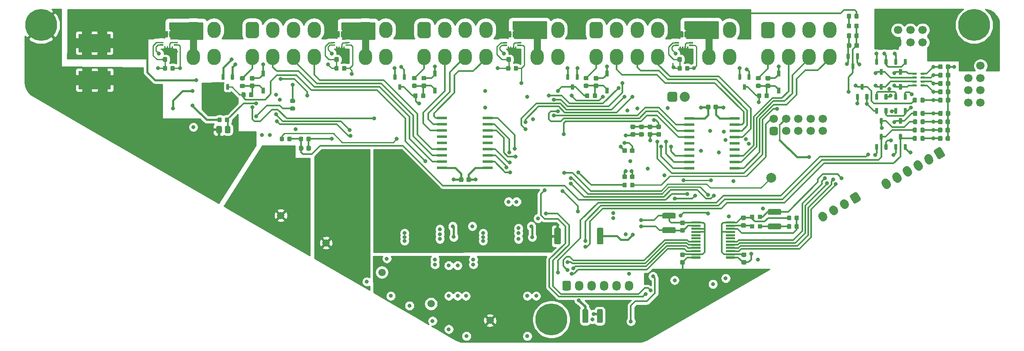
<source format=gbr>
G04 #@! TF.GenerationSoftware,KiCad,Pcbnew,(5.0.0-rc2-dev-296-g4594fedc2)*
G04 #@! TF.CreationDate,2018-04-30T23:58:46+09:30*
G04 #@! TF.ProjectId,zaphod-controller,7A6170686F642D636F6E74726F6C6C65,1.0*
G04 #@! TF.SameCoordinates,Original*
G04 #@! TF.FileFunction,Copper,L4,Bot,Signal*
G04 #@! TF.FilePolarity,Positive*
%FSLAX46Y46*%
G04 Gerber Fmt 4.6, Leading zero omitted, Abs format (unit mm)*
G04 Created by KiCad (PCBNEW (5.0.0-rc2-dev-296-g4594fedc2)) date 04/30/18 23:58:46*
%MOMM*%
%LPD*%
G01*
G04 APERTURE LIST*
%ADD10C,2.000000*%
%ADD11C,0.100000*%
%ADD12C,1.180000*%
%ADD13C,0.610000*%
%ADD14C,0.440000*%
%ADD15C,0.300000*%
%ADD16C,0.800000*%
%ADD17C,1.300000*%
%ADD18C,0.400000*%
%ADD19C,1.730000*%
%ADD20C,1.730000*%
%ADD21C,0.920000*%
%ADD22C,1.160000*%
%ADD23R,0.900000X0.970000*%
%ADD24C,0.850000*%
%ADD25C,1.700000*%
%ADD26C,1.700000*%
%ADD27C,2.032000*%
%ADD28O,2.032000X2.032000*%
%ADD29C,6.500000*%
%ADD30R,3.430000X3.780000*%
%ADD31O,2.700000X3.300000*%
%ADD32C,2.700000*%
%ADD33C,1.727200*%
%ADD34O,1.727200X2.032000*%
%ADD35R,0.760000X1.200000*%
%ADD36C,1.500000*%
%ADD37R,2.050000X0.570000*%
%ADD38C,0.300000*%
%ADD39C,0.250000*%
%ADD40C,0.400000*%
%ADD41C,0.450000*%
%ADD42C,0.350000*%
%ADD43C,1.400000*%
%ADD44C,0.500000*%
%ADD45C,0.254000*%
G04 APERTURE END LIST*
D10*
X202700000Y-85100000D03*
D11*
G36*
X168093915Y-111896421D02*
X168122552Y-111900668D01*
X168150634Y-111907703D01*
X168177892Y-111917456D01*
X168204062Y-111929833D01*
X168228893Y-111944716D01*
X168252146Y-111961962D01*
X168273597Y-111981403D01*
X168293038Y-112002854D01*
X168310284Y-112026107D01*
X168325167Y-112050938D01*
X168337544Y-112077108D01*
X168347297Y-112104366D01*
X168354332Y-112132448D01*
X168358579Y-112161085D01*
X168360000Y-112190000D01*
X168360000Y-114410000D01*
X168358579Y-114438915D01*
X168354332Y-114467552D01*
X168347297Y-114495634D01*
X168337544Y-114522892D01*
X168325167Y-114549062D01*
X168310284Y-114573893D01*
X168293038Y-114597146D01*
X168273597Y-114618597D01*
X168252146Y-114638038D01*
X168228893Y-114655284D01*
X168204062Y-114670167D01*
X168177892Y-114682544D01*
X168150634Y-114692297D01*
X168122552Y-114699332D01*
X168093915Y-114703579D01*
X168065000Y-114705000D01*
X167475000Y-114705000D01*
X167446085Y-114703579D01*
X167417448Y-114699332D01*
X167389366Y-114692297D01*
X167362108Y-114682544D01*
X167335938Y-114670167D01*
X167311107Y-114655284D01*
X167287854Y-114638038D01*
X167266403Y-114618597D01*
X167246962Y-114597146D01*
X167229716Y-114573893D01*
X167214833Y-114549062D01*
X167202456Y-114522892D01*
X167192703Y-114495634D01*
X167185668Y-114467552D01*
X167181421Y-114438915D01*
X167180000Y-114410000D01*
X167180000Y-112190000D01*
X167181421Y-112161085D01*
X167185668Y-112132448D01*
X167192703Y-112104366D01*
X167202456Y-112077108D01*
X167214833Y-112050938D01*
X167229716Y-112026107D01*
X167246962Y-112002854D01*
X167266403Y-111981403D01*
X167287854Y-111961962D01*
X167311107Y-111944716D01*
X167335938Y-111929833D01*
X167362108Y-111917456D01*
X167389366Y-111907703D01*
X167417448Y-111900668D01*
X167446085Y-111896421D01*
X167475000Y-111895000D01*
X168065000Y-111895000D01*
X168093915Y-111896421D01*
X168093915Y-111896421D01*
G37*
D12*
X167770000Y-113300000D03*
D11*
G36*
X165123915Y-111896421D02*
X165152552Y-111900668D01*
X165180634Y-111907703D01*
X165207892Y-111917456D01*
X165234062Y-111929833D01*
X165258893Y-111944716D01*
X165282146Y-111961962D01*
X165303597Y-111981403D01*
X165323038Y-112002854D01*
X165340284Y-112026107D01*
X165355167Y-112050938D01*
X165367544Y-112077108D01*
X165377297Y-112104366D01*
X165384332Y-112132448D01*
X165388579Y-112161085D01*
X165390000Y-112190000D01*
X165390000Y-114410000D01*
X165388579Y-114438915D01*
X165384332Y-114467552D01*
X165377297Y-114495634D01*
X165367544Y-114522892D01*
X165355167Y-114549062D01*
X165340284Y-114573893D01*
X165323038Y-114597146D01*
X165303597Y-114618597D01*
X165282146Y-114638038D01*
X165258893Y-114655284D01*
X165234062Y-114670167D01*
X165207892Y-114682544D01*
X165180634Y-114692297D01*
X165152552Y-114699332D01*
X165123915Y-114703579D01*
X165095000Y-114705000D01*
X164505000Y-114705000D01*
X164476085Y-114703579D01*
X164447448Y-114699332D01*
X164419366Y-114692297D01*
X164392108Y-114682544D01*
X164365938Y-114670167D01*
X164341107Y-114655284D01*
X164317854Y-114638038D01*
X164296403Y-114618597D01*
X164276962Y-114597146D01*
X164259716Y-114573893D01*
X164244833Y-114549062D01*
X164232456Y-114522892D01*
X164222703Y-114495634D01*
X164215668Y-114467552D01*
X164211421Y-114438915D01*
X164210000Y-114410000D01*
X164210000Y-112190000D01*
X164211421Y-112161085D01*
X164215668Y-112132448D01*
X164222703Y-112104366D01*
X164232456Y-112077108D01*
X164244833Y-112050938D01*
X164259716Y-112026107D01*
X164276962Y-112002854D01*
X164296403Y-111981403D01*
X164317854Y-111961962D01*
X164341107Y-111944716D01*
X164365938Y-111929833D01*
X164392108Y-111917456D01*
X164419366Y-111907703D01*
X164447448Y-111900668D01*
X164476085Y-111896421D01*
X164505000Y-111895000D01*
X165095000Y-111895000D01*
X165123915Y-111896421D01*
X165123915Y-111896421D01*
G37*
D12*
X164800000Y-113300000D03*
D11*
G36*
X229167448Y-72935734D02*
X229182251Y-72937930D01*
X229196768Y-72941567D01*
X229210859Y-72946608D01*
X229224388Y-72953007D01*
X229237224Y-72960701D01*
X229249245Y-72969616D01*
X229260334Y-72979666D01*
X229270384Y-72990755D01*
X229279299Y-73002776D01*
X229286993Y-73015612D01*
X229293392Y-73029141D01*
X229298433Y-73043232D01*
X229302070Y-73057749D01*
X229304266Y-73072552D01*
X229305000Y-73087500D01*
X229305000Y-73962500D01*
X229304266Y-73977448D01*
X229302070Y-73992251D01*
X229298433Y-74006768D01*
X229293392Y-74020859D01*
X229286993Y-74034388D01*
X229279299Y-74047224D01*
X229270384Y-74059245D01*
X229260334Y-74070334D01*
X229249245Y-74080384D01*
X229237224Y-74089299D01*
X229224388Y-74096993D01*
X229210859Y-74103392D01*
X229196768Y-74108433D01*
X229182251Y-74112070D01*
X229167448Y-74114266D01*
X229152500Y-74115000D01*
X228847500Y-74115000D01*
X228832552Y-74114266D01*
X228817749Y-74112070D01*
X228803232Y-74108433D01*
X228789141Y-74103392D01*
X228775612Y-74096993D01*
X228762776Y-74089299D01*
X228750755Y-74080384D01*
X228739666Y-74070334D01*
X228729616Y-74059245D01*
X228720701Y-74047224D01*
X228713007Y-74034388D01*
X228706608Y-74020859D01*
X228701567Y-74006768D01*
X228697930Y-73992251D01*
X228695734Y-73977448D01*
X228695000Y-73962500D01*
X228695000Y-73087500D01*
X228695734Y-73072552D01*
X228697930Y-73057749D01*
X228701567Y-73043232D01*
X228706608Y-73029141D01*
X228713007Y-73015612D01*
X228720701Y-73002776D01*
X228729616Y-72990755D01*
X228739666Y-72979666D01*
X228750755Y-72969616D01*
X228762776Y-72960701D01*
X228775612Y-72953007D01*
X228789141Y-72946608D01*
X228803232Y-72941567D01*
X228817749Y-72937930D01*
X228832552Y-72935734D01*
X228847500Y-72935000D01*
X229152500Y-72935000D01*
X229167448Y-72935734D01*
X229167448Y-72935734D01*
G37*
D13*
X229000000Y-73525000D03*
D11*
G36*
X230117448Y-70885734D02*
X230132251Y-70887930D01*
X230146768Y-70891567D01*
X230160859Y-70896608D01*
X230174388Y-70903007D01*
X230187224Y-70910701D01*
X230199245Y-70919616D01*
X230210334Y-70929666D01*
X230220384Y-70940755D01*
X230229299Y-70952776D01*
X230236993Y-70965612D01*
X230243392Y-70979141D01*
X230248433Y-70993232D01*
X230252070Y-71007749D01*
X230254266Y-71022552D01*
X230255000Y-71037500D01*
X230255000Y-71912500D01*
X230254266Y-71927448D01*
X230252070Y-71942251D01*
X230248433Y-71956768D01*
X230243392Y-71970859D01*
X230236993Y-71984388D01*
X230229299Y-71997224D01*
X230220384Y-72009245D01*
X230210334Y-72020334D01*
X230199245Y-72030384D01*
X230187224Y-72039299D01*
X230174388Y-72046993D01*
X230160859Y-72053392D01*
X230146768Y-72058433D01*
X230132251Y-72062070D01*
X230117448Y-72064266D01*
X230102500Y-72065000D01*
X229797500Y-72065000D01*
X229782552Y-72064266D01*
X229767749Y-72062070D01*
X229753232Y-72058433D01*
X229739141Y-72053392D01*
X229725612Y-72046993D01*
X229712776Y-72039299D01*
X229700755Y-72030384D01*
X229689666Y-72020334D01*
X229679616Y-72009245D01*
X229670701Y-71997224D01*
X229663007Y-71984388D01*
X229656608Y-71970859D01*
X229651567Y-71956768D01*
X229647930Y-71942251D01*
X229645734Y-71927448D01*
X229645000Y-71912500D01*
X229645000Y-71037500D01*
X229645734Y-71022552D01*
X229647930Y-71007749D01*
X229651567Y-70993232D01*
X229656608Y-70979141D01*
X229663007Y-70965612D01*
X229670701Y-70952776D01*
X229679616Y-70940755D01*
X229689666Y-70929666D01*
X229700755Y-70919616D01*
X229712776Y-70910701D01*
X229725612Y-70903007D01*
X229739141Y-70896608D01*
X229753232Y-70891567D01*
X229767749Y-70887930D01*
X229782552Y-70885734D01*
X229797500Y-70885000D01*
X230102500Y-70885000D01*
X230117448Y-70885734D01*
X230117448Y-70885734D01*
G37*
D13*
X229950000Y-71475000D03*
D11*
G36*
X228217448Y-70885734D02*
X228232251Y-70887930D01*
X228246768Y-70891567D01*
X228260859Y-70896608D01*
X228274388Y-70903007D01*
X228287224Y-70910701D01*
X228299245Y-70919616D01*
X228310334Y-70929666D01*
X228320384Y-70940755D01*
X228329299Y-70952776D01*
X228336993Y-70965612D01*
X228343392Y-70979141D01*
X228348433Y-70993232D01*
X228352070Y-71007749D01*
X228354266Y-71022552D01*
X228355000Y-71037500D01*
X228355000Y-71912500D01*
X228354266Y-71927448D01*
X228352070Y-71942251D01*
X228348433Y-71956768D01*
X228343392Y-71970859D01*
X228336993Y-71984388D01*
X228329299Y-71997224D01*
X228320384Y-72009245D01*
X228310334Y-72020334D01*
X228299245Y-72030384D01*
X228287224Y-72039299D01*
X228274388Y-72046993D01*
X228260859Y-72053392D01*
X228246768Y-72058433D01*
X228232251Y-72062070D01*
X228217448Y-72064266D01*
X228202500Y-72065000D01*
X227897500Y-72065000D01*
X227882552Y-72064266D01*
X227867749Y-72062070D01*
X227853232Y-72058433D01*
X227839141Y-72053392D01*
X227825612Y-72046993D01*
X227812776Y-72039299D01*
X227800755Y-72030384D01*
X227789666Y-72020334D01*
X227779616Y-72009245D01*
X227770701Y-71997224D01*
X227763007Y-71984388D01*
X227756608Y-71970859D01*
X227751567Y-71956768D01*
X227747930Y-71942251D01*
X227745734Y-71927448D01*
X227745000Y-71912500D01*
X227745000Y-71037500D01*
X227745734Y-71022552D01*
X227747930Y-71007749D01*
X227751567Y-70993232D01*
X227756608Y-70979141D01*
X227763007Y-70965612D01*
X227770701Y-70952776D01*
X227779616Y-70940755D01*
X227789666Y-70929666D01*
X227800755Y-70919616D01*
X227812776Y-70910701D01*
X227825612Y-70903007D01*
X227839141Y-70896608D01*
X227853232Y-70891567D01*
X227867749Y-70887930D01*
X227882552Y-70885734D01*
X227897500Y-70885000D01*
X228202500Y-70885000D01*
X228217448Y-70885734D01*
X228217448Y-70885734D01*
G37*
D13*
X228050000Y-71475000D03*
D11*
G36*
X219458111Y-61808825D02*
X219472914Y-61811021D01*
X219487431Y-61814658D01*
X219501522Y-61819699D01*
X219515051Y-61826098D01*
X219527887Y-61833792D01*
X219539908Y-61842707D01*
X219550997Y-61852757D01*
X219561047Y-61863846D01*
X219569962Y-61875867D01*
X219577656Y-61888703D01*
X219584055Y-61902232D01*
X219589096Y-61916323D01*
X219592733Y-61930840D01*
X219594929Y-61945643D01*
X219595663Y-61960591D01*
X219595663Y-62835591D01*
X219594929Y-62850539D01*
X219592733Y-62865342D01*
X219589096Y-62879859D01*
X219584055Y-62893950D01*
X219577656Y-62907479D01*
X219569962Y-62920315D01*
X219561047Y-62932336D01*
X219550997Y-62943425D01*
X219539908Y-62953475D01*
X219527887Y-62962390D01*
X219515051Y-62970084D01*
X219501522Y-62976483D01*
X219487431Y-62981524D01*
X219472914Y-62985161D01*
X219458111Y-62987357D01*
X219443163Y-62988091D01*
X219138163Y-62988091D01*
X219123215Y-62987357D01*
X219108412Y-62985161D01*
X219093895Y-62981524D01*
X219079804Y-62976483D01*
X219066275Y-62970084D01*
X219053439Y-62962390D01*
X219041418Y-62953475D01*
X219030329Y-62943425D01*
X219020279Y-62932336D01*
X219011364Y-62920315D01*
X219003670Y-62907479D01*
X218997271Y-62893950D01*
X218992230Y-62879859D01*
X218988593Y-62865342D01*
X218986397Y-62850539D01*
X218985663Y-62835591D01*
X218985663Y-61960591D01*
X218986397Y-61945643D01*
X218988593Y-61930840D01*
X218992230Y-61916323D01*
X218997271Y-61902232D01*
X219003670Y-61888703D01*
X219011364Y-61875867D01*
X219020279Y-61863846D01*
X219030329Y-61852757D01*
X219041418Y-61842707D01*
X219053439Y-61833792D01*
X219066275Y-61826098D01*
X219079804Y-61819699D01*
X219093895Y-61814658D01*
X219108412Y-61811021D01*
X219123215Y-61808825D01*
X219138163Y-61808091D01*
X219443163Y-61808091D01*
X219458111Y-61808825D01*
X219458111Y-61808825D01*
G37*
D13*
X219290663Y-62398091D03*
D11*
G36*
X220408111Y-59758825D02*
X220422914Y-59761021D01*
X220437431Y-59764658D01*
X220451522Y-59769699D01*
X220465051Y-59776098D01*
X220477887Y-59783792D01*
X220489908Y-59792707D01*
X220500997Y-59802757D01*
X220511047Y-59813846D01*
X220519962Y-59825867D01*
X220527656Y-59838703D01*
X220534055Y-59852232D01*
X220539096Y-59866323D01*
X220542733Y-59880840D01*
X220544929Y-59895643D01*
X220545663Y-59910591D01*
X220545663Y-60785591D01*
X220544929Y-60800539D01*
X220542733Y-60815342D01*
X220539096Y-60829859D01*
X220534055Y-60843950D01*
X220527656Y-60857479D01*
X220519962Y-60870315D01*
X220511047Y-60882336D01*
X220500997Y-60893425D01*
X220489908Y-60903475D01*
X220477887Y-60912390D01*
X220465051Y-60920084D01*
X220451522Y-60926483D01*
X220437431Y-60931524D01*
X220422914Y-60935161D01*
X220408111Y-60937357D01*
X220393163Y-60938091D01*
X220088163Y-60938091D01*
X220073215Y-60937357D01*
X220058412Y-60935161D01*
X220043895Y-60931524D01*
X220029804Y-60926483D01*
X220016275Y-60920084D01*
X220003439Y-60912390D01*
X219991418Y-60903475D01*
X219980329Y-60893425D01*
X219970279Y-60882336D01*
X219961364Y-60870315D01*
X219953670Y-60857479D01*
X219947271Y-60843950D01*
X219942230Y-60829859D01*
X219938593Y-60815342D01*
X219936397Y-60800539D01*
X219935663Y-60785591D01*
X219935663Y-59910591D01*
X219936397Y-59895643D01*
X219938593Y-59880840D01*
X219942230Y-59866323D01*
X219947271Y-59852232D01*
X219953670Y-59838703D01*
X219961364Y-59825867D01*
X219970279Y-59813846D01*
X219980329Y-59802757D01*
X219991418Y-59792707D01*
X220003439Y-59783792D01*
X220016275Y-59776098D01*
X220029804Y-59769699D01*
X220043895Y-59764658D01*
X220058412Y-59761021D01*
X220073215Y-59758825D01*
X220088163Y-59758091D01*
X220393163Y-59758091D01*
X220408111Y-59758825D01*
X220408111Y-59758825D01*
G37*
D13*
X220240663Y-60348091D03*
D11*
G36*
X218508111Y-59758825D02*
X218522914Y-59761021D01*
X218537431Y-59764658D01*
X218551522Y-59769699D01*
X218565051Y-59776098D01*
X218577887Y-59783792D01*
X218589908Y-59792707D01*
X218600997Y-59802757D01*
X218611047Y-59813846D01*
X218619962Y-59825867D01*
X218627656Y-59838703D01*
X218634055Y-59852232D01*
X218639096Y-59866323D01*
X218642733Y-59880840D01*
X218644929Y-59895643D01*
X218645663Y-59910591D01*
X218645663Y-60785591D01*
X218644929Y-60800539D01*
X218642733Y-60815342D01*
X218639096Y-60829859D01*
X218634055Y-60843950D01*
X218627656Y-60857479D01*
X218619962Y-60870315D01*
X218611047Y-60882336D01*
X218600997Y-60893425D01*
X218589908Y-60903475D01*
X218577887Y-60912390D01*
X218565051Y-60920084D01*
X218551522Y-60926483D01*
X218537431Y-60931524D01*
X218522914Y-60935161D01*
X218508111Y-60937357D01*
X218493163Y-60938091D01*
X218188163Y-60938091D01*
X218173215Y-60937357D01*
X218158412Y-60935161D01*
X218143895Y-60931524D01*
X218129804Y-60926483D01*
X218116275Y-60920084D01*
X218103439Y-60912390D01*
X218091418Y-60903475D01*
X218080329Y-60893425D01*
X218070279Y-60882336D01*
X218061364Y-60870315D01*
X218053670Y-60857479D01*
X218047271Y-60843950D01*
X218042230Y-60829859D01*
X218038593Y-60815342D01*
X218036397Y-60800539D01*
X218035663Y-60785591D01*
X218035663Y-59910591D01*
X218036397Y-59895643D01*
X218038593Y-59880840D01*
X218042230Y-59866323D01*
X218047271Y-59852232D01*
X218053670Y-59838703D01*
X218061364Y-59825867D01*
X218070279Y-59813846D01*
X218080329Y-59802757D01*
X218091418Y-59792707D01*
X218103439Y-59783792D01*
X218116275Y-59776098D01*
X218129804Y-59769699D01*
X218143895Y-59764658D01*
X218158412Y-59761021D01*
X218173215Y-59758825D01*
X218188163Y-59758091D01*
X218493163Y-59758091D01*
X218508111Y-59758825D01*
X218508111Y-59758825D01*
G37*
D13*
X218340663Y-60348091D03*
D11*
G36*
X92167448Y-66033774D02*
X92182251Y-66035970D01*
X92196768Y-66039607D01*
X92210859Y-66044648D01*
X92224388Y-66051047D01*
X92237224Y-66058741D01*
X92249245Y-66067656D01*
X92260334Y-66077706D01*
X92270384Y-66088795D01*
X92279299Y-66100816D01*
X92286993Y-66113652D01*
X92293392Y-66127181D01*
X92298433Y-66141272D01*
X92302070Y-66155789D01*
X92304266Y-66170592D01*
X92305000Y-66185540D01*
X92305000Y-67060540D01*
X92304266Y-67075488D01*
X92302070Y-67090291D01*
X92298433Y-67104808D01*
X92293392Y-67118899D01*
X92286993Y-67132428D01*
X92279299Y-67145264D01*
X92270384Y-67157285D01*
X92260334Y-67168374D01*
X92249245Y-67178424D01*
X92237224Y-67187339D01*
X92224388Y-67195033D01*
X92210859Y-67201432D01*
X92196768Y-67206473D01*
X92182251Y-67210110D01*
X92167448Y-67212306D01*
X92152500Y-67213040D01*
X91847500Y-67213040D01*
X91832552Y-67212306D01*
X91817749Y-67210110D01*
X91803232Y-67206473D01*
X91789141Y-67201432D01*
X91775612Y-67195033D01*
X91762776Y-67187339D01*
X91750755Y-67178424D01*
X91739666Y-67168374D01*
X91729616Y-67157285D01*
X91720701Y-67145264D01*
X91713007Y-67132428D01*
X91706608Y-67118899D01*
X91701567Y-67104808D01*
X91697930Y-67090291D01*
X91695734Y-67075488D01*
X91695000Y-67060540D01*
X91695000Y-66185540D01*
X91695734Y-66170592D01*
X91697930Y-66155789D01*
X91701567Y-66141272D01*
X91706608Y-66127181D01*
X91713007Y-66113652D01*
X91720701Y-66100816D01*
X91729616Y-66088795D01*
X91739666Y-66077706D01*
X91750755Y-66067656D01*
X91762776Y-66058741D01*
X91775612Y-66051047D01*
X91789141Y-66044648D01*
X91803232Y-66039607D01*
X91817749Y-66035970D01*
X91832552Y-66033774D01*
X91847500Y-66033040D01*
X92152500Y-66033040D01*
X92167448Y-66033774D01*
X92167448Y-66033774D01*
G37*
D13*
X92000000Y-66623040D03*
D11*
G36*
X93117448Y-63983774D02*
X93132251Y-63985970D01*
X93146768Y-63989607D01*
X93160859Y-63994648D01*
X93174388Y-64001047D01*
X93187224Y-64008741D01*
X93199245Y-64017656D01*
X93210334Y-64027706D01*
X93220384Y-64038795D01*
X93229299Y-64050816D01*
X93236993Y-64063652D01*
X93243392Y-64077181D01*
X93248433Y-64091272D01*
X93252070Y-64105789D01*
X93254266Y-64120592D01*
X93255000Y-64135540D01*
X93255000Y-65010540D01*
X93254266Y-65025488D01*
X93252070Y-65040291D01*
X93248433Y-65054808D01*
X93243392Y-65068899D01*
X93236993Y-65082428D01*
X93229299Y-65095264D01*
X93220384Y-65107285D01*
X93210334Y-65118374D01*
X93199245Y-65128424D01*
X93187224Y-65137339D01*
X93174388Y-65145033D01*
X93160859Y-65151432D01*
X93146768Y-65156473D01*
X93132251Y-65160110D01*
X93117448Y-65162306D01*
X93102500Y-65163040D01*
X92797500Y-65163040D01*
X92782552Y-65162306D01*
X92767749Y-65160110D01*
X92753232Y-65156473D01*
X92739141Y-65151432D01*
X92725612Y-65145033D01*
X92712776Y-65137339D01*
X92700755Y-65128424D01*
X92689666Y-65118374D01*
X92679616Y-65107285D01*
X92670701Y-65095264D01*
X92663007Y-65082428D01*
X92656608Y-65068899D01*
X92651567Y-65054808D01*
X92647930Y-65040291D01*
X92645734Y-65025488D01*
X92645000Y-65010540D01*
X92645000Y-64135540D01*
X92645734Y-64120592D01*
X92647930Y-64105789D01*
X92651567Y-64091272D01*
X92656608Y-64077181D01*
X92663007Y-64063652D01*
X92670701Y-64050816D01*
X92679616Y-64038795D01*
X92689666Y-64027706D01*
X92700755Y-64017656D01*
X92712776Y-64008741D01*
X92725612Y-64001047D01*
X92739141Y-63994648D01*
X92753232Y-63989607D01*
X92767749Y-63985970D01*
X92782552Y-63983774D01*
X92797500Y-63983040D01*
X93102500Y-63983040D01*
X93117448Y-63983774D01*
X93117448Y-63983774D01*
G37*
D13*
X92950000Y-64573040D03*
D11*
G36*
X91217448Y-63983774D02*
X91232251Y-63985970D01*
X91246768Y-63989607D01*
X91260859Y-63994648D01*
X91274388Y-64001047D01*
X91287224Y-64008741D01*
X91299245Y-64017656D01*
X91310334Y-64027706D01*
X91320384Y-64038795D01*
X91329299Y-64050816D01*
X91336993Y-64063652D01*
X91343392Y-64077181D01*
X91348433Y-64091272D01*
X91352070Y-64105789D01*
X91354266Y-64120592D01*
X91355000Y-64135540D01*
X91355000Y-65010540D01*
X91354266Y-65025488D01*
X91352070Y-65040291D01*
X91348433Y-65054808D01*
X91343392Y-65068899D01*
X91336993Y-65082428D01*
X91329299Y-65095264D01*
X91320384Y-65107285D01*
X91310334Y-65118374D01*
X91299245Y-65128424D01*
X91287224Y-65137339D01*
X91274388Y-65145033D01*
X91260859Y-65151432D01*
X91246768Y-65156473D01*
X91232251Y-65160110D01*
X91217448Y-65162306D01*
X91202500Y-65163040D01*
X90897500Y-65163040D01*
X90882552Y-65162306D01*
X90867749Y-65160110D01*
X90853232Y-65156473D01*
X90839141Y-65151432D01*
X90825612Y-65145033D01*
X90812776Y-65137339D01*
X90800755Y-65128424D01*
X90789666Y-65118374D01*
X90779616Y-65107285D01*
X90770701Y-65095264D01*
X90763007Y-65082428D01*
X90756608Y-65068899D01*
X90751567Y-65054808D01*
X90747930Y-65040291D01*
X90745734Y-65025488D01*
X90745000Y-65010540D01*
X90745000Y-64135540D01*
X90745734Y-64120592D01*
X90747930Y-64105789D01*
X90751567Y-64091272D01*
X90756608Y-64077181D01*
X90763007Y-64063652D01*
X90770701Y-64050816D01*
X90779616Y-64038795D01*
X90789666Y-64027706D01*
X90800755Y-64017656D01*
X90812776Y-64008741D01*
X90825612Y-64001047D01*
X90839141Y-63994648D01*
X90853232Y-63989607D01*
X90867749Y-63985970D01*
X90882552Y-63983774D01*
X90897500Y-63983040D01*
X91202500Y-63983040D01*
X91217448Y-63983774D01*
X91217448Y-63983774D01*
G37*
D13*
X91050000Y-64573040D03*
D11*
G36*
X162367448Y-66035734D02*
X162382251Y-66037930D01*
X162396768Y-66041567D01*
X162410859Y-66046608D01*
X162424388Y-66053007D01*
X162437224Y-66060701D01*
X162449245Y-66069616D01*
X162460334Y-66079666D01*
X162470384Y-66090755D01*
X162479299Y-66102776D01*
X162486993Y-66115612D01*
X162493392Y-66129141D01*
X162498433Y-66143232D01*
X162502070Y-66157749D01*
X162504266Y-66172552D01*
X162505000Y-66187500D01*
X162505000Y-67062500D01*
X162504266Y-67077448D01*
X162502070Y-67092251D01*
X162498433Y-67106768D01*
X162493392Y-67120859D01*
X162486993Y-67134388D01*
X162479299Y-67147224D01*
X162470384Y-67159245D01*
X162460334Y-67170334D01*
X162449245Y-67180384D01*
X162437224Y-67189299D01*
X162424388Y-67196993D01*
X162410859Y-67203392D01*
X162396768Y-67208433D01*
X162382251Y-67212070D01*
X162367448Y-67214266D01*
X162352500Y-67215000D01*
X162047500Y-67215000D01*
X162032552Y-67214266D01*
X162017749Y-67212070D01*
X162003232Y-67208433D01*
X161989141Y-67203392D01*
X161975612Y-67196993D01*
X161962776Y-67189299D01*
X161950755Y-67180384D01*
X161939666Y-67170334D01*
X161929616Y-67159245D01*
X161920701Y-67147224D01*
X161913007Y-67134388D01*
X161906608Y-67120859D01*
X161901567Y-67106768D01*
X161897930Y-67092251D01*
X161895734Y-67077448D01*
X161895000Y-67062500D01*
X161895000Y-66187500D01*
X161895734Y-66172552D01*
X161897930Y-66157749D01*
X161901567Y-66143232D01*
X161906608Y-66129141D01*
X161913007Y-66115612D01*
X161920701Y-66102776D01*
X161929616Y-66090755D01*
X161939666Y-66079666D01*
X161950755Y-66069616D01*
X161962776Y-66060701D01*
X161975612Y-66053007D01*
X161989141Y-66046608D01*
X162003232Y-66041567D01*
X162017749Y-66037930D01*
X162032552Y-66035734D01*
X162047500Y-66035000D01*
X162352500Y-66035000D01*
X162367448Y-66035734D01*
X162367448Y-66035734D01*
G37*
D13*
X162200000Y-66625000D03*
D11*
G36*
X163317448Y-63985734D02*
X163332251Y-63987930D01*
X163346768Y-63991567D01*
X163360859Y-63996608D01*
X163374388Y-64003007D01*
X163387224Y-64010701D01*
X163399245Y-64019616D01*
X163410334Y-64029666D01*
X163420384Y-64040755D01*
X163429299Y-64052776D01*
X163436993Y-64065612D01*
X163443392Y-64079141D01*
X163448433Y-64093232D01*
X163452070Y-64107749D01*
X163454266Y-64122552D01*
X163455000Y-64137500D01*
X163455000Y-65012500D01*
X163454266Y-65027448D01*
X163452070Y-65042251D01*
X163448433Y-65056768D01*
X163443392Y-65070859D01*
X163436993Y-65084388D01*
X163429299Y-65097224D01*
X163420384Y-65109245D01*
X163410334Y-65120334D01*
X163399245Y-65130384D01*
X163387224Y-65139299D01*
X163374388Y-65146993D01*
X163360859Y-65153392D01*
X163346768Y-65158433D01*
X163332251Y-65162070D01*
X163317448Y-65164266D01*
X163302500Y-65165000D01*
X162997500Y-65165000D01*
X162982552Y-65164266D01*
X162967749Y-65162070D01*
X162953232Y-65158433D01*
X162939141Y-65153392D01*
X162925612Y-65146993D01*
X162912776Y-65139299D01*
X162900755Y-65130384D01*
X162889666Y-65120334D01*
X162879616Y-65109245D01*
X162870701Y-65097224D01*
X162863007Y-65084388D01*
X162856608Y-65070859D01*
X162851567Y-65056768D01*
X162847930Y-65042251D01*
X162845734Y-65027448D01*
X162845000Y-65012500D01*
X162845000Y-64137500D01*
X162845734Y-64122552D01*
X162847930Y-64107749D01*
X162851567Y-64093232D01*
X162856608Y-64079141D01*
X162863007Y-64065612D01*
X162870701Y-64052776D01*
X162879616Y-64040755D01*
X162889666Y-64029666D01*
X162900755Y-64019616D01*
X162912776Y-64010701D01*
X162925612Y-64003007D01*
X162939141Y-63996608D01*
X162953232Y-63991567D01*
X162967749Y-63987930D01*
X162982552Y-63985734D01*
X162997500Y-63985000D01*
X163302500Y-63985000D01*
X163317448Y-63985734D01*
X163317448Y-63985734D01*
G37*
D13*
X163150000Y-64575000D03*
D11*
G36*
X161417448Y-63985734D02*
X161432251Y-63987930D01*
X161446768Y-63991567D01*
X161460859Y-63996608D01*
X161474388Y-64003007D01*
X161487224Y-64010701D01*
X161499245Y-64019616D01*
X161510334Y-64029666D01*
X161520384Y-64040755D01*
X161529299Y-64052776D01*
X161536993Y-64065612D01*
X161543392Y-64079141D01*
X161548433Y-64093232D01*
X161552070Y-64107749D01*
X161554266Y-64122552D01*
X161555000Y-64137500D01*
X161555000Y-65012500D01*
X161554266Y-65027448D01*
X161552070Y-65042251D01*
X161548433Y-65056768D01*
X161543392Y-65070859D01*
X161536993Y-65084388D01*
X161529299Y-65097224D01*
X161520384Y-65109245D01*
X161510334Y-65120334D01*
X161499245Y-65130384D01*
X161487224Y-65139299D01*
X161474388Y-65146993D01*
X161460859Y-65153392D01*
X161446768Y-65158433D01*
X161432251Y-65162070D01*
X161417448Y-65164266D01*
X161402500Y-65165000D01*
X161097500Y-65165000D01*
X161082552Y-65164266D01*
X161067749Y-65162070D01*
X161053232Y-65158433D01*
X161039141Y-65153392D01*
X161025612Y-65146993D01*
X161012776Y-65139299D01*
X161000755Y-65130384D01*
X160989666Y-65120334D01*
X160979616Y-65109245D01*
X160970701Y-65097224D01*
X160963007Y-65084388D01*
X160956608Y-65070859D01*
X160951567Y-65056768D01*
X160947930Y-65042251D01*
X160945734Y-65027448D01*
X160945000Y-65012500D01*
X160945000Y-64137500D01*
X160945734Y-64122552D01*
X160947930Y-64107749D01*
X160951567Y-64093232D01*
X160956608Y-64079141D01*
X160963007Y-64065612D01*
X160970701Y-64052776D01*
X160979616Y-64040755D01*
X160989666Y-64029666D01*
X161000755Y-64019616D01*
X161012776Y-64010701D01*
X161025612Y-64003007D01*
X161039141Y-63996608D01*
X161053232Y-63991567D01*
X161067749Y-63987930D01*
X161082552Y-63985734D01*
X161097500Y-63985000D01*
X161402500Y-63985000D01*
X161417448Y-63985734D01*
X161417448Y-63985734D01*
G37*
D13*
X161250000Y-64575000D03*
D11*
G36*
X127167448Y-66035734D02*
X127182251Y-66037930D01*
X127196768Y-66041567D01*
X127210859Y-66046608D01*
X127224388Y-66053007D01*
X127237224Y-66060701D01*
X127249245Y-66069616D01*
X127260334Y-66079666D01*
X127270384Y-66090755D01*
X127279299Y-66102776D01*
X127286993Y-66115612D01*
X127293392Y-66129141D01*
X127298433Y-66143232D01*
X127302070Y-66157749D01*
X127304266Y-66172552D01*
X127305000Y-66187500D01*
X127305000Y-67062500D01*
X127304266Y-67077448D01*
X127302070Y-67092251D01*
X127298433Y-67106768D01*
X127293392Y-67120859D01*
X127286993Y-67134388D01*
X127279299Y-67147224D01*
X127270384Y-67159245D01*
X127260334Y-67170334D01*
X127249245Y-67180384D01*
X127237224Y-67189299D01*
X127224388Y-67196993D01*
X127210859Y-67203392D01*
X127196768Y-67208433D01*
X127182251Y-67212070D01*
X127167448Y-67214266D01*
X127152500Y-67215000D01*
X126847500Y-67215000D01*
X126832552Y-67214266D01*
X126817749Y-67212070D01*
X126803232Y-67208433D01*
X126789141Y-67203392D01*
X126775612Y-67196993D01*
X126762776Y-67189299D01*
X126750755Y-67180384D01*
X126739666Y-67170334D01*
X126729616Y-67159245D01*
X126720701Y-67147224D01*
X126713007Y-67134388D01*
X126706608Y-67120859D01*
X126701567Y-67106768D01*
X126697930Y-67092251D01*
X126695734Y-67077448D01*
X126695000Y-67062500D01*
X126695000Y-66187500D01*
X126695734Y-66172552D01*
X126697930Y-66157749D01*
X126701567Y-66143232D01*
X126706608Y-66129141D01*
X126713007Y-66115612D01*
X126720701Y-66102776D01*
X126729616Y-66090755D01*
X126739666Y-66079666D01*
X126750755Y-66069616D01*
X126762776Y-66060701D01*
X126775612Y-66053007D01*
X126789141Y-66046608D01*
X126803232Y-66041567D01*
X126817749Y-66037930D01*
X126832552Y-66035734D01*
X126847500Y-66035000D01*
X127152500Y-66035000D01*
X127167448Y-66035734D01*
X127167448Y-66035734D01*
G37*
D13*
X127000000Y-66625000D03*
D11*
G36*
X128117448Y-63985734D02*
X128132251Y-63987930D01*
X128146768Y-63991567D01*
X128160859Y-63996608D01*
X128174388Y-64003007D01*
X128187224Y-64010701D01*
X128199245Y-64019616D01*
X128210334Y-64029666D01*
X128220384Y-64040755D01*
X128229299Y-64052776D01*
X128236993Y-64065612D01*
X128243392Y-64079141D01*
X128248433Y-64093232D01*
X128252070Y-64107749D01*
X128254266Y-64122552D01*
X128255000Y-64137500D01*
X128255000Y-65012500D01*
X128254266Y-65027448D01*
X128252070Y-65042251D01*
X128248433Y-65056768D01*
X128243392Y-65070859D01*
X128236993Y-65084388D01*
X128229299Y-65097224D01*
X128220384Y-65109245D01*
X128210334Y-65120334D01*
X128199245Y-65130384D01*
X128187224Y-65139299D01*
X128174388Y-65146993D01*
X128160859Y-65153392D01*
X128146768Y-65158433D01*
X128132251Y-65162070D01*
X128117448Y-65164266D01*
X128102500Y-65165000D01*
X127797500Y-65165000D01*
X127782552Y-65164266D01*
X127767749Y-65162070D01*
X127753232Y-65158433D01*
X127739141Y-65153392D01*
X127725612Y-65146993D01*
X127712776Y-65139299D01*
X127700755Y-65130384D01*
X127689666Y-65120334D01*
X127679616Y-65109245D01*
X127670701Y-65097224D01*
X127663007Y-65084388D01*
X127656608Y-65070859D01*
X127651567Y-65056768D01*
X127647930Y-65042251D01*
X127645734Y-65027448D01*
X127645000Y-65012500D01*
X127645000Y-64137500D01*
X127645734Y-64122552D01*
X127647930Y-64107749D01*
X127651567Y-64093232D01*
X127656608Y-64079141D01*
X127663007Y-64065612D01*
X127670701Y-64052776D01*
X127679616Y-64040755D01*
X127689666Y-64029666D01*
X127700755Y-64019616D01*
X127712776Y-64010701D01*
X127725612Y-64003007D01*
X127739141Y-63996608D01*
X127753232Y-63991567D01*
X127767749Y-63987930D01*
X127782552Y-63985734D01*
X127797500Y-63985000D01*
X128102500Y-63985000D01*
X128117448Y-63985734D01*
X128117448Y-63985734D01*
G37*
D13*
X127950000Y-64575000D03*
D11*
G36*
X126217448Y-63985734D02*
X126232251Y-63987930D01*
X126246768Y-63991567D01*
X126260859Y-63996608D01*
X126274388Y-64003007D01*
X126287224Y-64010701D01*
X126299245Y-64019616D01*
X126310334Y-64029666D01*
X126320384Y-64040755D01*
X126329299Y-64052776D01*
X126336993Y-64065612D01*
X126343392Y-64079141D01*
X126348433Y-64093232D01*
X126352070Y-64107749D01*
X126354266Y-64122552D01*
X126355000Y-64137500D01*
X126355000Y-65012500D01*
X126354266Y-65027448D01*
X126352070Y-65042251D01*
X126348433Y-65056768D01*
X126343392Y-65070859D01*
X126336993Y-65084388D01*
X126329299Y-65097224D01*
X126320384Y-65109245D01*
X126310334Y-65120334D01*
X126299245Y-65130384D01*
X126287224Y-65139299D01*
X126274388Y-65146993D01*
X126260859Y-65153392D01*
X126246768Y-65158433D01*
X126232251Y-65162070D01*
X126217448Y-65164266D01*
X126202500Y-65165000D01*
X125897500Y-65165000D01*
X125882552Y-65164266D01*
X125867749Y-65162070D01*
X125853232Y-65158433D01*
X125839141Y-65153392D01*
X125825612Y-65146993D01*
X125812776Y-65139299D01*
X125800755Y-65130384D01*
X125789666Y-65120334D01*
X125779616Y-65109245D01*
X125770701Y-65097224D01*
X125763007Y-65084388D01*
X125756608Y-65070859D01*
X125751567Y-65056768D01*
X125747930Y-65042251D01*
X125745734Y-65027448D01*
X125745000Y-65012500D01*
X125745000Y-64137500D01*
X125745734Y-64122552D01*
X125747930Y-64107749D01*
X125751567Y-64093232D01*
X125756608Y-64079141D01*
X125763007Y-64065612D01*
X125770701Y-64052776D01*
X125779616Y-64040755D01*
X125789666Y-64029666D01*
X125800755Y-64019616D01*
X125812776Y-64010701D01*
X125825612Y-64003007D01*
X125839141Y-63996608D01*
X125853232Y-63991567D01*
X125867749Y-63987930D01*
X125882552Y-63985734D01*
X125897500Y-63985000D01*
X126202500Y-63985000D01*
X126217448Y-63985734D01*
X126217448Y-63985734D01*
G37*
D13*
X126050000Y-64575000D03*
D11*
G36*
X197367448Y-66035734D02*
X197382251Y-66037930D01*
X197396768Y-66041567D01*
X197410859Y-66046608D01*
X197424388Y-66053007D01*
X197437224Y-66060701D01*
X197449245Y-66069616D01*
X197460334Y-66079666D01*
X197470384Y-66090755D01*
X197479299Y-66102776D01*
X197486993Y-66115612D01*
X197493392Y-66129141D01*
X197498433Y-66143232D01*
X197502070Y-66157749D01*
X197504266Y-66172552D01*
X197505000Y-66187500D01*
X197505000Y-67062500D01*
X197504266Y-67077448D01*
X197502070Y-67092251D01*
X197498433Y-67106768D01*
X197493392Y-67120859D01*
X197486993Y-67134388D01*
X197479299Y-67147224D01*
X197470384Y-67159245D01*
X197460334Y-67170334D01*
X197449245Y-67180384D01*
X197437224Y-67189299D01*
X197424388Y-67196993D01*
X197410859Y-67203392D01*
X197396768Y-67208433D01*
X197382251Y-67212070D01*
X197367448Y-67214266D01*
X197352500Y-67215000D01*
X197047500Y-67215000D01*
X197032552Y-67214266D01*
X197017749Y-67212070D01*
X197003232Y-67208433D01*
X196989141Y-67203392D01*
X196975612Y-67196993D01*
X196962776Y-67189299D01*
X196950755Y-67180384D01*
X196939666Y-67170334D01*
X196929616Y-67159245D01*
X196920701Y-67147224D01*
X196913007Y-67134388D01*
X196906608Y-67120859D01*
X196901567Y-67106768D01*
X196897930Y-67092251D01*
X196895734Y-67077448D01*
X196895000Y-67062500D01*
X196895000Y-66187500D01*
X196895734Y-66172552D01*
X196897930Y-66157749D01*
X196901567Y-66143232D01*
X196906608Y-66129141D01*
X196913007Y-66115612D01*
X196920701Y-66102776D01*
X196929616Y-66090755D01*
X196939666Y-66079666D01*
X196950755Y-66069616D01*
X196962776Y-66060701D01*
X196975612Y-66053007D01*
X196989141Y-66046608D01*
X197003232Y-66041567D01*
X197017749Y-66037930D01*
X197032552Y-66035734D01*
X197047500Y-66035000D01*
X197352500Y-66035000D01*
X197367448Y-66035734D01*
X197367448Y-66035734D01*
G37*
D13*
X197200000Y-66625000D03*
D11*
G36*
X198317448Y-63985734D02*
X198332251Y-63987930D01*
X198346768Y-63991567D01*
X198360859Y-63996608D01*
X198374388Y-64003007D01*
X198387224Y-64010701D01*
X198399245Y-64019616D01*
X198410334Y-64029666D01*
X198420384Y-64040755D01*
X198429299Y-64052776D01*
X198436993Y-64065612D01*
X198443392Y-64079141D01*
X198448433Y-64093232D01*
X198452070Y-64107749D01*
X198454266Y-64122552D01*
X198455000Y-64137500D01*
X198455000Y-65012500D01*
X198454266Y-65027448D01*
X198452070Y-65042251D01*
X198448433Y-65056768D01*
X198443392Y-65070859D01*
X198436993Y-65084388D01*
X198429299Y-65097224D01*
X198420384Y-65109245D01*
X198410334Y-65120334D01*
X198399245Y-65130384D01*
X198387224Y-65139299D01*
X198374388Y-65146993D01*
X198360859Y-65153392D01*
X198346768Y-65158433D01*
X198332251Y-65162070D01*
X198317448Y-65164266D01*
X198302500Y-65165000D01*
X197997500Y-65165000D01*
X197982552Y-65164266D01*
X197967749Y-65162070D01*
X197953232Y-65158433D01*
X197939141Y-65153392D01*
X197925612Y-65146993D01*
X197912776Y-65139299D01*
X197900755Y-65130384D01*
X197889666Y-65120334D01*
X197879616Y-65109245D01*
X197870701Y-65097224D01*
X197863007Y-65084388D01*
X197856608Y-65070859D01*
X197851567Y-65056768D01*
X197847930Y-65042251D01*
X197845734Y-65027448D01*
X197845000Y-65012500D01*
X197845000Y-64137500D01*
X197845734Y-64122552D01*
X197847930Y-64107749D01*
X197851567Y-64093232D01*
X197856608Y-64079141D01*
X197863007Y-64065612D01*
X197870701Y-64052776D01*
X197879616Y-64040755D01*
X197889666Y-64029666D01*
X197900755Y-64019616D01*
X197912776Y-64010701D01*
X197925612Y-64003007D01*
X197939141Y-63996608D01*
X197953232Y-63991567D01*
X197967749Y-63987930D01*
X197982552Y-63985734D01*
X197997500Y-63985000D01*
X198302500Y-63985000D01*
X198317448Y-63985734D01*
X198317448Y-63985734D01*
G37*
D13*
X198150000Y-64575000D03*
D11*
G36*
X196417448Y-63985734D02*
X196432251Y-63987930D01*
X196446768Y-63991567D01*
X196460859Y-63996608D01*
X196474388Y-64003007D01*
X196487224Y-64010701D01*
X196499245Y-64019616D01*
X196510334Y-64029666D01*
X196520384Y-64040755D01*
X196529299Y-64052776D01*
X196536993Y-64065612D01*
X196543392Y-64079141D01*
X196548433Y-64093232D01*
X196552070Y-64107749D01*
X196554266Y-64122552D01*
X196555000Y-64137500D01*
X196555000Y-65012500D01*
X196554266Y-65027448D01*
X196552070Y-65042251D01*
X196548433Y-65056768D01*
X196543392Y-65070859D01*
X196536993Y-65084388D01*
X196529299Y-65097224D01*
X196520384Y-65109245D01*
X196510334Y-65120334D01*
X196499245Y-65130384D01*
X196487224Y-65139299D01*
X196474388Y-65146993D01*
X196460859Y-65153392D01*
X196446768Y-65158433D01*
X196432251Y-65162070D01*
X196417448Y-65164266D01*
X196402500Y-65165000D01*
X196097500Y-65165000D01*
X196082552Y-65164266D01*
X196067749Y-65162070D01*
X196053232Y-65158433D01*
X196039141Y-65153392D01*
X196025612Y-65146993D01*
X196012776Y-65139299D01*
X196000755Y-65130384D01*
X195989666Y-65120334D01*
X195979616Y-65109245D01*
X195970701Y-65097224D01*
X195963007Y-65084388D01*
X195956608Y-65070859D01*
X195951567Y-65056768D01*
X195947930Y-65042251D01*
X195945734Y-65027448D01*
X195945000Y-65012500D01*
X195945000Y-64137500D01*
X195945734Y-64122552D01*
X195947930Y-64107749D01*
X195951567Y-64093232D01*
X195956608Y-64079141D01*
X195963007Y-64065612D01*
X195970701Y-64052776D01*
X195979616Y-64040755D01*
X195989666Y-64029666D01*
X196000755Y-64019616D01*
X196012776Y-64010701D01*
X196025612Y-64003007D01*
X196039141Y-63996608D01*
X196053232Y-63991567D01*
X196067749Y-63987930D01*
X196082552Y-63985734D01*
X196097500Y-63985000D01*
X196402500Y-63985000D01*
X196417448Y-63985734D01*
X196417448Y-63985734D01*
G37*
D13*
X196250000Y-64575000D03*
D11*
G36*
X229167448Y-62935734D02*
X229182251Y-62937930D01*
X229196768Y-62941567D01*
X229210859Y-62946608D01*
X229224388Y-62953007D01*
X229237224Y-62960701D01*
X229249245Y-62969616D01*
X229260334Y-62979666D01*
X229270384Y-62990755D01*
X229279299Y-63002776D01*
X229286993Y-63015612D01*
X229293392Y-63029141D01*
X229298433Y-63043232D01*
X229302070Y-63057749D01*
X229304266Y-63072552D01*
X229305000Y-63087500D01*
X229305000Y-63962500D01*
X229304266Y-63977448D01*
X229302070Y-63992251D01*
X229298433Y-64006768D01*
X229293392Y-64020859D01*
X229286993Y-64034388D01*
X229279299Y-64047224D01*
X229270384Y-64059245D01*
X229260334Y-64070334D01*
X229249245Y-64080384D01*
X229237224Y-64089299D01*
X229224388Y-64096993D01*
X229210859Y-64103392D01*
X229196768Y-64108433D01*
X229182251Y-64112070D01*
X229167448Y-64114266D01*
X229152500Y-64115000D01*
X228847500Y-64115000D01*
X228832552Y-64114266D01*
X228817749Y-64112070D01*
X228803232Y-64108433D01*
X228789141Y-64103392D01*
X228775612Y-64096993D01*
X228762776Y-64089299D01*
X228750755Y-64080384D01*
X228739666Y-64070334D01*
X228729616Y-64059245D01*
X228720701Y-64047224D01*
X228713007Y-64034388D01*
X228706608Y-64020859D01*
X228701567Y-64006768D01*
X228697930Y-63992251D01*
X228695734Y-63977448D01*
X228695000Y-63962500D01*
X228695000Y-63087500D01*
X228695734Y-63072552D01*
X228697930Y-63057749D01*
X228701567Y-63043232D01*
X228706608Y-63029141D01*
X228713007Y-63015612D01*
X228720701Y-63002776D01*
X228729616Y-62990755D01*
X228739666Y-62979666D01*
X228750755Y-62969616D01*
X228762776Y-62960701D01*
X228775612Y-62953007D01*
X228789141Y-62946608D01*
X228803232Y-62941567D01*
X228817749Y-62937930D01*
X228832552Y-62935734D01*
X228847500Y-62935000D01*
X229152500Y-62935000D01*
X229167448Y-62935734D01*
X229167448Y-62935734D01*
G37*
D13*
X229000000Y-63525000D03*
D11*
G36*
X230117448Y-60885734D02*
X230132251Y-60887930D01*
X230146768Y-60891567D01*
X230160859Y-60896608D01*
X230174388Y-60903007D01*
X230187224Y-60910701D01*
X230199245Y-60919616D01*
X230210334Y-60929666D01*
X230220384Y-60940755D01*
X230229299Y-60952776D01*
X230236993Y-60965612D01*
X230243392Y-60979141D01*
X230248433Y-60993232D01*
X230252070Y-61007749D01*
X230254266Y-61022552D01*
X230255000Y-61037500D01*
X230255000Y-61912500D01*
X230254266Y-61927448D01*
X230252070Y-61942251D01*
X230248433Y-61956768D01*
X230243392Y-61970859D01*
X230236993Y-61984388D01*
X230229299Y-61997224D01*
X230220384Y-62009245D01*
X230210334Y-62020334D01*
X230199245Y-62030384D01*
X230187224Y-62039299D01*
X230174388Y-62046993D01*
X230160859Y-62053392D01*
X230146768Y-62058433D01*
X230132251Y-62062070D01*
X230117448Y-62064266D01*
X230102500Y-62065000D01*
X229797500Y-62065000D01*
X229782552Y-62064266D01*
X229767749Y-62062070D01*
X229753232Y-62058433D01*
X229739141Y-62053392D01*
X229725612Y-62046993D01*
X229712776Y-62039299D01*
X229700755Y-62030384D01*
X229689666Y-62020334D01*
X229679616Y-62009245D01*
X229670701Y-61997224D01*
X229663007Y-61984388D01*
X229656608Y-61970859D01*
X229651567Y-61956768D01*
X229647930Y-61942251D01*
X229645734Y-61927448D01*
X229645000Y-61912500D01*
X229645000Y-61037500D01*
X229645734Y-61022552D01*
X229647930Y-61007749D01*
X229651567Y-60993232D01*
X229656608Y-60979141D01*
X229663007Y-60965612D01*
X229670701Y-60952776D01*
X229679616Y-60940755D01*
X229689666Y-60929666D01*
X229700755Y-60919616D01*
X229712776Y-60910701D01*
X229725612Y-60903007D01*
X229739141Y-60896608D01*
X229753232Y-60891567D01*
X229767749Y-60887930D01*
X229782552Y-60885734D01*
X229797500Y-60885000D01*
X230102500Y-60885000D01*
X230117448Y-60885734D01*
X230117448Y-60885734D01*
G37*
D13*
X229950000Y-61475000D03*
D11*
G36*
X228217448Y-60885734D02*
X228232251Y-60887930D01*
X228246768Y-60891567D01*
X228260859Y-60896608D01*
X228274388Y-60903007D01*
X228287224Y-60910701D01*
X228299245Y-60919616D01*
X228310334Y-60929666D01*
X228320384Y-60940755D01*
X228329299Y-60952776D01*
X228336993Y-60965612D01*
X228343392Y-60979141D01*
X228348433Y-60993232D01*
X228352070Y-61007749D01*
X228354266Y-61022552D01*
X228355000Y-61037500D01*
X228355000Y-61912500D01*
X228354266Y-61927448D01*
X228352070Y-61942251D01*
X228348433Y-61956768D01*
X228343392Y-61970859D01*
X228336993Y-61984388D01*
X228329299Y-61997224D01*
X228320384Y-62009245D01*
X228310334Y-62020334D01*
X228299245Y-62030384D01*
X228287224Y-62039299D01*
X228274388Y-62046993D01*
X228260859Y-62053392D01*
X228246768Y-62058433D01*
X228232251Y-62062070D01*
X228217448Y-62064266D01*
X228202500Y-62065000D01*
X227897500Y-62065000D01*
X227882552Y-62064266D01*
X227867749Y-62062070D01*
X227853232Y-62058433D01*
X227839141Y-62053392D01*
X227825612Y-62046993D01*
X227812776Y-62039299D01*
X227800755Y-62030384D01*
X227789666Y-62020334D01*
X227779616Y-62009245D01*
X227770701Y-61997224D01*
X227763007Y-61984388D01*
X227756608Y-61970859D01*
X227751567Y-61956768D01*
X227747930Y-61942251D01*
X227745734Y-61927448D01*
X227745000Y-61912500D01*
X227745000Y-61037500D01*
X227745734Y-61022552D01*
X227747930Y-61007749D01*
X227751567Y-60993232D01*
X227756608Y-60979141D01*
X227763007Y-60965612D01*
X227770701Y-60952776D01*
X227779616Y-60940755D01*
X227789666Y-60929666D01*
X227800755Y-60919616D01*
X227812776Y-60910701D01*
X227825612Y-60903007D01*
X227839141Y-60896608D01*
X227853232Y-60891567D01*
X227867749Y-60887930D01*
X227882552Y-60885734D01*
X227897500Y-60885000D01*
X228202500Y-60885000D01*
X228217448Y-60885734D01*
X228217448Y-60885734D01*
G37*
D13*
X228050000Y-61475000D03*
D11*
G36*
X225267448Y-62935734D02*
X225282251Y-62937930D01*
X225296768Y-62941567D01*
X225310859Y-62946608D01*
X225324388Y-62953007D01*
X225337224Y-62960701D01*
X225349245Y-62969616D01*
X225360334Y-62979666D01*
X225370384Y-62990755D01*
X225379299Y-63002776D01*
X225386993Y-63015612D01*
X225393392Y-63029141D01*
X225398433Y-63043232D01*
X225402070Y-63057749D01*
X225404266Y-63072552D01*
X225405000Y-63087500D01*
X225405000Y-63962500D01*
X225404266Y-63977448D01*
X225402070Y-63992251D01*
X225398433Y-64006768D01*
X225393392Y-64020859D01*
X225386993Y-64034388D01*
X225379299Y-64047224D01*
X225370384Y-64059245D01*
X225360334Y-64070334D01*
X225349245Y-64080384D01*
X225337224Y-64089299D01*
X225324388Y-64096993D01*
X225310859Y-64103392D01*
X225296768Y-64108433D01*
X225282251Y-64112070D01*
X225267448Y-64114266D01*
X225252500Y-64115000D01*
X224947500Y-64115000D01*
X224932552Y-64114266D01*
X224917749Y-64112070D01*
X224903232Y-64108433D01*
X224889141Y-64103392D01*
X224875612Y-64096993D01*
X224862776Y-64089299D01*
X224850755Y-64080384D01*
X224839666Y-64070334D01*
X224829616Y-64059245D01*
X224820701Y-64047224D01*
X224813007Y-64034388D01*
X224806608Y-64020859D01*
X224801567Y-64006768D01*
X224797930Y-63992251D01*
X224795734Y-63977448D01*
X224795000Y-63962500D01*
X224795000Y-63087500D01*
X224795734Y-63072552D01*
X224797930Y-63057749D01*
X224801567Y-63043232D01*
X224806608Y-63029141D01*
X224813007Y-63015612D01*
X224820701Y-63002776D01*
X224829616Y-62990755D01*
X224839666Y-62979666D01*
X224850755Y-62969616D01*
X224862776Y-62960701D01*
X224875612Y-62953007D01*
X224889141Y-62946608D01*
X224903232Y-62941567D01*
X224917749Y-62937930D01*
X224932552Y-62935734D01*
X224947500Y-62935000D01*
X225252500Y-62935000D01*
X225267448Y-62935734D01*
X225267448Y-62935734D01*
G37*
D13*
X225100000Y-63525000D03*
D11*
G36*
X226217448Y-60885734D02*
X226232251Y-60887930D01*
X226246768Y-60891567D01*
X226260859Y-60896608D01*
X226274388Y-60903007D01*
X226287224Y-60910701D01*
X226299245Y-60919616D01*
X226310334Y-60929666D01*
X226320384Y-60940755D01*
X226329299Y-60952776D01*
X226336993Y-60965612D01*
X226343392Y-60979141D01*
X226348433Y-60993232D01*
X226352070Y-61007749D01*
X226354266Y-61022552D01*
X226355000Y-61037500D01*
X226355000Y-61912500D01*
X226354266Y-61927448D01*
X226352070Y-61942251D01*
X226348433Y-61956768D01*
X226343392Y-61970859D01*
X226336993Y-61984388D01*
X226329299Y-61997224D01*
X226320384Y-62009245D01*
X226310334Y-62020334D01*
X226299245Y-62030384D01*
X226287224Y-62039299D01*
X226274388Y-62046993D01*
X226260859Y-62053392D01*
X226246768Y-62058433D01*
X226232251Y-62062070D01*
X226217448Y-62064266D01*
X226202500Y-62065000D01*
X225897500Y-62065000D01*
X225882552Y-62064266D01*
X225867749Y-62062070D01*
X225853232Y-62058433D01*
X225839141Y-62053392D01*
X225825612Y-62046993D01*
X225812776Y-62039299D01*
X225800755Y-62030384D01*
X225789666Y-62020334D01*
X225779616Y-62009245D01*
X225770701Y-61997224D01*
X225763007Y-61984388D01*
X225756608Y-61970859D01*
X225751567Y-61956768D01*
X225747930Y-61942251D01*
X225745734Y-61927448D01*
X225745000Y-61912500D01*
X225745000Y-61037500D01*
X225745734Y-61022552D01*
X225747930Y-61007749D01*
X225751567Y-60993232D01*
X225756608Y-60979141D01*
X225763007Y-60965612D01*
X225770701Y-60952776D01*
X225779616Y-60940755D01*
X225789666Y-60929666D01*
X225800755Y-60919616D01*
X225812776Y-60910701D01*
X225825612Y-60903007D01*
X225839141Y-60896608D01*
X225853232Y-60891567D01*
X225867749Y-60887930D01*
X225882552Y-60885734D01*
X225897500Y-60885000D01*
X226202500Y-60885000D01*
X226217448Y-60885734D01*
X226217448Y-60885734D01*
G37*
D13*
X226050000Y-61475000D03*
D11*
G36*
X224317448Y-60885734D02*
X224332251Y-60887930D01*
X224346768Y-60891567D01*
X224360859Y-60896608D01*
X224374388Y-60903007D01*
X224387224Y-60910701D01*
X224399245Y-60919616D01*
X224410334Y-60929666D01*
X224420384Y-60940755D01*
X224429299Y-60952776D01*
X224436993Y-60965612D01*
X224443392Y-60979141D01*
X224448433Y-60993232D01*
X224452070Y-61007749D01*
X224454266Y-61022552D01*
X224455000Y-61037500D01*
X224455000Y-61912500D01*
X224454266Y-61927448D01*
X224452070Y-61942251D01*
X224448433Y-61956768D01*
X224443392Y-61970859D01*
X224436993Y-61984388D01*
X224429299Y-61997224D01*
X224420384Y-62009245D01*
X224410334Y-62020334D01*
X224399245Y-62030384D01*
X224387224Y-62039299D01*
X224374388Y-62046993D01*
X224360859Y-62053392D01*
X224346768Y-62058433D01*
X224332251Y-62062070D01*
X224317448Y-62064266D01*
X224302500Y-62065000D01*
X223997500Y-62065000D01*
X223982552Y-62064266D01*
X223967749Y-62062070D01*
X223953232Y-62058433D01*
X223939141Y-62053392D01*
X223925612Y-62046993D01*
X223912776Y-62039299D01*
X223900755Y-62030384D01*
X223889666Y-62020334D01*
X223879616Y-62009245D01*
X223870701Y-61997224D01*
X223863007Y-61984388D01*
X223856608Y-61970859D01*
X223851567Y-61956768D01*
X223847930Y-61942251D01*
X223845734Y-61927448D01*
X223845000Y-61912500D01*
X223845000Y-61037500D01*
X223845734Y-61022552D01*
X223847930Y-61007749D01*
X223851567Y-60993232D01*
X223856608Y-60979141D01*
X223863007Y-60965612D01*
X223870701Y-60952776D01*
X223879616Y-60940755D01*
X223889666Y-60929666D01*
X223900755Y-60919616D01*
X223912776Y-60910701D01*
X223925612Y-60903007D01*
X223939141Y-60896608D01*
X223953232Y-60891567D01*
X223967749Y-60887930D01*
X223982552Y-60885734D01*
X223997500Y-60885000D01*
X224302500Y-60885000D01*
X224317448Y-60885734D01*
X224317448Y-60885734D01*
G37*
D13*
X224150000Y-61475000D03*
D11*
G36*
X225267448Y-65985734D02*
X225282251Y-65987930D01*
X225296768Y-65991567D01*
X225310859Y-65996608D01*
X225324388Y-66003007D01*
X225337224Y-66010701D01*
X225349245Y-66019616D01*
X225360334Y-66029666D01*
X225370384Y-66040755D01*
X225379299Y-66052776D01*
X225386993Y-66065612D01*
X225393392Y-66079141D01*
X225398433Y-66093232D01*
X225402070Y-66107749D01*
X225404266Y-66122552D01*
X225405000Y-66137500D01*
X225405000Y-67012500D01*
X225404266Y-67027448D01*
X225402070Y-67042251D01*
X225398433Y-67056768D01*
X225393392Y-67070859D01*
X225386993Y-67084388D01*
X225379299Y-67097224D01*
X225370384Y-67109245D01*
X225360334Y-67120334D01*
X225349245Y-67130384D01*
X225337224Y-67139299D01*
X225324388Y-67146993D01*
X225310859Y-67153392D01*
X225296768Y-67158433D01*
X225282251Y-67162070D01*
X225267448Y-67164266D01*
X225252500Y-67165000D01*
X224947500Y-67165000D01*
X224932552Y-67164266D01*
X224917749Y-67162070D01*
X224903232Y-67158433D01*
X224889141Y-67153392D01*
X224875612Y-67146993D01*
X224862776Y-67139299D01*
X224850755Y-67130384D01*
X224839666Y-67120334D01*
X224829616Y-67109245D01*
X224820701Y-67097224D01*
X224813007Y-67084388D01*
X224806608Y-67070859D01*
X224801567Y-67056768D01*
X224797930Y-67042251D01*
X224795734Y-67027448D01*
X224795000Y-67012500D01*
X224795000Y-66137500D01*
X224795734Y-66122552D01*
X224797930Y-66107749D01*
X224801567Y-66093232D01*
X224806608Y-66079141D01*
X224813007Y-66065612D01*
X224820701Y-66052776D01*
X224829616Y-66040755D01*
X224839666Y-66029666D01*
X224850755Y-66019616D01*
X224862776Y-66010701D01*
X224875612Y-66003007D01*
X224889141Y-65996608D01*
X224903232Y-65991567D01*
X224917749Y-65987930D01*
X224932552Y-65985734D01*
X224947500Y-65985000D01*
X225252500Y-65985000D01*
X225267448Y-65985734D01*
X225267448Y-65985734D01*
G37*
D13*
X225100000Y-66575000D03*
D11*
G36*
X224317448Y-68035734D02*
X224332251Y-68037930D01*
X224346768Y-68041567D01*
X224360859Y-68046608D01*
X224374388Y-68053007D01*
X224387224Y-68060701D01*
X224399245Y-68069616D01*
X224410334Y-68079666D01*
X224420384Y-68090755D01*
X224429299Y-68102776D01*
X224436993Y-68115612D01*
X224443392Y-68129141D01*
X224448433Y-68143232D01*
X224452070Y-68157749D01*
X224454266Y-68172552D01*
X224455000Y-68187500D01*
X224455000Y-69062500D01*
X224454266Y-69077448D01*
X224452070Y-69092251D01*
X224448433Y-69106768D01*
X224443392Y-69120859D01*
X224436993Y-69134388D01*
X224429299Y-69147224D01*
X224420384Y-69159245D01*
X224410334Y-69170334D01*
X224399245Y-69180384D01*
X224387224Y-69189299D01*
X224374388Y-69196993D01*
X224360859Y-69203392D01*
X224346768Y-69208433D01*
X224332251Y-69212070D01*
X224317448Y-69214266D01*
X224302500Y-69215000D01*
X223997500Y-69215000D01*
X223982552Y-69214266D01*
X223967749Y-69212070D01*
X223953232Y-69208433D01*
X223939141Y-69203392D01*
X223925612Y-69196993D01*
X223912776Y-69189299D01*
X223900755Y-69180384D01*
X223889666Y-69170334D01*
X223879616Y-69159245D01*
X223870701Y-69147224D01*
X223863007Y-69134388D01*
X223856608Y-69120859D01*
X223851567Y-69106768D01*
X223847930Y-69092251D01*
X223845734Y-69077448D01*
X223845000Y-69062500D01*
X223845000Y-68187500D01*
X223845734Y-68172552D01*
X223847930Y-68157749D01*
X223851567Y-68143232D01*
X223856608Y-68129141D01*
X223863007Y-68115612D01*
X223870701Y-68102776D01*
X223879616Y-68090755D01*
X223889666Y-68079666D01*
X223900755Y-68069616D01*
X223912776Y-68060701D01*
X223925612Y-68053007D01*
X223939141Y-68046608D01*
X223953232Y-68041567D01*
X223967749Y-68037930D01*
X223982552Y-68035734D01*
X223997500Y-68035000D01*
X224302500Y-68035000D01*
X224317448Y-68035734D01*
X224317448Y-68035734D01*
G37*
D13*
X224150000Y-68625000D03*
D11*
G36*
X226217448Y-68035734D02*
X226232251Y-68037930D01*
X226246768Y-68041567D01*
X226260859Y-68046608D01*
X226274388Y-68053007D01*
X226287224Y-68060701D01*
X226299245Y-68069616D01*
X226310334Y-68079666D01*
X226320384Y-68090755D01*
X226329299Y-68102776D01*
X226336993Y-68115612D01*
X226343392Y-68129141D01*
X226348433Y-68143232D01*
X226352070Y-68157749D01*
X226354266Y-68172552D01*
X226355000Y-68187500D01*
X226355000Y-69062500D01*
X226354266Y-69077448D01*
X226352070Y-69092251D01*
X226348433Y-69106768D01*
X226343392Y-69120859D01*
X226336993Y-69134388D01*
X226329299Y-69147224D01*
X226320384Y-69159245D01*
X226310334Y-69170334D01*
X226299245Y-69180384D01*
X226287224Y-69189299D01*
X226274388Y-69196993D01*
X226260859Y-69203392D01*
X226246768Y-69208433D01*
X226232251Y-69212070D01*
X226217448Y-69214266D01*
X226202500Y-69215000D01*
X225897500Y-69215000D01*
X225882552Y-69214266D01*
X225867749Y-69212070D01*
X225853232Y-69208433D01*
X225839141Y-69203392D01*
X225825612Y-69196993D01*
X225812776Y-69189299D01*
X225800755Y-69180384D01*
X225789666Y-69170334D01*
X225779616Y-69159245D01*
X225770701Y-69147224D01*
X225763007Y-69134388D01*
X225756608Y-69120859D01*
X225751567Y-69106768D01*
X225747930Y-69092251D01*
X225745734Y-69077448D01*
X225745000Y-69062500D01*
X225745000Y-68187500D01*
X225745734Y-68172552D01*
X225747930Y-68157749D01*
X225751567Y-68143232D01*
X225756608Y-68129141D01*
X225763007Y-68115612D01*
X225770701Y-68102776D01*
X225779616Y-68090755D01*
X225789666Y-68079666D01*
X225800755Y-68069616D01*
X225812776Y-68060701D01*
X225825612Y-68053007D01*
X225839141Y-68046608D01*
X225853232Y-68041567D01*
X225867749Y-68037930D01*
X225882552Y-68035734D01*
X225897500Y-68035000D01*
X226202500Y-68035000D01*
X226217448Y-68035734D01*
X226217448Y-68035734D01*
G37*
D13*
X226050000Y-68625000D03*
D11*
G36*
X229167448Y-65985734D02*
X229182251Y-65987930D01*
X229196768Y-65991567D01*
X229210859Y-65996608D01*
X229224388Y-66003007D01*
X229237224Y-66010701D01*
X229249245Y-66019616D01*
X229260334Y-66029666D01*
X229270384Y-66040755D01*
X229279299Y-66052776D01*
X229286993Y-66065612D01*
X229293392Y-66079141D01*
X229298433Y-66093232D01*
X229302070Y-66107749D01*
X229304266Y-66122552D01*
X229305000Y-66137500D01*
X229305000Y-67012500D01*
X229304266Y-67027448D01*
X229302070Y-67042251D01*
X229298433Y-67056768D01*
X229293392Y-67070859D01*
X229286993Y-67084388D01*
X229279299Y-67097224D01*
X229270384Y-67109245D01*
X229260334Y-67120334D01*
X229249245Y-67130384D01*
X229237224Y-67139299D01*
X229224388Y-67146993D01*
X229210859Y-67153392D01*
X229196768Y-67158433D01*
X229182251Y-67162070D01*
X229167448Y-67164266D01*
X229152500Y-67165000D01*
X228847500Y-67165000D01*
X228832552Y-67164266D01*
X228817749Y-67162070D01*
X228803232Y-67158433D01*
X228789141Y-67153392D01*
X228775612Y-67146993D01*
X228762776Y-67139299D01*
X228750755Y-67130384D01*
X228739666Y-67120334D01*
X228729616Y-67109245D01*
X228720701Y-67097224D01*
X228713007Y-67084388D01*
X228706608Y-67070859D01*
X228701567Y-67056768D01*
X228697930Y-67042251D01*
X228695734Y-67027448D01*
X228695000Y-67012500D01*
X228695000Y-66137500D01*
X228695734Y-66122552D01*
X228697930Y-66107749D01*
X228701567Y-66093232D01*
X228706608Y-66079141D01*
X228713007Y-66065612D01*
X228720701Y-66052776D01*
X228729616Y-66040755D01*
X228739666Y-66029666D01*
X228750755Y-66019616D01*
X228762776Y-66010701D01*
X228775612Y-66003007D01*
X228789141Y-65996608D01*
X228803232Y-65991567D01*
X228817749Y-65987930D01*
X228832552Y-65985734D01*
X228847500Y-65985000D01*
X229152500Y-65985000D01*
X229167448Y-65985734D01*
X229167448Y-65985734D01*
G37*
D13*
X229000000Y-66575000D03*
D11*
G36*
X228217448Y-68035734D02*
X228232251Y-68037930D01*
X228246768Y-68041567D01*
X228260859Y-68046608D01*
X228274388Y-68053007D01*
X228287224Y-68060701D01*
X228299245Y-68069616D01*
X228310334Y-68079666D01*
X228320384Y-68090755D01*
X228329299Y-68102776D01*
X228336993Y-68115612D01*
X228343392Y-68129141D01*
X228348433Y-68143232D01*
X228352070Y-68157749D01*
X228354266Y-68172552D01*
X228355000Y-68187500D01*
X228355000Y-69062500D01*
X228354266Y-69077448D01*
X228352070Y-69092251D01*
X228348433Y-69106768D01*
X228343392Y-69120859D01*
X228336993Y-69134388D01*
X228329299Y-69147224D01*
X228320384Y-69159245D01*
X228310334Y-69170334D01*
X228299245Y-69180384D01*
X228287224Y-69189299D01*
X228274388Y-69196993D01*
X228260859Y-69203392D01*
X228246768Y-69208433D01*
X228232251Y-69212070D01*
X228217448Y-69214266D01*
X228202500Y-69215000D01*
X227897500Y-69215000D01*
X227882552Y-69214266D01*
X227867749Y-69212070D01*
X227853232Y-69208433D01*
X227839141Y-69203392D01*
X227825612Y-69196993D01*
X227812776Y-69189299D01*
X227800755Y-69180384D01*
X227789666Y-69170334D01*
X227779616Y-69159245D01*
X227770701Y-69147224D01*
X227763007Y-69134388D01*
X227756608Y-69120859D01*
X227751567Y-69106768D01*
X227747930Y-69092251D01*
X227745734Y-69077448D01*
X227745000Y-69062500D01*
X227745000Y-68187500D01*
X227745734Y-68172552D01*
X227747930Y-68157749D01*
X227751567Y-68143232D01*
X227756608Y-68129141D01*
X227763007Y-68115612D01*
X227770701Y-68102776D01*
X227779616Y-68090755D01*
X227789666Y-68079666D01*
X227800755Y-68069616D01*
X227812776Y-68060701D01*
X227825612Y-68053007D01*
X227839141Y-68046608D01*
X227853232Y-68041567D01*
X227867749Y-68037930D01*
X227882552Y-68035734D01*
X227897500Y-68035000D01*
X228202500Y-68035000D01*
X228217448Y-68035734D01*
X228217448Y-68035734D01*
G37*
D13*
X228050000Y-68625000D03*
D11*
G36*
X230117448Y-68035734D02*
X230132251Y-68037930D01*
X230146768Y-68041567D01*
X230160859Y-68046608D01*
X230174388Y-68053007D01*
X230187224Y-68060701D01*
X230199245Y-68069616D01*
X230210334Y-68079666D01*
X230220384Y-68090755D01*
X230229299Y-68102776D01*
X230236993Y-68115612D01*
X230243392Y-68129141D01*
X230248433Y-68143232D01*
X230252070Y-68157749D01*
X230254266Y-68172552D01*
X230255000Y-68187500D01*
X230255000Y-69062500D01*
X230254266Y-69077448D01*
X230252070Y-69092251D01*
X230248433Y-69106768D01*
X230243392Y-69120859D01*
X230236993Y-69134388D01*
X230229299Y-69147224D01*
X230220384Y-69159245D01*
X230210334Y-69170334D01*
X230199245Y-69180384D01*
X230187224Y-69189299D01*
X230174388Y-69196993D01*
X230160859Y-69203392D01*
X230146768Y-69208433D01*
X230132251Y-69212070D01*
X230117448Y-69214266D01*
X230102500Y-69215000D01*
X229797500Y-69215000D01*
X229782552Y-69214266D01*
X229767749Y-69212070D01*
X229753232Y-69208433D01*
X229739141Y-69203392D01*
X229725612Y-69196993D01*
X229712776Y-69189299D01*
X229700755Y-69180384D01*
X229689666Y-69170334D01*
X229679616Y-69159245D01*
X229670701Y-69147224D01*
X229663007Y-69134388D01*
X229656608Y-69120859D01*
X229651567Y-69106768D01*
X229647930Y-69092251D01*
X229645734Y-69077448D01*
X229645000Y-69062500D01*
X229645000Y-68187500D01*
X229645734Y-68172552D01*
X229647930Y-68157749D01*
X229651567Y-68143232D01*
X229656608Y-68129141D01*
X229663007Y-68115612D01*
X229670701Y-68102776D01*
X229679616Y-68090755D01*
X229689666Y-68079666D01*
X229700755Y-68069616D01*
X229712776Y-68060701D01*
X229725612Y-68053007D01*
X229739141Y-68046608D01*
X229753232Y-68041567D01*
X229767749Y-68037930D01*
X229782552Y-68035734D01*
X229797500Y-68035000D01*
X230102500Y-68035000D01*
X230117448Y-68035734D01*
X230117448Y-68035734D01*
G37*
D13*
X229950000Y-68625000D03*
D11*
G36*
X221367448Y-65985734D02*
X221382251Y-65987930D01*
X221396768Y-65991567D01*
X221410859Y-65996608D01*
X221424388Y-66003007D01*
X221437224Y-66010701D01*
X221449245Y-66019616D01*
X221460334Y-66029666D01*
X221470384Y-66040755D01*
X221479299Y-66052776D01*
X221486993Y-66065612D01*
X221493392Y-66079141D01*
X221498433Y-66093232D01*
X221502070Y-66107749D01*
X221504266Y-66122552D01*
X221505000Y-66137500D01*
X221505000Y-67012500D01*
X221504266Y-67027448D01*
X221502070Y-67042251D01*
X221498433Y-67056768D01*
X221493392Y-67070859D01*
X221486993Y-67084388D01*
X221479299Y-67097224D01*
X221470384Y-67109245D01*
X221460334Y-67120334D01*
X221449245Y-67130384D01*
X221437224Y-67139299D01*
X221424388Y-67146993D01*
X221410859Y-67153392D01*
X221396768Y-67158433D01*
X221382251Y-67162070D01*
X221367448Y-67164266D01*
X221352500Y-67165000D01*
X221047500Y-67165000D01*
X221032552Y-67164266D01*
X221017749Y-67162070D01*
X221003232Y-67158433D01*
X220989141Y-67153392D01*
X220975612Y-67146993D01*
X220962776Y-67139299D01*
X220950755Y-67130384D01*
X220939666Y-67120334D01*
X220929616Y-67109245D01*
X220920701Y-67097224D01*
X220913007Y-67084388D01*
X220906608Y-67070859D01*
X220901567Y-67056768D01*
X220897930Y-67042251D01*
X220895734Y-67027448D01*
X220895000Y-67012500D01*
X220895000Y-66137500D01*
X220895734Y-66122552D01*
X220897930Y-66107749D01*
X220901567Y-66093232D01*
X220906608Y-66079141D01*
X220913007Y-66065612D01*
X220920701Y-66052776D01*
X220929616Y-66040755D01*
X220939666Y-66029666D01*
X220950755Y-66019616D01*
X220962776Y-66010701D01*
X220975612Y-66003007D01*
X220989141Y-65996608D01*
X221003232Y-65991567D01*
X221017749Y-65987930D01*
X221032552Y-65985734D01*
X221047500Y-65985000D01*
X221352500Y-65985000D01*
X221367448Y-65985734D01*
X221367448Y-65985734D01*
G37*
D13*
X221200000Y-66575000D03*
D11*
G36*
X220417448Y-68035734D02*
X220432251Y-68037930D01*
X220446768Y-68041567D01*
X220460859Y-68046608D01*
X220474388Y-68053007D01*
X220487224Y-68060701D01*
X220499245Y-68069616D01*
X220510334Y-68079666D01*
X220520384Y-68090755D01*
X220529299Y-68102776D01*
X220536993Y-68115612D01*
X220543392Y-68129141D01*
X220548433Y-68143232D01*
X220552070Y-68157749D01*
X220554266Y-68172552D01*
X220555000Y-68187500D01*
X220555000Y-69062500D01*
X220554266Y-69077448D01*
X220552070Y-69092251D01*
X220548433Y-69106768D01*
X220543392Y-69120859D01*
X220536993Y-69134388D01*
X220529299Y-69147224D01*
X220520384Y-69159245D01*
X220510334Y-69170334D01*
X220499245Y-69180384D01*
X220487224Y-69189299D01*
X220474388Y-69196993D01*
X220460859Y-69203392D01*
X220446768Y-69208433D01*
X220432251Y-69212070D01*
X220417448Y-69214266D01*
X220402500Y-69215000D01*
X220097500Y-69215000D01*
X220082552Y-69214266D01*
X220067749Y-69212070D01*
X220053232Y-69208433D01*
X220039141Y-69203392D01*
X220025612Y-69196993D01*
X220012776Y-69189299D01*
X220000755Y-69180384D01*
X219989666Y-69170334D01*
X219979616Y-69159245D01*
X219970701Y-69147224D01*
X219963007Y-69134388D01*
X219956608Y-69120859D01*
X219951567Y-69106768D01*
X219947930Y-69092251D01*
X219945734Y-69077448D01*
X219945000Y-69062500D01*
X219945000Y-68187500D01*
X219945734Y-68172552D01*
X219947930Y-68157749D01*
X219951567Y-68143232D01*
X219956608Y-68129141D01*
X219963007Y-68115612D01*
X219970701Y-68102776D01*
X219979616Y-68090755D01*
X219989666Y-68079666D01*
X220000755Y-68069616D01*
X220012776Y-68060701D01*
X220025612Y-68053007D01*
X220039141Y-68046608D01*
X220053232Y-68041567D01*
X220067749Y-68037930D01*
X220082552Y-68035734D01*
X220097500Y-68035000D01*
X220402500Y-68035000D01*
X220417448Y-68035734D01*
X220417448Y-68035734D01*
G37*
D13*
X220250000Y-68625000D03*
D11*
G36*
X222317448Y-68035734D02*
X222332251Y-68037930D01*
X222346768Y-68041567D01*
X222360859Y-68046608D01*
X222374388Y-68053007D01*
X222387224Y-68060701D01*
X222399245Y-68069616D01*
X222410334Y-68079666D01*
X222420384Y-68090755D01*
X222429299Y-68102776D01*
X222436993Y-68115612D01*
X222443392Y-68129141D01*
X222448433Y-68143232D01*
X222452070Y-68157749D01*
X222454266Y-68172552D01*
X222455000Y-68187500D01*
X222455000Y-69062500D01*
X222454266Y-69077448D01*
X222452070Y-69092251D01*
X222448433Y-69106768D01*
X222443392Y-69120859D01*
X222436993Y-69134388D01*
X222429299Y-69147224D01*
X222420384Y-69159245D01*
X222410334Y-69170334D01*
X222399245Y-69180384D01*
X222387224Y-69189299D01*
X222374388Y-69196993D01*
X222360859Y-69203392D01*
X222346768Y-69208433D01*
X222332251Y-69212070D01*
X222317448Y-69214266D01*
X222302500Y-69215000D01*
X221997500Y-69215000D01*
X221982552Y-69214266D01*
X221967749Y-69212070D01*
X221953232Y-69208433D01*
X221939141Y-69203392D01*
X221925612Y-69196993D01*
X221912776Y-69189299D01*
X221900755Y-69180384D01*
X221889666Y-69170334D01*
X221879616Y-69159245D01*
X221870701Y-69147224D01*
X221863007Y-69134388D01*
X221856608Y-69120859D01*
X221851567Y-69106768D01*
X221847930Y-69092251D01*
X221845734Y-69077448D01*
X221845000Y-69062500D01*
X221845000Y-68187500D01*
X221845734Y-68172552D01*
X221847930Y-68157749D01*
X221851567Y-68143232D01*
X221856608Y-68129141D01*
X221863007Y-68115612D01*
X221870701Y-68102776D01*
X221879616Y-68090755D01*
X221889666Y-68079666D01*
X221900755Y-68069616D01*
X221912776Y-68060701D01*
X221925612Y-68053007D01*
X221939141Y-68046608D01*
X221953232Y-68041567D01*
X221967749Y-68037930D01*
X221982552Y-68035734D01*
X221997500Y-68035000D01*
X222302500Y-68035000D01*
X222317448Y-68035734D01*
X222317448Y-68035734D01*
G37*
D13*
X222150000Y-68625000D03*
D11*
G36*
X229167448Y-76185734D02*
X229182251Y-76187930D01*
X229196768Y-76191567D01*
X229210859Y-76196608D01*
X229224388Y-76203007D01*
X229237224Y-76210701D01*
X229249245Y-76219616D01*
X229260334Y-76229666D01*
X229270384Y-76240755D01*
X229279299Y-76252776D01*
X229286993Y-76265612D01*
X229293392Y-76279141D01*
X229298433Y-76293232D01*
X229302070Y-76307749D01*
X229304266Y-76322552D01*
X229305000Y-76337500D01*
X229305000Y-77212500D01*
X229304266Y-77227448D01*
X229302070Y-77242251D01*
X229298433Y-77256768D01*
X229293392Y-77270859D01*
X229286993Y-77284388D01*
X229279299Y-77297224D01*
X229270384Y-77309245D01*
X229260334Y-77320334D01*
X229249245Y-77330384D01*
X229237224Y-77339299D01*
X229224388Y-77346993D01*
X229210859Y-77353392D01*
X229196768Y-77358433D01*
X229182251Y-77362070D01*
X229167448Y-77364266D01*
X229152500Y-77365000D01*
X228847500Y-77365000D01*
X228832552Y-77364266D01*
X228817749Y-77362070D01*
X228803232Y-77358433D01*
X228789141Y-77353392D01*
X228775612Y-77346993D01*
X228762776Y-77339299D01*
X228750755Y-77330384D01*
X228739666Y-77320334D01*
X228729616Y-77309245D01*
X228720701Y-77297224D01*
X228713007Y-77284388D01*
X228706608Y-77270859D01*
X228701567Y-77256768D01*
X228697930Y-77242251D01*
X228695734Y-77227448D01*
X228695000Y-77212500D01*
X228695000Y-76337500D01*
X228695734Y-76322552D01*
X228697930Y-76307749D01*
X228701567Y-76293232D01*
X228706608Y-76279141D01*
X228713007Y-76265612D01*
X228720701Y-76252776D01*
X228729616Y-76240755D01*
X228739666Y-76229666D01*
X228750755Y-76219616D01*
X228762776Y-76210701D01*
X228775612Y-76203007D01*
X228789141Y-76196608D01*
X228803232Y-76191567D01*
X228817749Y-76187930D01*
X228832552Y-76185734D01*
X228847500Y-76185000D01*
X229152500Y-76185000D01*
X229167448Y-76185734D01*
X229167448Y-76185734D01*
G37*
D13*
X229000000Y-76775000D03*
D11*
G36*
X228217448Y-78235734D02*
X228232251Y-78237930D01*
X228246768Y-78241567D01*
X228260859Y-78246608D01*
X228274388Y-78253007D01*
X228287224Y-78260701D01*
X228299245Y-78269616D01*
X228310334Y-78279666D01*
X228320384Y-78290755D01*
X228329299Y-78302776D01*
X228336993Y-78315612D01*
X228343392Y-78329141D01*
X228348433Y-78343232D01*
X228352070Y-78357749D01*
X228354266Y-78372552D01*
X228355000Y-78387500D01*
X228355000Y-79262500D01*
X228354266Y-79277448D01*
X228352070Y-79292251D01*
X228348433Y-79306768D01*
X228343392Y-79320859D01*
X228336993Y-79334388D01*
X228329299Y-79347224D01*
X228320384Y-79359245D01*
X228310334Y-79370334D01*
X228299245Y-79380384D01*
X228287224Y-79389299D01*
X228274388Y-79396993D01*
X228260859Y-79403392D01*
X228246768Y-79408433D01*
X228232251Y-79412070D01*
X228217448Y-79414266D01*
X228202500Y-79415000D01*
X227897500Y-79415000D01*
X227882552Y-79414266D01*
X227867749Y-79412070D01*
X227853232Y-79408433D01*
X227839141Y-79403392D01*
X227825612Y-79396993D01*
X227812776Y-79389299D01*
X227800755Y-79380384D01*
X227789666Y-79370334D01*
X227779616Y-79359245D01*
X227770701Y-79347224D01*
X227763007Y-79334388D01*
X227756608Y-79320859D01*
X227751567Y-79306768D01*
X227747930Y-79292251D01*
X227745734Y-79277448D01*
X227745000Y-79262500D01*
X227745000Y-78387500D01*
X227745734Y-78372552D01*
X227747930Y-78357749D01*
X227751567Y-78343232D01*
X227756608Y-78329141D01*
X227763007Y-78315612D01*
X227770701Y-78302776D01*
X227779616Y-78290755D01*
X227789666Y-78279666D01*
X227800755Y-78269616D01*
X227812776Y-78260701D01*
X227825612Y-78253007D01*
X227839141Y-78246608D01*
X227853232Y-78241567D01*
X227867749Y-78237930D01*
X227882552Y-78235734D01*
X227897500Y-78235000D01*
X228202500Y-78235000D01*
X228217448Y-78235734D01*
X228217448Y-78235734D01*
G37*
D13*
X228050000Y-78825000D03*
D11*
G36*
X230117448Y-78235734D02*
X230132251Y-78237930D01*
X230146768Y-78241567D01*
X230160859Y-78246608D01*
X230174388Y-78253007D01*
X230187224Y-78260701D01*
X230199245Y-78269616D01*
X230210334Y-78279666D01*
X230220384Y-78290755D01*
X230229299Y-78302776D01*
X230236993Y-78315612D01*
X230243392Y-78329141D01*
X230248433Y-78343232D01*
X230252070Y-78357749D01*
X230254266Y-78372552D01*
X230255000Y-78387500D01*
X230255000Y-79262500D01*
X230254266Y-79277448D01*
X230252070Y-79292251D01*
X230248433Y-79306768D01*
X230243392Y-79320859D01*
X230236993Y-79334388D01*
X230229299Y-79347224D01*
X230220384Y-79359245D01*
X230210334Y-79370334D01*
X230199245Y-79380384D01*
X230187224Y-79389299D01*
X230174388Y-79396993D01*
X230160859Y-79403392D01*
X230146768Y-79408433D01*
X230132251Y-79412070D01*
X230117448Y-79414266D01*
X230102500Y-79415000D01*
X229797500Y-79415000D01*
X229782552Y-79414266D01*
X229767749Y-79412070D01*
X229753232Y-79408433D01*
X229739141Y-79403392D01*
X229725612Y-79396993D01*
X229712776Y-79389299D01*
X229700755Y-79380384D01*
X229689666Y-79370334D01*
X229679616Y-79359245D01*
X229670701Y-79347224D01*
X229663007Y-79334388D01*
X229656608Y-79320859D01*
X229651567Y-79306768D01*
X229647930Y-79292251D01*
X229645734Y-79277448D01*
X229645000Y-79262500D01*
X229645000Y-78387500D01*
X229645734Y-78372552D01*
X229647930Y-78357749D01*
X229651567Y-78343232D01*
X229656608Y-78329141D01*
X229663007Y-78315612D01*
X229670701Y-78302776D01*
X229679616Y-78290755D01*
X229689666Y-78279666D01*
X229700755Y-78269616D01*
X229712776Y-78260701D01*
X229725612Y-78253007D01*
X229739141Y-78246608D01*
X229753232Y-78241567D01*
X229767749Y-78237930D01*
X229782552Y-78235734D01*
X229797500Y-78235000D01*
X230102500Y-78235000D01*
X230117448Y-78235734D01*
X230117448Y-78235734D01*
G37*
D13*
X229950000Y-78825000D03*
D11*
G36*
X225267448Y-76185734D02*
X225282251Y-76187930D01*
X225296768Y-76191567D01*
X225310859Y-76196608D01*
X225324388Y-76203007D01*
X225337224Y-76210701D01*
X225349245Y-76219616D01*
X225360334Y-76229666D01*
X225370384Y-76240755D01*
X225379299Y-76252776D01*
X225386993Y-76265612D01*
X225393392Y-76279141D01*
X225398433Y-76293232D01*
X225402070Y-76307749D01*
X225404266Y-76322552D01*
X225405000Y-76337500D01*
X225405000Y-77212500D01*
X225404266Y-77227448D01*
X225402070Y-77242251D01*
X225398433Y-77256768D01*
X225393392Y-77270859D01*
X225386993Y-77284388D01*
X225379299Y-77297224D01*
X225370384Y-77309245D01*
X225360334Y-77320334D01*
X225349245Y-77330384D01*
X225337224Y-77339299D01*
X225324388Y-77346993D01*
X225310859Y-77353392D01*
X225296768Y-77358433D01*
X225282251Y-77362070D01*
X225267448Y-77364266D01*
X225252500Y-77365000D01*
X224947500Y-77365000D01*
X224932552Y-77364266D01*
X224917749Y-77362070D01*
X224903232Y-77358433D01*
X224889141Y-77353392D01*
X224875612Y-77346993D01*
X224862776Y-77339299D01*
X224850755Y-77330384D01*
X224839666Y-77320334D01*
X224829616Y-77309245D01*
X224820701Y-77297224D01*
X224813007Y-77284388D01*
X224806608Y-77270859D01*
X224801567Y-77256768D01*
X224797930Y-77242251D01*
X224795734Y-77227448D01*
X224795000Y-77212500D01*
X224795000Y-76337500D01*
X224795734Y-76322552D01*
X224797930Y-76307749D01*
X224801567Y-76293232D01*
X224806608Y-76279141D01*
X224813007Y-76265612D01*
X224820701Y-76252776D01*
X224829616Y-76240755D01*
X224839666Y-76229666D01*
X224850755Y-76219616D01*
X224862776Y-76210701D01*
X224875612Y-76203007D01*
X224889141Y-76196608D01*
X224903232Y-76191567D01*
X224917749Y-76187930D01*
X224932552Y-76185734D01*
X224947500Y-76185000D01*
X225252500Y-76185000D01*
X225267448Y-76185734D01*
X225267448Y-76185734D01*
G37*
D13*
X225100000Y-76775000D03*
D11*
G36*
X224317448Y-78235734D02*
X224332251Y-78237930D01*
X224346768Y-78241567D01*
X224360859Y-78246608D01*
X224374388Y-78253007D01*
X224387224Y-78260701D01*
X224399245Y-78269616D01*
X224410334Y-78279666D01*
X224420384Y-78290755D01*
X224429299Y-78302776D01*
X224436993Y-78315612D01*
X224443392Y-78329141D01*
X224448433Y-78343232D01*
X224452070Y-78357749D01*
X224454266Y-78372552D01*
X224455000Y-78387500D01*
X224455000Y-79262500D01*
X224454266Y-79277448D01*
X224452070Y-79292251D01*
X224448433Y-79306768D01*
X224443392Y-79320859D01*
X224436993Y-79334388D01*
X224429299Y-79347224D01*
X224420384Y-79359245D01*
X224410334Y-79370334D01*
X224399245Y-79380384D01*
X224387224Y-79389299D01*
X224374388Y-79396993D01*
X224360859Y-79403392D01*
X224346768Y-79408433D01*
X224332251Y-79412070D01*
X224317448Y-79414266D01*
X224302500Y-79415000D01*
X223997500Y-79415000D01*
X223982552Y-79414266D01*
X223967749Y-79412070D01*
X223953232Y-79408433D01*
X223939141Y-79403392D01*
X223925612Y-79396993D01*
X223912776Y-79389299D01*
X223900755Y-79380384D01*
X223889666Y-79370334D01*
X223879616Y-79359245D01*
X223870701Y-79347224D01*
X223863007Y-79334388D01*
X223856608Y-79320859D01*
X223851567Y-79306768D01*
X223847930Y-79292251D01*
X223845734Y-79277448D01*
X223845000Y-79262500D01*
X223845000Y-78387500D01*
X223845734Y-78372552D01*
X223847930Y-78357749D01*
X223851567Y-78343232D01*
X223856608Y-78329141D01*
X223863007Y-78315612D01*
X223870701Y-78302776D01*
X223879616Y-78290755D01*
X223889666Y-78279666D01*
X223900755Y-78269616D01*
X223912776Y-78260701D01*
X223925612Y-78253007D01*
X223939141Y-78246608D01*
X223953232Y-78241567D01*
X223967749Y-78237930D01*
X223982552Y-78235734D01*
X223997500Y-78235000D01*
X224302500Y-78235000D01*
X224317448Y-78235734D01*
X224317448Y-78235734D01*
G37*
D13*
X224150000Y-78825000D03*
D11*
G36*
X226217448Y-78235734D02*
X226232251Y-78237930D01*
X226246768Y-78241567D01*
X226260859Y-78246608D01*
X226274388Y-78253007D01*
X226287224Y-78260701D01*
X226299245Y-78269616D01*
X226310334Y-78279666D01*
X226320384Y-78290755D01*
X226329299Y-78302776D01*
X226336993Y-78315612D01*
X226343392Y-78329141D01*
X226348433Y-78343232D01*
X226352070Y-78357749D01*
X226354266Y-78372552D01*
X226355000Y-78387500D01*
X226355000Y-79262500D01*
X226354266Y-79277448D01*
X226352070Y-79292251D01*
X226348433Y-79306768D01*
X226343392Y-79320859D01*
X226336993Y-79334388D01*
X226329299Y-79347224D01*
X226320384Y-79359245D01*
X226310334Y-79370334D01*
X226299245Y-79380384D01*
X226287224Y-79389299D01*
X226274388Y-79396993D01*
X226260859Y-79403392D01*
X226246768Y-79408433D01*
X226232251Y-79412070D01*
X226217448Y-79414266D01*
X226202500Y-79415000D01*
X225897500Y-79415000D01*
X225882552Y-79414266D01*
X225867749Y-79412070D01*
X225853232Y-79408433D01*
X225839141Y-79403392D01*
X225825612Y-79396993D01*
X225812776Y-79389299D01*
X225800755Y-79380384D01*
X225789666Y-79370334D01*
X225779616Y-79359245D01*
X225770701Y-79347224D01*
X225763007Y-79334388D01*
X225756608Y-79320859D01*
X225751567Y-79306768D01*
X225747930Y-79292251D01*
X225745734Y-79277448D01*
X225745000Y-79262500D01*
X225745000Y-78387500D01*
X225745734Y-78372552D01*
X225747930Y-78357749D01*
X225751567Y-78343232D01*
X225756608Y-78329141D01*
X225763007Y-78315612D01*
X225770701Y-78302776D01*
X225779616Y-78290755D01*
X225789666Y-78279666D01*
X225800755Y-78269616D01*
X225812776Y-78260701D01*
X225825612Y-78253007D01*
X225839141Y-78246608D01*
X225853232Y-78241567D01*
X225867749Y-78237930D01*
X225882552Y-78235734D01*
X225897500Y-78235000D01*
X226202500Y-78235000D01*
X226217448Y-78235734D01*
X226217448Y-78235734D01*
G37*
D13*
X226050000Y-78825000D03*
D11*
G36*
X225267448Y-72935734D02*
X225282251Y-72937930D01*
X225296768Y-72941567D01*
X225310859Y-72946608D01*
X225324388Y-72953007D01*
X225337224Y-72960701D01*
X225349245Y-72969616D01*
X225360334Y-72979666D01*
X225370384Y-72990755D01*
X225379299Y-73002776D01*
X225386993Y-73015612D01*
X225393392Y-73029141D01*
X225398433Y-73043232D01*
X225402070Y-73057749D01*
X225404266Y-73072552D01*
X225405000Y-73087500D01*
X225405000Y-73962500D01*
X225404266Y-73977448D01*
X225402070Y-73992251D01*
X225398433Y-74006768D01*
X225393392Y-74020859D01*
X225386993Y-74034388D01*
X225379299Y-74047224D01*
X225370384Y-74059245D01*
X225360334Y-74070334D01*
X225349245Y-74080384D01*
X225337224Y-74089299D01*
X225324388Y-74096993D01*
X225310859Y-74103392D01*
X225296768Y-74108433D01*
X225282251Y-74112070D01*
X225267448Y-74114266D01*
X225252500Y-74115000D01*
X224947500Y-74115000D01*
X224932552Y-74114266D01*
X224917749Y-74112070D01*
X224903232Y-74108433D01*
X224889141Y-74103392D01*
X224875612Y-74096993D01*
X224862776Y-74089299D01*
X224850755Y-74080384D01*
X224839666Y-74070334D01*
X224829616Y-74059245D01*
X224820701Y-74047224D01*
X224813007Y-74034388D01*
X224806608Y-74020859D01*
X224801567Y-74006768D01*
X224797930Y-73992251D01*
X224795734Y-73977448D01*
X224795000Y-73962500D01*
X224795000Y-73087500D01*
X224795734Y-73072552D01*
X224797930Y-73057749D01*
X224801567Y-73043232D01*
X224806608Y-73029141D01*
X224813007Y-73015612D01*
X224820701Y-73002776D01*
X224829616Y-72990755D01*
X224839666Y-72979666D01*
X224850755Y-72969616D01*
X224862776Y-72960701D01*
X224875612Y-72953007D01*
X224889141Y-72946608D01*
X224903232Y-72941567D01*
X224917749Y-72937930D01*
X224932552Y-72935734D01*
X224947500Y-72935000D01*
X225252500Y-72935000D01*
X225267448Y-72935734D01*
X225267448Y-72935734D01*
G37*
D13*
X225100000Y-73525000D03*
D11*
G36*
X226217448Y-70885734D02*
X226232251Y-70887930D01*
X226246768Y-70891567D01*
X226260859Y-70896608D01*
X226274388Y-70903007D01*
X226287224Y-70910701D01*
X226299245Y-70919616D01*
X226310334Y-70929666D01*
X226320384Y-70940755D01*
X226329299Y-70952776D01*
X226336993Y-70965612D01*
X226343392Y-70979141D01*
X226348433Y-70993232D01*
X226352070Y-71007749D01*
X226354266Y-71022552D01*
X226355000Y-71037500D01*
X226355000Y-71912500D01*
X226354266Y-71927448D01*
X226352070Y-71942251D01*
X226348433Y-71956768D01*
X226343392Y-71970859D01*
X226336993Y-71984388D01*
X226329299Y-71997224D01*
X226320384Y-72009245D01*
X226310334Y-72020334D01*
X226299245Y-72030384D01*
X226287224Y-72039299D01*
X226274388Y-72046993D01*
X226260859Y-72053392D01*
X226246768Y-72058433D01*
X226232251Y-72062070D01*
X226217448Y-72064266D01*
X226202500Y-72065000D01*
X225897500Y-72065000D01*
X225882552Y-72064266D01*
X225867749Y-72062070D01*
X225853232Y-72058433D01*
X225839141Y-72053392D01*
X225825612Y-72046993D01*
X225812776Y-72039299D01*
X225800755Y-72030384D01*
X225789666Y-72020334D01*
X225779616Y-72009245D01*
X225770701Y-71997224D01*
X225763007Y-71984388D01*
X225756608Y-71970859D01*
X225751567Y-71956768D01*
X225747930Y-71942251D01*
X225745734Y-71927448D01*
X225745000Y-71912500D01*
X225745000Y-71037500D01*
X225745734Y-71022552D01*
X225747930Y-71007749D01*
X225751567Y-70993232D01*
X225756608Y-70979141D01*
X225763007Y-70965612D01*
X225770701Y-70952776D01*
X225779616Y-70940755D01*
X225789666Y-70929666D01*
X225800755Y-70919616D01*
X225812776Y-70910701D01*
X225825612Y-70903007D01*
X225839141Y-70896608D01*
X225853232Y-70891567D01*
X225867749Y-70887930D01*
X225882552Y-70885734D01*
X225897500Y-70885000D01*
X226202500Y-70885000D01*
X226217448Y-70885734D01*
X226217448Y-70885734D01*
G37*
D13*
X226050000Y-71475000D03*
D11*
G36*
X224317448Y-70885734D02*
X224332251Y-70887930D01*
X224346768Y-70891567D01*
X224360859Y-70896608D01*
X224374388Y-70903007D01*
X224387224Y-70910701D01*
X224399245Y-70919616D01*
X224410334Y-70929666D01*
X224420384Y-70940755D01*
X224429299Y-70952776D01*
X224436993Y-70965612D01*
X224443392Y-70979141D01*
X224448433Y-70993232D01*
X224452070Y-71007749D01*
X224454266Y-71022552D01*
X224455000Y-71037500D01*
X224455000Y-71912500D01*
X224454266Y-71927448D01*
X224452070Y-71942251D01*
X224448433Y-71956768D01*
X224443392Y-71970859D01*
X224436993Y-71984388D01*
X224429299Y-71997224D01*
X224420384Y-72009245D01*
X224410334Y-72020334D01*
X224399245Y-72030384D01*
X224387224Y-72039299D01*
X224374388Y-72046993D01*
X224360859Y-72053392D01*
X224346768Y-72058433D01*
X224332251Y-72062070D01*
X224317448Y-72064266D01*
X224302500Y-72065000D01*
X223997500Y-72065000D01*
X223982552Y-72064266D01*
X223967749Y-72062070D01*
X223953232Y-72058433D01*
X223939141Y-72053392D01*
X223925612Y-72046993D01*
X223912776Y-72039299D01*
X223900755Y-72030384D01*
X223889666Y-72020334D01*
X223879616Y-72009245D01*
X223870701Y-71997224D01*
X223863007Y-71984388D01*
X223856608Y-71970859D01*
X223851567Y-71956768D01*
X223847930Y-71942251D01*
X223845734Y-71927448D01*
X223845000Y-71912500D01*
X223845000Y-71037500D01*
X223845734Y-71022552D01*
X223847930Y-71007749D01*
X223851567Y-70993232D01*
X223856608Y-70979141D01*
X223863007Y-70965612D01*
X223870701Y-70952776D01*
X223879616Y-70940755D01*
X223889666Y-70929666D01*
X223900755Y-70919616D01*
X223912776Y-70910701D01*
X223925612Y-70903007D01*
X223939141Y-70896608D01*
X223953232Y-70891567D01*
X223967749Y-70887930D01*
X223982552Y-70885734D01*
X223997500Y-70885000D01*
X224302500Y-70885000D01*
X224317448Y-70885734D01*
X224317448Y-70885734D01*
G37*
D13*
X224150000Y-71475000D03*
D11*
G36*
X195200782Y-94015530D02*
X195211460Y-94017114D01*
X195221931Y-94019737D01*
X195232095Y-94023373D01*
X195241854Y-94027989D01*
X195251113Y-94033538D01*
X195259783Y-94039969D01*
X195267782Y-94047218D01*
X195275031Y-94055217D01*
X195281462Y-94063887D01*
X195287011Y-94073146D01*
X195291627Y-94082905D01*
X195295263Y-94093069D01*
X195297886Y-94103540D01*
X195299470Y-94114218D01*
X195300000Y-94125000D01*
X195300000Y-94345000D01*
X195299470Y-94355782D01*
X195297886Y-94366460D01*
X195295263Y-94376931D01*
X195291627Y-94387095D01*
X195287011Y-94396854D01*
X195281462Y-94406113D01*
X195275031Y-94414783D01*
X195267782Y-94422782D01*
X195259783Y-94430031D01*
X195251113Y-94436462D01*
X195241854Y-94442011D01*
X195232095Y-94446627D01*
X195221931Y-94450263D01*
X195211460Y-94452886D01*
X195200782Y-94454470D01*
X195190000Y-94455000D01*
X193520000Y-94455000D01*
X193509218Y-94454470D01*
X193498540Y-94452886D01*
X193488069Y-94450263D01*
X193477905Y-94446627D01*
X193468146Y-94442011D01*
X193458887Y-94436462D01*
X193450217Y-94430031D01*
X193442218Y-94422782D01*
X193434969Y-94414783D01*
X193428538Y-94406113D01*
X193422989Y-94396854D01*
X193418373Y-94387095D01*
X193414737Y-94376931D01*
X193412114Y-94366460D01*
X193410530Y-94355782D01*
X193410000Y-94345000D01*
X193410000Y-94125000D01*
X193410530Y-94114218D01*
X193412114Y-94103540D01*
X193414737Y-94093069D01*
X193418373Y-94082905D01*
X193422989Y-94073146D01*
X193428538Y-94063887D01*
X193434969Y-94055217D01*
X193442218Y-94047218D01*
X193450217Y-94039969D01*
X193458887Y-94033538D01*
X193468146Y-94027989D01*
X193477905Y-94023373D01*
X193488069Y-94019737D01*
X193498540Y-94017114D01*
X193509218Y-94015530D01*
X193520000Y-94015000D01*
X195190000Y-94015000D01*
X195200782Y-94015530D01*
X195200782Y-94015530D01*
G37*
D14*
X194355000Y-94235000D03*
D11*
G36*
X188190782Y-94015530D02*
X188201460Y-94017114D01*
X188211931Y-94019737D01*
X188222095Y-94023373D01*
X188231854Y-94027989D01*
X188241113Y-94033538D01*
X188249783Y-94039969D01*
X188257782Y-94047218D01*
X188265031Y-94055217D01*
X188271462Y-94063887D01*
X188277011Y-94073146D01*
X188281627Y-94082905D01*
X188285263Y-94093069D01*
X188287886Y-94103540D01*
X188289470Y-94114218D01*
X188290000Y-94125000D01*
X188290000Y-94345000D01*
X188289470Y-94355782D01*
X188287886Y-94366460D01*
X188285263Y-94376931D01*
X188281627Y-94387095D01*
X188277011Y-94396854D01*
X188271462Y-94406113D01*
X188265031Y-94414783D01*
X188257782Y-94422782D01*
X188249783Y-94430031D01*
X188241113Y-94436462D01*
X188231854Y-94442011D01*
X188222095Y-94446627D01*
X188211931Y-94450263D01*
X188201460Y-94452886D01*
X188190782Y-94454470D01*
X188180000Y-94455000D01*
X186510000Y-94455000D01*
X186499218Y-94454470D01*
X186488540Y-94452886D01*
X186478069Y-94450263D01*
X186467905Y-94446627D01*
X186458146Y-94442011D01*
X186448887Y-94436462D01*
X186440217Y-94430031D01*
X186432218Y-94422782D01*
X186424969Y-94414783D01*
X186418538Y-94406113D01*
X186412989Y-94396854D01*
X186408373Y-94387095D01*
X186404737Y-94376931D01*
X186402114Y-94366460D01*
X186400530Y-94355782D01*
X186400000Y-94345000D01*
X186400000Y-94125000D01*
X186400530Y-94114218D01*
X186402114Y-94103540D01*
X186404737Y-94093069D01*
X186408373Y-94082905D01*
X186412989Y-94073146D01*
X186418538Y-94063887D01*
X186424969Y-94055217D01*
X186432218Y-94047218D01*
X186440217Y-94039969D01*
X186448887Y-94033538D01*
X186458146Y-94027989D01*
X186467905Y-94023373D01*
X186478069Y-94019737D01*
X186488540Y-94017114D01*
X186499218Y-94015530D01*
X186510000Y-94015000D01*
X188180000Y-94015000D01*
X188190782Y-94015530D01*
X188190782Y-94015530D01*
G37*
D14*
X187345000Y-94235000D03*
D11*
G36*
X195200782Y-94665530D02*
X195211460Y-94667114D01*
X195221931Y-94669737D01*
X195232095Y-94673373D01*
X195241854Y-94677989D01*
X195251113Y-94683538D01*
X195259783Y-94689969D01*
X195267782Y-94697218D01*
X195275031Y-94705217D01*
X195281462Y-94713887D01*
X195287011Y-94723146D01*
X195291627Y-94732905D01*
X195295263Y-94743069D01*
X195297886Y-94753540D01*
X195299470Y-94764218D01*
X195300000Y-94775000D01*
X195300000Y-94995000D01*
X195299470Y-95005782D01*
X195297886Y-95016460D01*
X195295263Y-95026931D01*
X195291627Y-95037095D01*
X195287011Y-95046854D01*
X195281462Y-95056113D01*
X195275031Y-95064783D01*
X195267782Y-95072782D01*
X195259783Y-95080031D01*
X195251113Y-95086462D01*
X195241854Y-95092011D01*
X195232095Y-95096627D01*
X195221931Y-95100263D01*
X195211460Y-95102886D01*
X195200782Y-95104470D01*
X195190000Y-95105000D01*
X193520000Y-95105000D01*
X193509218Y-95104470D01*
X193498540Y-95102886D01*
X193488069Y-95100263D01*
X193477905Y-95096627D01*
X193468146Y-95092011D01*
X193458887Y-95086462D01*
X193450217Y-95080031D01*
X193442218Y-95072782D01*
X193434969Y-95064783D01*
X193428538Y-95056113D01*
X193422989Y-95046854D01*
X193418373Y-95037095D01*
X193414737Y-95026931D01*
X193412114Y-95016460D01*
X193410530Y-95005782D01*
X193410000Y-94995000D01*
X193410000Y-94775000D01*
X193410530Y-94764218D01*
X193412114Y-94753540D01*
X193414737Y-94743069D01*
X193418373Y-94732905D01*
X193422989Y-94723146D01*
X193428538Y-94713887D01*
X193434969Y-94705217D01*
X193442218Y-94697218D01*
X193450217Y-94689969D01*
X193458887Y-94683538D01*
X193468146Y-94677989D01*
X193477905Y-94673373D01*
X193488069Y-94669737D01*
X193498540Y-94667114D01*
X193509218Y-94665530D01*
X193520000Y-94665000D01*
X195190000Y-94665000D01*
X195200782Y-94665530D01*
X195200782Y-94665530D01*
G37*
D14*
X194355000Y-94885000D03*
D11*
G36*
X188190782Y-94665530D02*
X188201460Y-94667114D01*
X188211931Y-94669737D01*
X188222095Y-94673373D01*
X188231854Y-94677989D01*
X188241113Y-94683538D01*
X188249783Y-94689969D01*
X188257782Y-94697218D01*
X188265031Y-94705217D01*
X188271462Y-94713887D01*
X188277011Y-94723146D01*
X188281627Y-94732905D01*
X188285263Y-94743069D01*
X188287886Y-94753540D01*
X188289470Y-94764218D01*
X188290000Y-94775000D01*
X188290000Y-94995000D01*
X188289470Y-95005782D01*
X188287886Y-95016460D01*
X188285263Y-95026931D01*
X188281627Y-95037095D01*
X188277011Y-95046854D01*
X188271462Y-95056113D01*
X188265031Y-95064783D01*
X188257782Y-95072782D01*
X188249783Y-95080031D01*
X188241113Y-95086462D01*
X188231854Y-95092011D01*
X188222095Y-95096627D01*
X188211931Y-95100263D01*
X188201460Y-95102886D01*
X188190782Y-95104470D01*
X188180000Y-95105000D01*
X186510000Y-95105000D01*
X186499218Y-95104470D01*
X186488540Y-95102886D01*
X186478069Y-95100263D01*
X186467905Y-95096627D01*
X186458146Y-95092011D01*
X186448887Y-95086462D01*
X186440217Y-95080031D01*
X186432218Y-95072782D01*
X186424969Y-95064783D01*
X186418538Y-95056113D01*
X186412989Y-95046854D01*
X186408373Y-95037095D01*
X186404737Y-95026931D01*
X186402114Y-95016460D01*
X186400530Y-95005782D01*
X186400000Y-94995000D01*
X186400000Y-94775000D01*
X186400530Y-94764218D01*
X186402114Y-94753540D01*
X186404737Y-94743069D01*
X186408373Y-94732905D01*
X186412989Y-94723146D01*
X186418538Y-94713887D01*
X186424969Y-94705217D01*
X186432218Y-94697218D01*
X186440217Y-94689969D01*
X186448887Y-94683538D01*
X186458146Y-94677989D01*
X186467905Y-94673373D01*
X186478069Y-94669737D01*
X186488540Y-94667114D01*
X186499218Y-94665530D01*
X186510000Y-94665000D01*
X188180000Y-94665000D01*
X188190782Y-94665530D01*
X188190782Y-94665530D01*
G37*
D14*
X187345000Y-94885000D03*
D11*
G36*
X195200782Y-101155530D02*
X195211460Y-101157114D01*
X195221931Y-101159737D01*
X195232095Y-101163373D01*
X195241854Y-101167989D01*
X195251113Y-101173538D01*
X195259783Y-101179969D01*
X195267782Y-101187218D01*
X195275031Y-101195217D01*
X195281462Y-101203887D01*
X195287011Y-101213146D01*
X195291627Y-101222905D01*
X195295263Y-101233069D01*
X195297886Y-101243540D01*
X195299470Y-101254218D01*
X195300000Y-101265000D01*
X195300000Y-101485000D01*
X195299470Y-101495782D01*
X195297886Y-101506460D01*
X195295263Y-101516931D01*
X195291627Y-101527095D01*
X195287011Y-101536854D01*
X195281462Y-101546113D01*
X195275031Y-101554783D01*
X195267782Y-101562782D01*
X195259783Y-101570031D01*
X195251113Y-101576462D01*
X195241854Y-101582011D01*
X195232095Y-101586627D01*
X195221931Y-101590263D01*
X195211460Y-101592886D01*
X195200782Y-101594470D01*
X195190000Y-101595000D01*
X193520000Y-101595000D01*
X193509218Y-101594470D01*
X193498540Y-101592886D01*
X193488069Y-101590263D01*
X193477905Y-101586627D01*
X193468146Y-101582011D01*
X193458887Y-101576462D01*
X193450217Y-101570031D01*
X193442218Y-101562782D01*
X193434969Y-101554783D01*
X193428538Y-101546113D01*
X193422989Y-101536854D01*
X193418373Y-101527095D01*
X193414737Y-101516931D01*
X193412114Y-101506460D01*
X193410530Y-101495782D01*
X193410000Y-101485000D01*
X193410000Y-101265000D01*
X193410530Y-101254218D01*
X193412114Y-101243540D01*
X193414737Y-101233069D01*
X193418373Y-101222905D01*
X193422989Y-101213146D01*
X193428538Y-101203887D01*
X193434969Y-101195217D01*
X193442218Y-101187218D01*
X193450217Y-101179969D01*
X193458887Y-101173538D01*
X193468146Y-101167989D01*
X193477905Y-101163373D01*
X193488069Y-101159737D01*
X193498540Y-101157114D01*
X193509218Y-101155530D01*
X193520000Y-101155000D01*
X195190000Y-101155000D01*
X195200782Y-101155530D01*
X195200782Y-101155530D01*
G37*
D14*
X194355000Y-101375000D03*
D11*
G36*
X195200782Y-100505530D02*
X195211460Y-100507114D01*
X195221931Y-100509737D01*
X195232095Y-100513373D01*
X195241854Y-100517989D01*
X195251113Y-100523538D01*
X195259783Y-100529969D01*
X195267782Y-100537218D01*
X195275031Y-100545217D01*
X195281462Y-100553887D01*
X195287011Y-100563146D01*
X195291627Y-100572905D01*
X195295263Y-100583069D01*
X195297886Y-100593540D01*
X195299470Y-100604218D01*
X195300000Y-100615000D01*
X195300000Y-100835000D01*
X195299470Y-100845782D01*
X195297886Y-100856460D01*
X195295263Y-100866931D01*
X195291627Y-100877095D01*
X195287011Y-100886854D01*
X195281462Y-100896113D01*
X195275031Y-100904783D01*
X195267782Y-100912782D01*
X195259783Y-100920031D01*
X195251113Y-100926462D01*
X195241854Y-100932011D01*
X195232095Y-100936627D01*
X195221931Y-100940263D01*
X195211460Y-100942886D01*
X195200782Y-100944470D01*
X195190000Y-100945000D01*
X193520000Y-100945000D01*
X193509218Y-100944470D01*
X193498540Y-100942886D01*
X193488069Y-100940263D01*
X193477905Y-100936627D01*
X193468146Y-100932011D01*
X193458887Y-100926462D01*
X193450217Y-100920031D01*
X193442218Y-100912782D01*
X193434969Y-100904783D01*
X193428538Y-100896113D01*
X193422989Y-100886854D01*
X193418373Y-100877095D01*
X193414737Y-100866931D01*
X193412114Y-100856460D01*
X193410530Y-100845782D01*
X193410000Y-100835000D01*
X193410000Y-100615000D01*
X193410530Y-100604218D01*
X193412114Y-100593540D01*
X193414737Y-100583069D01*
X193418373Y-100572905D01*
X193422989Y-100563146D01*
X193428538Y-100553887D01*
X193434969Y-100545217D01*
X193442218Y-100537218D01*
X193450217Y-100529969D01*
X193458887Y-100523538D01*
X193468146Y-100517989D01*
X193477905Y-100513373D01*
X193488069Y-100509737D01*
X193498540Y-100507114D01*
X193509218Y-100505530D01*
X193520000Y-100505000D01*
X195190000Y-100505000D01*
X195200782Y-100505530D01*
X195200782Y-100505530D01*
G37*
D14*
X194355000Y-100725000D03*
D11*
G36*
X195200782Y-99855530D02*
X195211460Y-99857114D01*
X195221931Y-99859737D01*
X195232095Y-99863373D01*
X195241854Y-99867989D01*
X195251113Y-99873538D01*
X195259783Y-99879969D01*
X195267782Y-99887218D01*
X195275031Y-99895217D01*
X195281462Y-99903887D01*
X195287011Y-99913146D01*
X195291627Y-99922905D01*
X195295263Y-99933069D01*
X195297886Y-99943540D01*
X195299470Y-99954218D01*
X195300000Y-99965000D01*
X195300000Y-100185000D01*
X195299470Y-100195782D01*
X195297886Y-100206460D01*
X195295263Y-100216931D01*
X195291627Y-100227095D01*
X195287011Y-100236854D01*
X195281462Y-100246113D01*
X195275031Y-100254783D01*
X195267782Y-100262782D01*
X195259783Y-100270031D01*
X195251113Y-100276462D01*
X195241854Y-100282011D01*
X195232095Y-100286627D01*
X195221931Y-100290263D01*
X195211460Y-100292886D01*
X195200782Y-100294470D01*
X195190000Y-100295000D01*
X193520000Y-100295000D01*
X193509218Y-100294470D01*
X193498540Y-100292886D01*
X193488069Y-100290263D01*
X193477905Y-100286627D01*
X193468146Y-100282011D01*
X193458887Y-100276462D01*
X193450217Y-100270031D01*
X193442218Y-100262782D01*
X193434969Y-100254783D01*
X193428538Y-100246113D01*
X193422989Y-100236854D01*
X193418373Y-100227095D01*
X193414737Y-100216931D01*
X193412114Y-100206460D01*
X193410530Y-100195782D01*
X193410000Y-100185000D01*
X193410000Y-99965000D01*
X193410530Y-99954218D01*
X193412114Y-99943540D01*
X193414737Y-99933069D01*
X193418373Y-99922905D01*
X193422989Y-99913146D01*
X193428538Y-99903887D01*
X193434969Y-99895217D01*
X193442218Y-99887218D01*
X193450217Y-99879969D01*
X193458887Y-99873538D01*
X193468146Y-99867989D01*
X193477905Y-99863373D01*
X193488069Y-99859737D01*
X193498540Y-99857114D01*
X193509218Y-99855530D01*
X193520000Y-99855000D01*
X195190000Y-99855000D01*
X195200782Y-99855530D01*
X195200782Y-99855530D01*
G37*
D14*
X194355000Y-100075000D03*
D11*
G36*
X195200782Y-99205530D02*
X195211460Y-99207114D01*
X195221931Y-99209737D01*
X195232095Y-99213373D01*
X195241854Y-99217989D01*
X195251113Y-99223538D01*
X195259783Y-99229969D01*
X195267782Y-99237218D01*
X195275031Y-99245217D01*
X195281462Y-99253887D01*
X195287011Y-99263146D01*
X195291627Y-99272905D01*
X195295263Y-99283069D01*
X195297886Y-99293540D01*
X195299470Y-99304218D01*
X195300000Y-99315000D01*
X195300000Y-99535000D01*
X195299470Y-99545782D01*
X195297886Y-99556460D01*
X195295263Y-99566931D01*
X195291627Y-99577095D01*
X195287011Y-99586854D01*
X195281462Y-99596113D01*
X195275031Y-99604783D01*
X195267782Y-99612782D01*
X195259783Y-99620031D01*
X195251113Y-99626462D01*
X195241854Y-99632011D01*
X195232095Y-99636627D01*
X195221931Y-99640263D01*
X195211460Y-99642886D01*
X195200782Y-99644470D01*
X195190000Y-99645000D01*
X193520000Y-99645000D01*
X193509218Y-99644470D01*
X193498540Y-99642886D01*
X193488069Y-99640263D01*
X193477905Y-99636627D01*
X193468146Y-99632011D01*
X193458887Y-99626462D01*
X193450217Y-99620031D01*
X193442218Y-99612782D01*
X193434969Y-99604783D01*
X193428538Y-99596113D01*
X193422989Y-99586854D01*
X193418373Y-99577095D01*
X193414737Y-99566931D01*
X193412114Y-99556460D01*
X193410530Y-99545782D01*
X193410000Y-99535000D01*
X193410000Y-99315000D01*
X193410530Y-99304218D01*
X193412114Y-99293540D01*
X193414737Y-99283069D01*
X193418373Y-99272905D01*
X193422989Y-99263146D01*
X193428538Y-99253887D01*
X193434969Y-99245217D01*
X193442218Y-99237218D01*
X193450217Y-99229969D01*
X193458887Y-99223538D01*
X193468146Y-99217989D01*
X193477905Y-99213373D01*
X193488069Y-99209737D01*
X193498540Y-99207114D01*
X193509218Y-99205530D01*
X193520000Y-99205000D01*
X195190000Y-99205000D01*
X195200782Y-99205530D01*
X195200782Y-99205530D01*
G37*
D14*
X194355000Y-99425000D03*
D11*
G36*
X195200782Y-98555530D02*
X195211460Y-98557114D01*
X195221931Y-98559737D01*
X195232095Y-98563373D01*
X195241854Y-98567989D01*
X195251113Y-98573538D01*
X195259783Y-98579969D01*
X195267782Y-98587218D01*
X195275031Y-98595217D01*
X195281462Y-98603887D01*
X195287011Y-98613146D01*
X195291627Y-98622905D01*
X195295263Y-98633069D01*
X195297886Y-98643540D01*
X195299470Y-98654218D01*
X195300000Y-98665000D01*
X195300000Y-98885000D01*
X195299470Y-98895782D01*
X195297886Y-98906460D01*
X195295263Y-98916931D01*
X195291627Y-98927095D01*
X195287011Y-98936854D01*
X195281462Y-98946113D01*
X195275031Y-98954783D01*
X195267782Y-98962782D01*
X195259783Y-98970031D01*
X195251113Y-98976462D01*
X195241854Y-98982011D01*
X195232095Y-98986627D01*
X195221931Y-98990263D01*
X195211460Y-98992886D01*
X195200782Y-98994470D01*
X195190000Y-98995000D01*
X193520000Y-98995000D01*
X193509218Y-98994470D01*
X193498540Y-98992886D01*
X193488069Y-98990263D01*
X193477905Y-98986627D01*
X193468146Y-98982011D01*
X193458887Y-98976462D01*
X193450217Y-98970031D01*
X193442218Y-98962782D01*
X193434969Y-98954783D01*
X193428538Y-98946113D01*
X193422989Y-98936854D01*
X193418373Y-98927095D01*
X193414737Y-98916931D01*
X193412114Y-98906460D01*
X193410530Y-98895782D01*
X193410000Y-98885000D01*
X193410000Y-98665000D01*
X193410530Y-98654218D01*
X193412114Y-98643540D01*
X193414737Y-98633069D01*
X193418373Y-98622905D01*
X193422989Y-98613146D01*
X193428538Y-98603887D01*
X193434969Y-98595217D01*
X193442218Y-98587218D01*
X193450217Y-98579969D01*
X193458887Y-98573538D01*
X193468146Y-98567989D01*
X193477905Y-98563373D01*
X193488069Y-98559737D01*
X193498540Y-98557114D01*
X193509218Y-98555530D01*
X193520000Y-98555000D01*
X195190000Y-98555000D01*
X195200782Y-98555530D01*
X195200782Y-98555530D01*
G37*
D14*
X194355000Y-98775000D03*
D11*
G36*
X195200782Y-97905530D02*
X195211460Y-97907114D01*
X195221931Y-97909737D01*
X195232095Y-97913373D01*
X195241854Y-97917989D01*
X195251113Y-97923538D01*
X195259783Y-97929969D01*
X195267782Y-97937218D01*
X195275031Y-97945217D01*
X195281462Y-97953887D01*
X195287011Y-97963146D01*
X195291627Y-97972905D01*
X195295263Y-97983069D01*
X195297886Y-97993540D01*
X195299470Y-98004218D01*
X195300000Y-98015000D01*
X195300000Y-98235000D01*
X195299470Y-98245782D01*
X195297886Y-98256460D01*
X195295263Y-98266931D01*
X195291627Y-98277095D01*
X195287011Y-98286854D01*
X195281462Y-98296113D01*
X195275031Y-98304783D01*
X195267782Y-98312782D01*
X195259783Y-98320031D01*
X195251113Y-98326462D01*
X195241854Y-98332011D01*
X195232095Y-98336627D01*
X195221931Y-98340263D01*
X195211460Y-98342886D01*
X195200782Y-98344470D01*
X195190000Y-98345000D01*
X193520000Y-98345000D01*
X193509218Y-98344470D01*
X193498540Y-98342886D01*
X193488069Y-98340263D01*
X193477905Y-98336627D01*
X193468146Y-98332011D01*
X193458887Y-98326462D01*
X193450217Y-98320031D01*
X193442218Y-98312782D01*
X193434969Y-98304783D01*
X193428538Y-98296113D01*
X193422989Y-98286854D01*
X193418373Y-98277095D01*
X193414737Y-98266931D01*
X193412114Y-98256460D01*
X193410530Y-98245782D01*
X193410000Y-98235000D01*
X193410000Y-98015000D01*
X193410530Y-98004218D01*
X193412114Y-97993540D01*
X193414737Y-97983069D01*
X193418373Y-97972905D01*
X193422989Y-97963146D01*
X193428538Y-97953887D01*
X193434969Y-97945217D01*
X193442218Y-97937218D01*
X193450217Y-97929969D01*
X193458887Y-97923538D01*
X193468146Y-97917989D01*
X193477905Y-97913373D01*
X193488069Y-97909737D01*
X193498540Y-97907114D01*
X193509218Y-97905530D01*
X193520000Y-97905000D01*
X195190000Y-97905000D01*
X195200782Y-97905530D01*
X195200782Y-97905530D01*
G37*
D14*
X194355000Y-98125000D03*
D11*
G36*
X195200782Y-97255530D02*
X195211460Y-97257114D01*
X195221931Y-97259737D01*
X195232095Y-97263373D01*
X195241854Y-97267989D01*
X195251113Y-97273538D01*
X195259783Y-97279969D01*
X195267782Y-97287218D01*
X195275031Y-97295217D01*
X195281462Y-97303887D01*
X195287011Y-97313146D01*
X195291627Y-97322905D01*
X195295263Y-97333069D01*
X195297886Y-97343540D01*
X195299470Y-97354218D01*
X195300000Y-97365000D01*
X195300000Y-97585000D01*
X195299470Y-97595782D01*
X195297886Y-97606460D01*
X195295263Y-97616931D01*
X195291627Y-97627095D01*
X195287011Y-97636854D01*
X195281462Y-97646113D01*
X195275031Y-97654783D01*
X195267782Y-97662782D01*
X195259783Y-97670031D01*
X195251113Y-97676462D01*
X195241854Y-97682011D01*
X195232095Y-97686627D01*
X195221931Y-97690263D01*
X195211460Y-97692886D01*
X195200782Y-97694470D01*
X195190000Y-97695000D01*
X193520000Y-97695000D01*
X193509218Y-97694470D01*
X193498540Y-97692886D01*
X193488069Y-97690263D01*
X193477905Y-97686627D01*
X193468146Y-97682011D01*
X193458887Y-97676462D01*
X193450217Y-97670031D01*
X193442218Y-97662782D01*
X193434969Y-97654783D01*
X193428538Y-97646113D01*
X193422989Y-97636854D01*
X193418373Y-97627095D01*
X193414737Y-97616931D01*
X193412114Y-97606460D01*
X193410530Y-97595782D01*
X193410000Y-97585000D01*
X193410000Y-97365000D01*
X193410530Y-97354218D01*
X193412114Y-97343540D01*
X193414737Y-97333069D01*
X193418373Y-97322905D01*
X193422989Y-97313146D01*
X193428538Y-97303887D01*
X193434969Y-97295217D01*
X193442218Y-97287218D01*
X193450217Y-97279969D01*
X193458887Y-97273538D01*
X193468146Y-97267989D01*
X193477905Y-97263373D01*
X193488069Y-97259737D01*
X193498540Y-97257114D01*
X193509218Y-97255530D01*
X193520000Y-97255000D01*
X195190000Y-97255000D01*
X195200782Y-97255530D01*
X195200782Y-97255530D01*
G37*
D14*
X194355000Y-97475000D03*
D11*
G36*
X195200782Y-96605530D02*
X195211460Y-96607114D01*
X195221931Y-96609737D01*
X195232095Y-96613373D01*
X195241854Y-96617989D01*
X195251113Y-96623538D01*
X195259783Y-96629969D01*
X195267782Y-96637218D01*
X195275031Y-96645217D01*
X195281462Y-96653887D01*
X195287011Y-96663146D01*
X195291627Y-96672905D01*
X195295263Y-96683069D01*
X195297886Y-96693540D01*
X195299470Y-96704218D01*
X195300000Y-96715000D01*
X195300000Y-96935000D01*
X195299470Y-96945782D01*
X195297886Y-96956460D01*
X195295263Y-96966931D01*
X195291627Y-96977095D01*
X195287011Y-96986854D01*
X195281462Y-96996113D01*
X195275031Y-97004783D01*
X195267782Y-97012782D01*
X195259783Y-97020031D01*
X195251113Y-97026462D01*
X195241854Y-97032011D01*
X195232095Y-97036627D01*
X195221931Y-97040263D01*
X195211460Y-97042886D01*
X195200782Y-97044470D01*
X195190000Y-97045000D01*
X193520000Y-97045000D01*
X193509218Y-97044470D01*
X193498540Y-97042886D01*
X193488069Y-97040263D01*
X193477905Y-97036627D01*
X193468146Y-97032011D01*
X193458887Y-97026462D01*
X193450217Y-97020031D01*
X193442218Y-97012782D01*
X193434969Y-97004783D01*
X193428538Y-96996113D01*
X193422989Y-96986854D01*
X193418373Y-96977095D01*
X193414737Y-96966931D01*
X193412114Y-96956460D01*
X193410530Y-96945782D01*
X193410000Y-96935000D01*
X193410000Y-96715000D01*
X193410530Y-96704218D01*
X193412114Y-96693540D01*
X193414737Y-96683069D01*
X193418373Y-96672905D01*
X193422989Y-96663146D01*
X193428538Y-96653887D01*
X193434969Y-96645217D01*
X193442218Y-96637218D01*
X193450217Y-96629969D01*
X193458887Y-96623538D01*
X193468146Y-96617989D01*
X193477905Y-96613373D01*
X193488069Y-96609737D01*
X193498540Y-96607114D01*
X193509218Y-96605530D01*
X193520000Y-96605000D01*
X195190000Y-96605000D01*
X195200782Y-96605530D01*
X195200782Y-96605530D01*
G37*
D14*
X194355000Y-96825000D03*
D11*
G36*
X195200782Y-95955530D02*
X195211460Y-95957114D01*
X195221931Y-95959737D01*
X195232095Y-95963373D01*
X195241854Y-95967989D01*
X195251113Y-95973538D01*
X195259783Y-95979969D01*
X195267782Y-95987218D01*
X195275031Y-95995217D01*
X195281462Y-96003887D01*
X195287011Y-96013146D01*
X195291627Y-96022905D01*
X195295263Y-96033069D01*
X195297886Y-96043540D01*
X195299470Y-96054218D01*
X195300000Y-96065000D01*
X195300000Y-96285000D01*
X195299470Y-96295782D01*
X195297886Y-96306460D01*
X195295263Y-96316931D01*
X195291627Y-96327095D01*
X195287011Y-96336854D01*
X195281462Y-96346113D01*
X195275031Y-96354783D01*
X195267782Y-96362782D01*
X195259783Y-96370031D01*
X195251113Y-96376462D01*
X195241854Y-96382011D01*
X195232095Y-96386627D01*
X195221931Y-96390263D01*
X195211460Y-96392886D01*
X195200782Y-96394470D01*
X195190000Y-96395000D01*
X193520000Y-96395000D01*
X193509218Y-96394470D01*
X193498540Y-96392886D01*
X193488069Y-96390263D01*
X193477905Y-96386627D01*
X193468146Y-96382011D01*
X193458887Y-96376462D01*
X193450217Y-96370031D01*
X193442218Y-96362782D01*
X193434969Y-96354783D01*
X193428538Y-96346113D01*
X193422989Y-96336854D01*
X193418373Y-96327095D01*
X193414737Y-96316931D01*
X193412114Y-96306460D01*
X193410530Y-96295782D01*
X193410000Y-96285000D01*
X193410000Y-96065000D01*
X193410530Y-96054218D01*
X193412114Y-96043540D01*
X193414737Y-96033069D01*
X193418373Y-96022905D01*
X193422989Y-96013146D01*
X193428538Y-96003887D01*
X193434969Y-95995217D01*
X193442218Y-95987218D01*
X193450217Y-95979969D01*
X193458887Y-95973538D01*
X193468146Y-95967989D01*
X193477905Y-95963373D01*
X193488069Y-95959737D01*
X193498540Y-95957114D01*
X193509218Y-95955530D01*
X193520000Y-95955000D01*
X195190000Y-95955000D01*
X195200782Y-95955530D01*
X195200782Y-95955530D01*
G37*
D14*
X194355000Y-96175000D03*
D11*
G36*
X195200782Y-95305530D02*
X195211460Y-95307114D01*
X195221931Y-95309737D01*
X195232095Y-95313373D01*
X195241854Y-95317989D01*
X195251113Y-95323538D01*
X195259783Y-95329969D01*
X195267782Y-95337218D01*
X195275031Y-95345217D01*
X195281462Y-95353887D01*
X195287011Y-95363146D01*
X195291627Y-95372905D01*
X195295263Y-95383069D01*
X195297886Y-95393540D01*
X195299470Y-95404218D01*
X195300000Y-95415000D01*
X195300000Y-95635000D01*
X195299470Y-95645782D01*
X195297886Y-95656460D01*
X195295263Y-95666931D01*
X195291627Y-95677095D01*
X195287011Y-95686854D01*
X195281462Y-95696113D01*
X195275031Y-95704783D01*
X195267782Y-95712782D01*
X195259783Y-95720031D01*
X195251113Y-95726462D01*
X195241854Y-95732011D01*
X195232095Y-95736627D01*
X195221931Y-95740263D01*
X195211460Y-95742886D01*
X195200782Y-95744470D01*
X195190000Y-95745000D01*
X193520000Y-95745000D01*
X193509218Y-95744470D01*
X193498540Y-95742886D01*
X193488069Y-95740263D01*
X193477905Y-95736627D01*
X193468146Y-95732011D01*
X193458887Y-95726462D01*
X193450217Y-95720031D01*
X193442218Y-95712782D01*
X193434969Y-95704783D01*
X193428538Y-95696113D01*
X193422989Y-95686854D01*
X193418373Y-95677095D01*
X193414737Y-95666931D01*
X193412114Y-95656460D01*
X193410530Y-95645782D01*
X193410000Y-95635000D01*
X193410000Y-95415000D01*
X193410530Y-95404218D01*
X193412114Y-95393540D01*
X193414737Y-95383069D01*
X193418373Y-95372905D01*
X193422989Y-95363146D01*
X193428538Y-95353887D01*
X193434969Y-95345217D01*
X193442218Y-95337218D01*
X193450217Y-95329969D01*
X193458887Y-95323538D01*
X193468146Y-95317989D01*
X193477905Y-95313373D01*
X193488069Y-95309737D01*
X193498540Y-95307114D01*
X193509218Y-95305530D01*
X193520000Y-95305000D01*
X195190000Y-95305000D01*
X195200782Y-95305530D01*
X195200782Y-95305530D01*
G37*
D14*
X194355000Y-95525000D03*
D11*
G36*
X188190782Y-95305530D02*
X188201460Y-95307114D01*
X188211931Y-95309737D01*
X188222095Y-95313373D01*
X188231854Y-95317989D01*
X188241113Y-95323538D01*
X188249783Y-95329969D01*
X188257782Y-95337218D01*
X188265031Y-95345217D01*
X188271462Y-95353887D01*
X188277011Y-95363146D01*
X188281627Y-95372905D01*
X188285263Y-95383069D01*
X188287886Y-95393540D01*
X188289470Y-95404218D01*
X188290000Y-95415000D01*
X188290000Y-95635000D01*
X188289470Y-95645782D01*
X188287886Y-95656460D01*
X188285263Y-95666931D01*
X188281627Y-95677095D01*
X188277011Y-95686854D01*
X188271462Y-95696113D01*
X188265031Y-95704783D01*
X188257782Y-95712782D01*
X188249783Y-95720031D01*
X188241113Y-95726462D01*
X188231854Y-95732011D01*
X188222095Y-95736627D01*
X188211931Y-95740263D01*
X188201460Y-95742886D01*
X188190782Y-95744470D01*
X188180000Y-95745000D01*
X186510000Y-95745000D01*
X186499218Y-95744470D01*
X186488540Y-95742886D01*
X186478069Y-95740263D01*
X186467905Y-95736627D01*
X186458146Y-95732011D01*
X186448887Y-95726462D01*
X186440217Y-95720031D01*
X186432218Y-95712782D01*
X186424969Y-95704783D01*
X186418538Y-95696113D01*
X186412989Y-95686854D01*
X186408373Y-95677095D01*
X186404737Y-95666931D01*
X186402114Y-95656460D01*
X186400530Y-95645782D01*
X186400000Y-95635000D01*
X186400000Y-95415000D01*
X186400530Y-95404218D01*
X186402114Y-95393540D01*
X186404737Y-95383069D01*
X186408373Y-95372905D01*
X186412989Y-95363146D01*
X186418538Y-95353887D01*
X186424969Y-95345217D01*
X186432218Y-95337218D01*
X186440217Y-95329969D01*
X186448887Y-95323538D01*
X186458146Y-95317989D01*
X186467905Y-95313373D01*
X186478069Y-95309737D01*
X186488540Y-95307114D01*
X186499218Y-95305530D01*
X186510000Y-95305000D01*
X188180000Y-95305000D01*
X188190782Y-95305530D01*
X188190782Y-95305530D01*
G37*
D14*
X187345000Y-95525000D03*
D11*
G36*
X188190782Y-95955530D02*
X188201460Y-95957114D01*
X188211931Y-95959737D01*
X188222095Y-95963373D01*
X188231854Y-95967989D01*
X188241113Y-95973538D01*
X188249783Y-95979969D01*
X188257782Y-95987218D01*
X188265031Y-95995217D01*
X188271462Y-96003887D01*
X188277011Y-96013146D01*
X188281627Y-96022905D01*
X188285263Y-96033069D01*
X188287886Y-96043540D01*
X188289470Y-96054218D01*
X188290000Y-96065000D01*
X188290000Y-96285000D01*
X188289470Y-96295782D01*
X188287886Y-96306460D01*
X188285263Y-96316931D01*
X188281627Y-96327095D01*
X188277011Y-96336854D01*
X188271462Y-96346113D01*
X188265031Y-96354783D01*
X188257782Y-96362782D01*
X188249783Y-96370031D01*
X188241113Y-96376462D01*
X188231854Y-96382011D01*
X188222095Y-96386627D01*
X188211931Y-96390263D01*
X188201460Y-96392886D01*
X188190782Y-96394470D01*
X188180000Y-96395000D01*
X186510000Y-96395000D01*
X186499218Y-96394470D01*
X186488540Y-96392886D01*
X186478069Y-96390263D01*
X186467905Y-96386627D01*
X186458146Y-96382011D01*
X186448887Y-96376462D01*
X186440217Y-96370031D01*
X186432218Y-96362782D01*
X186424969Y-96354783D01*
X186418538Y-96346113D01*
X186412989Y-96336854D01*
X186408373Y-96327095D01*
X186404737Y-96316931D01*
X186402114Y-96306460D01*
X186400530Y-96295782D01*
X186400000Y-96285000D01*
X186400000Y-96065000D01*
X186400530Y-96054218D01*
X186402114Y-96043540D01*
X186404737Y-96033069D01*
X186408373Y-96022905D01*
X186412989Y-96013146D01*
X186418538Y-96003887D01*
X186424969Y-95995217D01*
X186432218Y-95987218D01*
X186440217Y-95979969D01*
X186448887Y-95973538D01*
X186458146Y-95967989D01*
X186467905Y-95963373D01*
X186478069Y-95959737D01*
X186488540Y-95957114D01*
X186499218Y-95955530D01*
X186510000Y-95955000D01*
X188180000Y-95955000D01*
X188190782Y-95955530D01*
X188190782Y-95955530D01*
G37*
D14*
X187345000Y-96175000D03*
D11*
G36*
X188190782Y-96605530D02*
X188201460Y-96607114D01*
X188211931Y-96609737D01*
X188222095Y-96613373D01*
X188231854Y-96617989D01*
X188241113Y-96623538D01*
X188249783Y-96629969D01*
X188257782Y-96637218D01*
X188265031Y-96645217D01*
X188271462Y-96653887D01*
X188277011Y-96663146D01*
X188281627Y-96672905D01*
X188285263Y-96683069D01*
X188287886Y-96693540D01*
X188289470Y-96704218D01*
X188290000Y-96715000D01*
X188290000Y-96935000D01*
X188289470Y-96945782D01*
X188287886Y-96956460D01*
X188285263Y-96966931D01*
X188281627Y-96977095D01*
X188277011Y-96986854D01*
X188271462Y-96996113D01*
X188265031Y-97004783D01*
X188257782Y-97012782D01*
X188249783Y-97020031D01*
X188241113Y-97026462D01*
X188231854Y-97032011D01*
X188222095Y-97036627D01*
X188211931Y-97040263D01*
X188201460Y-97042886D01*
X188190782Y-97044470D01*
X188180000Y-97045000D01*
X186510000Y-97045000D01*
X186499218Y-97044470D01*
X186488540Y-97042886D01*
X186478069Y-97040263D01*
X186467905Y-97036627D01*
X186458146Y-97032011D01*
X186448887Y-97026462D01*
X186440217Y-97020031D01*
X186432218Y-97012782D01*
X186424969Y-97004783D01*
X186418538Y-96996113D01*
X186412989Y-96986854D01*
X186408373Y-96977095D01*
X186404737Y-96966931D01*
X186402114Y-96956460D01*
X186400530Y-96945782D01*
X186400000Y-96935000D01*
X186400000Y-96715000D01*
X186400530Y-96704218D01*
X186402114Y-96693540D01*
X186404737Y-96683069D01*
X186408373Y-96672905D01*
X186412989Y-96663146D01*
X186418538Y-96653887D01*
X186424969Y-96645217D01*
X186432218Y-96637218D01*
X186440217Y-96629969D01*
X186448887Y-96623538D01*
X186458146Y-96617989D01*
X186467905Y-96613373D01*
X186478069Y-96609737D01*
X186488540Y-96607114D01*
X186499218Y-96605530D01*
X186510000Y-96605000D01*
X188180000Y-96605000D01*
X188190782Y-96605530D01*
X188190782Y-96605530D01*
G37*
D14*
X187345000Y-96825000D03*
D11*
G36*
X188190782Y-97255530D02*
X188201460Y-97257114D01*
X188211931Y-97259737D01*
X188222095Y-97263373D01*
X188231854Y-97267989D01*
X188241113Y-97273538D01*
X188249783Y-97279969D01*
X188257782Y-97287218D01*
X188265031Y-97295217D01*
X188271462Y-97303887D01*
X188277011Y-97313146D01*
X188281627Y-97322905D01*
X188285263Y-97333069D01*
X188287886Y-97343540D01*
X188289470Y-97354218D01*
X188290000Y-97365000D01*
X188290000Y-97585000D01*
X188289470Y-97595782D01*
X188287886Y-97606460D01*
X188285263Y-97616931D01*
X188281627Y-97627095D01*
X188277011Y-97636854D01*
X188271462Y-97646113D01*
X188265031Y-97654783D01*
X188257782Y-97662782D01*
X188249783Y-97670031D01*
X188241113Y-97676462D01*
X188231854Y-97682011D01*
X188222095Y-97686627D01*
X188211931Y-97690263D01*
X188201460Y-97692886D01*
X188190782Y-97694470D01*
X188180000Y-97695000D01*
X186510000Y-97695000D01*
X186499218Y-97694470D01*
X186488540Y-97692886D01*
X186478069Y-97690263D01*
X186467905Y-97686627D01*
X186458146Y-97682011D01*
X186448887Y-97676462D01*
X186440217Y-97670031D01*
X186432218Y-97662782D01*
X186424969Y-97654783D01*
X186418538Y-97646113D01*
X186412989Y-97636854D01*
X186408373Y-97627095D01*
X186404737Y-97616931D01*
X186402114Y-97606460D01*
X186400530Y-97595782D01*
X186400000Y-97585000D01*
X186400000Y-97365000D01*
X186400530Y-97354218D01*
X186402114Y-97343540D01*
X186404737Y-97333069D01*
X186408373Y-97322905D01*
X186412989Y-97313146D01*
X186418538Y-97303887D01*
X186424969Y-97295217D01*
X186432218Y-97287218D01*
X186440217Y-97279969D01*
X186448887Y-97273538D01*
X186458146Y-97267989D01*
X186467905Y-97263373D01*
X186478069Y-97259737D01*
X186488540Y-97257114D01*
X186499218Y-97255530D01*
X186510000Y-97255000D01*
X188180000Y-97255000D01*
X188190782Y-97255530D01*
X188190782Y-97255530D01*
G37*
D14*
X187345000Y-97475000D03*
D11*
G36*
X188190782Y-97905530D02*
X188201460Y-97907114D01*
X188211931Y-97909737D01*
X188222095Y-97913373D01*
X188231854Y-97917989D01*
X188241113Y-97923538D01*
X188249783Y-97929969D01*
X188257782Y-97937218D01*
X188265031Y-97945217D01*
X188271462Y-97953887D01*
X188277011Y-97963146D01*
X188281627Y-97972905D01*
X188285263Y-97983069D01*
X188287886Y-97993540D01*
X188289470Y-98004218D01*
X188290000Y-98015000D01*
X188290000Y-98235000D01*
X188289470Y-98245782D01*
X188287886Y-98256460D01*
X188285263Y-98266931D01*
X188281627Y-98277095D01*
X188277011Y-98286854D01*
X188271462Y-98296113D01*
X188265031Y-98304783D01*
X188257782Y-98312782D01*
X188249783Y-98320031D01*
X188241113Y-98326462D01*
X188231854Y-98332011D01*
X188222095Y-98336627D01*
X188211931Y-98340263D01*
X188201460Y-98342886D01*
X188190782Y-98344470D01*
X188180000Y-98345000D01*
X186510000Y-98345000D01*
X186499218Y-98344470D01*
X186488540Y-98342886D01*
X186478069Y-98340263D01*
X186467905Y-98336627D01*
X186458146Y-98332011D01*
X186448887Y-98326462D01*
X186440217Y-98320031D01*
X186432218Y-98312782D01*
X186424969Y-98304783D01*
X186418538Y-98296113D01*
X186412989Y-98286854D01*
X186408373Y-98277095D01*
X186404737Y-98266931D01*
X186402114Y-98256460D01*
X186400530Y-98245782D01*
X186400000Y-98235000D01*
X186400000Y-98015000D01*
X186400530Y-98004218D01*
X186402114Y-97993540D01*
X186404737Y-97983069D01*
X186408373Y-97972905D01*
X186412989Y-97963146D01*
X186418538Y-97953887D01*
X186424969Y-97945217D01*
X186432218Y-97937218D01*
X186440217Y-97929969D01*
X186448887Y-97923538D01*
X186458146Y-97917989D01*
X186467905Y-97913373D01*
X186478069Y-97909737D01*
X186488540Y-97907114D01*
X186499218Y-97905530D01*
X186510000Y-97905000D01*
X188180000Y-97905000D01*
X188190782Y-97905530D01*
X188190782Y-97905530D01*
G37*
D14*
X187345000Y-98125000D03*
D11*
G36*
X188190782Y-98555530D02*
X188201460Y-98557114D01*
X188211931Y-98559737D01*
X188222095Y-98563373D01*
X188231854Y-98567989D01*
X188241113Y-98573538D01*
X188249783Y-98579969D01*
X188257782Y-98587218D01*
X188265031Y-98595217D01*
X188271462Y-98603887D01*
X188277011Y-98613146D01*
X188281627Y-98622905D01*
X188285263Y-98633069D01*
X188287886Y-98643540D01*
X188289470Y-98654218D01*
X188290000Y-98665000D01*
X188290000Y-98885000D01*
X188289470Y-98895782D01*
X188287886Y-98906460D01*
X188285263Y-98916931D01*
X188281627Y-98927095D01*
X188277011Y-98936854D01*
X188271462Y-98946113D01*
X188265031Y-98954783D01*
X188257782Y-98962782D01*
X188249783Y-98970031D01*
X188241113Y-98976462D01*
X188231854Y-98982011D01*
X188222095Y-98986627D01*
X188211931Y-98990263D01*
X188201460Y-98992886D01*
X188190782Y-98994470D01*
X188180000Y-98995000D01*
X186510000Y-98995000D01*
X186499218Y-98994470D01*
X186488540Y-98992886D01*
X186478069Y-98990263D01*
X186467905Y-98986627D01*
X186458146Y-98982011D01*
X186448887Y-98976462D01*
X186440217Y-98970031D01*
X186432218Y-98962782D01*
X186424969Y-98954783D01*
X186418538Y-98946113D01*
X186412989Y-98936854D01*
X186408373Y-98927095D01*
X186404737Y-98916931D01*
X186402114Y-98906460D01*
X186400530Y-98895782D01*
X186400000Y-98885000D01*
X186400000Y-98665000D01*
X186400530Y-98654218D01*
X186402114Y-98643540D01*
X186404737Y-98633069D01*
X186408373Y-98622905D01*
X186412989Y-98613146D01*
X186418538Y-98603887D01*
X186424969Y-98595217D01*
X186432218Y-98587218D01*
X186440217Y-98579969D01*
X186448887Y-98573538D01*
X186458146Y-98567989D01*
X186467905Y-98563373D01*
X186478069Y-98559737D01*
X186488540Y-98557114D01*
X186499218Y-98555530D01*
X186510000Y-98555000D01*
X188180000Y-98555000D01*
X188190782Y-98555530D01*
X188190782Y-98555530D01*
G37*
D14*
X187345000Y-98775000D03*
D11*
G36*
X188190782Y-99205530D02*
X188201460Y-99207114D01*
X188211931Y-99209737D01*
X188222095Y-99213373D01*
X188231854Y-99217989D01*
X188241113Y-99223538D01*
X188249783Y-99229969D01*
X188257782Y-99237218D01*
X188265031Y-99245217D01*
X188271462Y-99253887D01*
X188277011Y-99263146D01*
X188281627Y-99272905D01*
X188285263Y-99283069D01*
X188287886Y-99293540D01*
X188289470Y-99304218D01*
X188290000Y-99315000D01*
X188290000Y-99535000D01*
X188289470Y-99545782D01*
X188287886Y-99556460D01*
X188285263Y-99566931D01*
X188281627Y-99577095D01*
X188277011Y-99586854D01*
X188271462Y-99596113D01*
X188265031Y-99604783D01*
X188257782Y-99612782D01*
X188249783Y-99620031D01*
X188241113Y-99626462D01*
X188231854Y-99632011D01*
X188222095Y-99636627D01*
X188211931Y-99640263D01*
X188201460Y-99642886D01*
X188190782Y-99644470D01*
X188180000Y-99645000D01*
X186510000Y-99645000D01*
X186499218Y-99644470D01*
X186488540Y-99642886D01*
X186478069Y-99640263D01*
X186467905Y-99636627D01*
X186458146Y-99632011D01*
X186448887Y-99626462D01*
X186440217Y-99620031D01*
X186432218Y-99612782D01*
X186424969Y-99604783D01*
X186418538Y-99596113D01*
X186412989Y-99586854D01*
X186408373Y-99577095D01*
X186404737Y-99566931D01*
X186402114Y-99556460D01*
X186400530Y-99545782D01*
X186400000Y-99535000D01*
X186400000Y-99315000D01*
X186400530Y-99304218D01*
X186402114Y-99293540D01*
X186404737Y-99283069D01*
X186408373Y-99272905D01*
X186412989Y-99263146D01*
X186418538Y-99253887D01*
X186424969Y-99245217D01*
X186432218Y-99237218D01*
X186440217Y-99229969D01*
X186448887Y-99223538D01*
X186458146Y-99217989D01*
X186467905Y-99213373D01*
X186478069Y-99209737D01*
X186488540Y-99207114D01*
X186499218Y-99205530D01*
X186510000Y-99205000D01*
X188180000Y-99205000D01*
X188190782Y-99205530D01*
X188190782Y-99205530D01*
G37*
D14*
X187345000Y-99425000D03*
D11*
G36*
X188190782Y-99855530D02*
X188201460Y-99857114D01*
X188211931Y-99859737D01*
X188222095Y-99863373D01*
X188231854Y-99867989D01*
X188241113Y-99873538D01*
X188249783Y-99879969D01*
X188257782Y-99887218D01*
X188265031Y-99895217D01*
X188271462Y-99903887D01*
X188277011Y-99913146D01*
X188281627Y-99922905D01*
X188285263Y-99933069D01*
X188287886Y-99943540D01*
X188289470Y-99954218D01*
X188290000Y-99965000D01*
X188290000Y-100185000D01*
X188289470Y-100195782D01*
X188287886Y-100206460D01*
X188285263Y-100216931D01*
X188281627Y-100227095D01*
X188277011Y-100236854D01*
X188271462Y-100246113D01*
X188265031Y-100254783D01*
X188257782Y-100262782D01*
X188249783Y-100270031D01*
X188241113Y-100276462D01*
X188231854Y-100282011D01*
X188222095Y-100286627D01*
X188211931Y-100290263D01*
X188201460Y-100292886D01*
X188190782Y-100294470D01*
X188180000Y-100295000D01*
X186510000Y-100295000D01*
X186499218Y-100294470D01*
X186488540Y-100292886D01*
X186478069Y-100290263D01*
X186467905Y-100286627D01*
X186458146Y-100282011D01*
X186448887Y-100276462D01*
X186440217Y-100270031D01*
X186432218Y-100262782D01*
X186424969Y-100254783D01*
X186418538Y-100246113D01*
X186412989Y-100236854D01*
X186408373Y-100227095D01*
X186404737Y-100216931D01*
X186402114Y-100206460D01*
X186400530Y-100195782D01*
X186400000Y-100185000D01*
X186400000Y-99965000D01*
X186400530Y-99954218D01*
X186402114Y-99943540D01*
X186404737Y-99933069D01*
X186408373Y-99922905D01*
X186412989Y-99913146D01*
X186418538Y-99903887D01*
X186424969Y-99895217D01*
X186432218Y-99887218D01*
X186440217Y-99879969D01*
X186448887Y-99873538D01*
X186458146Y-99867989D01*
X186467905Y-99863373D01*
X186478069Y-99859737D01*
X186488540Y-99857114D01*
X186499218Y-99855530D01*
X186510000Y-99855000D01*
X188180000Y-99855000D01*
X188190782Y-99855530D01*
X188190782Y-99855530D01*
G37*
D14*
X187345000Y-100075000D03*
D11*
G36*
X188190782Y-100505530D02*
X188201460Y-100507114D01*
X188211931Y-100509737D01*
X188222095Y-100513373D01*
X188231854Y-100517989D01*
X188241113Y-100523538D01*
X188249783Y-100529969D01*
X188257782Y-100537218D01*
X188265031Y-100545217D01*
X188271462Y-100553887D01*
X188277011Y-100563146D01*
X188281627Y-100572905D01*
X188285263Y-100583069D01*
X188287886Y-100593540D01*
X188289470Y-100604218D01*
X188290000Y-100615000D01*
X188290000Y-100835000D01*
X188289470Y-100845782D01*
X188287886Y-100856460D01*
X188285263Y-100866931D01*
X188281627Y-100877095D01*
X188277011Y-100886854D01*
X188271462Y-100896113D01*
X188265031Y-100904783D01*
X188257782Y-100912782D01*
X188249783Y-100920031D01*
X188241113Y-100926462D01*
X188231854Y-100932011D01*
X188222095Y-100936627D01*
X188211931Y-100940263D01*
X188201460Y-100942886D01*
X188190782Y-100944470D01*
X188180000Y-100945000D01*
X186510000Y-100945000D01*
X186499218Y-100944470D01*
X186488540Y-100942886D01*
X186478069Y-100940263D01*
X186467905Y-100936627D01*
X186458146Y-100932011D01*
X186448887Y-100926462D01*
X186440217Y-100920031D01*
X186432218Y-100912782D01*
X186424969Y-100904783D01*
X186418538Y-100896113D01*
X186412989Y-100886854D01*
X186408373Y-100877095D01*
X186404737Y-100866931D01*
X186402114Y-100856460D01*
X186400530Y-100845782D01*
X186400000Y-100835000D01*
X186400000Y-100615000D01*
X186400530Y-100604218D01*
X186402114Y-100593540D01*
X186404737Y-100583069D01*
X186408373Y-100572905D01*
X186412989Y-100563146D01*
X186418538Y-100553887D01*
X186424969Y-100545217D01*
X186432218Y-100537218D01*
X186440217Y-100529969D01*
X186448887Y-100523538D01*
X186458146Y-100517989D01*
X186467905Y-100513373D01*
X186478069Y-100509737D01*
X186488540Y-100507114D01*
X186499218Y-100505530D01*
X186510000Y-100505000D01*
X188180000Y-100505000D01*
X188190782Y-100505530D01*
X188190782Y-100505530D01*
G37*
D14*
X187345000Y-100725000D03*
D11*
G36*
X188190782Y-101155530D02*
X188201460Y-101157114D01*
X188211931Y-101159737D01*
X188222095Y-101163373D01*
X188231854Y-101167989D01*
X188241113Y-101173538D01*
X188249783Y-101179969D01*
X188257782Y-101187218D01*
X188265031Y-101195217D01*
X188271462Y-101203887D01*
X188277011Y-101213146D01*
X188281627Y-101222905D01*
X188285263Y-101233069D01*
X188287886Y-101243540D01*
X188289470Y-101254218D01*
X188290000Y-101265000D01*
X188290000Y-101485000D01*
X188289470Y-101495782D01*
X188287886Y-101506460D01*
X188285263Y-101516931D01*
X188281627Y-101527095D01*
X188277011Y-101536854D01*
X188271462Y-101546113D01*
X188265031Y-101554783D01*
X188257782Y-101562782D01*
X188249783Y-101570031D01*
X188241113Y-101576462D01*
X188231854Y-101582011D01*
X188222095Y-101586627D01*
X188211931Y-101590263D01*
X188201460Y-101592886D01*
X188190782Y-101594470D01*
X188180000Y-101595000D01*
X186510000Y-101595000D01*
X186499218Y-101594470D01*
X186488540Y-101592886D01*
X186478069Y-101590263D01*
X186467905Y-101586627D01*
X186458146Y-101582011D01*
X186448887Y-101576462D01*
X186440217Y-101570031D01*
X186432218Y-101562782D01*
X186424969Y-101554783D01*
X186418538Y-101546113D01*
X186412989Y-101536854D01*
X186408373Y-101527095D01*
X186404737Y-101516931D01*
X186402114Y-101506460D01*
X186400530Y-101495782D01*
X186400000Y-101485000D01*
X186400000Y-101265000D01*
X186400530Y-101254218D01*
X186402114Y-101243540D01*
X186404737Y-101233069D01*
X186408373Y-101222905D01*
X186412989Y-101213146D01*
X186418538Y-101203887D01*
X186424969Y-101195217D01*
X186432218Y-101187218D01*
X186440217Y-101179969D01*
X186448887Y-101173538D01*
X186458146Y-101167989D01*
X186467905Y-101163373D01*
X186478069Y-101159737D01*
X186488540Y-101157114D01*
X186499218Y-101155530D01*
X186510000Y-101155000D01*
X188180000Y-101155000D01*
X188190782Y-101155530D01*
X188190782Y-101155530D01*
G37*
D14*
X187345000Y-101375000D03*
D11*
G36*
X80782351Y-58325361D02*
X80789632Y-58326441D01*
X80796771Y-58328229D01*
X80803701Y-58330709D01*
X80810355Y-58333856D01*
X80816668Y-58337640D01*
X80822579Y-58342024D01*
X80828033Y-58346967D01*
X80832976Y-58352421D01*
X80837360Y-58358332D01*
X80841144Y-58364645D01*
X80844291Y-58371299D01*
X80846771Y-58378229D01*
X80848559Y-58385368D01*
X80849639Y-58392649D01*
X80850000Y-58400000D01*
X80850000Y-59100000D01*
X80849639Y-59107351D01*
X80848559Y-59114632D01*
X80846771Y-59121771D01*
X80844291Y-59128701D01*
X80841144Y-59135355D01*
X80837360Y-59141668D01*
X80832976Y-59147579D01*
X80828033Y-59153033D01*
X80822579Y-59157976D01*
X80816668Y-59162360D01*
X80810355Y-59166144D01*
X80803701Y-59169291D01*
X80796771Y-59171771D01*
X80789632Y-59173559D01*
X80782351Y-59174639D01*
X80775000Y-59175000D01*
X80625000Y-59175000D01*
X80617649Y-59174639D01*
X80610368Y-59173559D01*
X80603229Y-59171771D01*
X80596299Y-59169291D01*
X80589645Y-59166144D01*
X80583332Y-59162360D01*
X80577421Y-59157976D01*
X80571967Y-59153033D01*
X80567024Y-59147579D01*
X80562640Y-59141668D01*
X80558856Y-59135355D01*
X80555709Y-59128701D01*
X80553229Y-59121771D01*
X80551441Y-59114632D01*
X80550361Y-59107351D01*
X80550000Y-59100000D01*
X80550000Y-58400000D01*
X80550361Y-58392649D01*
X80551441Y-58385368D01*
X80553229Y-58378229D01*
X80555709Y-58371299D01*
X80558856Y-58364645D01*
X80562640Y-58358332D01*
X80567024Y-58352421D01*
X80571967Y-58346967D01*
X80577421Y-58342024D01*
X80583332Y-58337640D01*
X80589645Y-58333856D01*
X80596299Y-58330709D01*
X80603229Y-58328229D01*
X80610368Y-58326441D01*
X80617649Y-58325361D01*
X80625000Y-58325000D01*
X80775000Y-58325000D01*
X80782351Y-58325361D01*
X80782351Y-58325361D01*
G37*
D15*
X80700000Y-58750000D03*
D11*
G36*
X80282351Y-58325361D02*
X80289632Y-58326441D01*
X80296771Y-58328229D01*
X80303701Y-58330709D01*
X80310355Y-58333856D01*
X80316668Y-58337640D01*
X80322579Y-58342024D01*
X80328033Y-58346967D01*
X80332976Y-58352421D01*
X80337360Y-58358332D01*
X80341144Y-58364645D01*
X80344291Y-58371299D01*
X80346771Y-58378229D01*
X80348559Y-58385368D01*
X80349639Y-58392649D01*
X80350000Y-58400000D01*
X80350000Y-59100000D01*
X80349639Y-59107351D01*
X80348559Y-59114632D01*
X80346771Y-59121771D01*
X80344291Y-59128701D01*
X80341144Y-59135355D01*
X80337360Y-59141668D01*
X80332976Y-59147579D01*
X80328033Y-59153033D01*
X80322579Y-59157976D01*
X80316668Y-59162360D01*
X80310355Y-59166144D01*
X80303701Y-59169291D01*
X80296771Y-59171771D01*
X80289632Y-59173559D01*
X80282351Y-59174639D01*
X80275000Y-59175000D01*
X80125000Y-59175000D01*
X80117649Y-59174639D01*
X80110368Y-59173559D01*
X80103229Y-59171771D01*
X80096299Y-59169291D01*
X80089645Y-59166144D01*
X80083332Y-59162360D01*
X80077421Y-59157976D01*
X80071967Y-59153033D01*
X80067024Y-59147579D01*
X80062640Y-59141668D01*
X80058856Y-59135355D01*
X80055709Y-59128701D01*
X80053229Y-59121771D01*
X80051441Y-59114632D01*
X80050361Y-59107351D01*
X80050000Y-59100000D01*
X80050000Y-58400000D01*
X80050361Y-58392649D01*
X80051441Y-58385368D01*
X80053229Y-58378229D01*
X80055709Y-58371299D01*
X80058856Y-58364645D01*
X80062640Y-58358332D01*
X80067024Y-58352421D01*
X80071967Y-58346967D01*
X80077421Y-58342024D01*
X80083332Y-58337640D01*
X80089645Y-58333856D01*
X80096299Y-58330709D01*
X80103229Y-58328229D01*
X80110368Y-58326441D01*
X80117649Y-58325361D01*
X80125000Y-58325000D01*
X80275000Y-58325000D01*
X80282351Y-58325361D01*
X80282351Y-58325361D01*
G37*
D15*
X80200000Y-58750000D03*
D11*
G36*
X79282351Y-58325361D02*
X79289632Y-58326441D01*
X79296771Y-58328229D01*
X79303701Y-58330709D01*
X79310355Y-58333856D01*
X79316668Y-58337640D01*
X79322579Y-58342024D01*
X79328033Y-58346967D01*
X79332976Y-58352421D01*
X79337360Y-58358332D01*
X79341144Y-58364645D01*
X79344291Y-58371299D01*
X79346771Y-58378229D01*
X79348559Y-58385368D01*
X79349639Y-58392649D01*
X79350000Y-58400000D01*
X79350000Y-59100000D01*
X79349639Y-59107351D01*
X79348559Y-59114632D01*
X79346771Y-59121771D01*
X79344291Y-59128701D01*
X79341144Y-59135355D01*
X79337360Y-59141668D01*
X79332976Y-59147579D01*
X79328033Y-59153033D01*
X79322579Y-59157976D01*
X79316668Y-59162360D01*
X79310355Y-59166144D01*
X79303701Y-59169291D01*
X79296771Y-59171771D01*
X79289632Y-59173559D01*
X79282351Y-59174639D01*
X79275000Y-59175000D01*
X79125000Y-59175000D01*
X79117649Y-59174639D01*
X79110368Y-59173559D01*
X79103229Y-59171771D01*
X79096299Y-59169291D01*
X79089645Y-59166144D01*
X79083332Y-59162360D01*
X79077421Y-59157976D01*
X79071967Y-59153033D01*
X79067024Y-59147579D01*
X79062640Y-59141668D01*
X79058856Y-59135355D01*
X79055709Y-59128701D01*
X79053229Y-59121771D01*
X79051441Y-59114632D01*
X79050361Y-59107351D01*
X79050000Y-59100000D01*
X79050000Y-58400000D01*
X79050361Y-58392649D01*
X79051441Y-58385368D01*
X79053229Y-58378229D01*
X79055709Y-58371299D01*
X79058856Y-58364645D01*
X79062640Y-58358332D01*
X79067024Y-58352421D01*
X79071967Y-58346967D01*
X79077421Y-58342024D01*
X79083332Y-58337640D01*
X79089645Y-58333856D01*
X79096299Y-58330709D01*
X79103229Y-58328229D01*
X79110368Y-58326441D01*
X79117649Y-58325361D01*
X79125000Y-58325000D01*
X79275000Y-58325000D01*
X79282351Y-58325361D01*
X79282351Y-58325361D01*
G37*
D15*
X79200000Y-58750000D03*
D11*
G36*
X79782351Y-58325361D02*
X79789632Y-58326441D01*
X79796771Y-58328229D01*
X79803701Y-58330709D01*
X79810355Y-58333856D01*
X79816668Y-58337640D01*
X79822579Y-58342024D01*
X79828033Y-58346967D01*
X79832976Y-58352421D01*
X79837360Y-58358332D01*
X79841144Y-58364645D01*
X79844291Y-58371299D01*
X79846771Y-58378229D01*
X79848559Y-58385368D01*
X79849639Y-58392649D01*
X79850000Y-58400000D01*
X79850000Y-59100000D01*
X79849639Y-59107351D01*
X79848559Y-59114632D01*
X79846771Y-59121771D01*
X79844291Y-59128701D01*
X79841144Y-59135355D01*
X79837360Y-59141668D01*
X79832976Y-59147579D01*
X79828033Y-59153033D01*
X79822579Y-59157976D01*
X79816668Y-59162360D01*
X79810355Y-59166144D01*
X79803701Y-59169291D01*
X79796771Y-59171771D01*
X79789632Y-59173559D01*
X79782351Y-59174639D01*
X79775000Y-59175000D01*
X79625000Y-59175000D01*
X79617649Y-59174639D01*
X79610368Y-59173559D01*
X79603229Y-59171771D01*
X79596299Y-59169291D01*
X79589645Y-59166144D01*
X79583332Y-59162360D01*
X79577421Y-59157976D01*
X79571967Y-59153033D01*
X79567024Y-59147579D01*
X79562640Y-59141668D01*
X79558856Y-59135355D01*
X79555709Y-59128701D01*
X79553229Y-59121771D01*
X79551441Y-59114632D01*
X79550361Y-59107351D01*
X79550000Y-59100000D01*
X79550000Y-58400000D01*
X79550361Y-58392649D01*
X79551441Y-58385368D01*
X79553229Y-58378229D01*
X79555709Y-58371299D01*
X79558856Y-58364645D01*
X79562640Y-58358332D01*
X79567024Y-58352421D01*
X79571967Y-58346967D01*
X79577421Y-58342024D01*
X79583332Y-58337640D01*
X79589645Y-58333856D01*
X79596299Y-58330709D01*
X79603229Y-58328229D01*
X79610368Y-58326441D01*
X79617649Y-58325361D01*
X79625000Y-58325000D01*
X79775000Y-58325000D01*
X79782351Y-58325361D01*
X79782351Y-58325361D01*
G37*
D15*
X79700000Y-58750000D03*
D11*
G36*
X78857351Y-57400361D02*
X78864632Y-57401441D01*
X78871771Y-57403229D01*
X78878701Y-57405709D01*
X78885355Y-57408856D01*
X78891668Y-57412640D01*
X78897579Y-57417024D01*
X78903033Y-57421967D01*
X78907976Y-57427421D01*
X78912360Y-57433332D01*
X78916144Y-57439645D01*
X78919291Y-57446299D01*
X78921771Y-57453229D01*
X78923559Y-57460368D01*
X78924639Y-57467649D01*
X78925000Y-57475000D01*
X78925000Y-57625000D01*
X78924639Y-57632351D01*
X78923559Y-57639632D01*
X78921771Y-57646771D01*
X78919291Y-57653701D01*
X78916144Y-57660355D01*
X78912360Y-57666668D01*
X78907976Y-57672579D01*
X78903033Y-57678033D01*
X78897579Y-57682976D01*
X78891668Y-57687360D01*
X78885355Y-57691144D01*
X78878701Y-57694291D01*
X78871771Y-57696771D01*
X78864632Y-57698559D01*
X78857351Y-57699639D01*
X78850000Y-57700000D01*
X78150000Y-57700000D01*
X78142649Y-57699639D01*
X78135368Y-57698559D01*
X78128229Y-57696771D01*
X78121299Y-57694291D01*
X78114645Y-57691144D01*
X78108332Y-57687360D01*
X78102421Y-57682976D01*
X78096967Y-57678033D01*
X78092024Y-57672579D01*
X78087640Y-57666668D01*
X78083856Y-57660355D01*
X78080709Y-57653701D01*
X78078229Y-57646771D01*
X78076441Y-57639632D01*
X78075361Y-57632351D01*
X78075000Y-57625000D01*
X78075000Y-57475000D01*
X78075361Y-57467649D01*
X78076441Y-57460368D01*
X78078229Y-57453229D01*
X78080709Y-57446299D01*
X78083856Y-57439645D01*
X78087640Y-57433332D01*
X78092024Y-57427421D01*
X78096967Y-57421967D01*
X78102421Y-57417024D01*
X78108332Y-57412640D01*
X78114645Y-57408856D01*
X78121299Y-57405709D01*
X78128229Y-57403229D01*
X78135368Y-57401441D01*
X78142649Y-57400361D01*
X78150000Y-57400000D01*
X78850000Y-57400000D01*
X78857351Y-57400361D01*
X78857351Y-57400361D01*
G37*
D15*
X78500000Y-57550000D03*
D11*
G36*
X78857351Y-57900361D02*
X78864632Y-57901441D01*
X78871771Y-57903229D01*
X78878701Y-57905709D01*
X78885355Y-57908856D01*
X78891668Y-57912640D01*
X78897579Y-57917024D01*
X78903033Y-57921967D01*
X78907976Y-57927421D01*
X78912360Y-57933332D01*
X78916144Y-57939645D01*
X78919291Y-57946299D01*
X78921771Y-57953229D01*
X78923559Y-57960368D01*
X78924639Y-57967649D01*
X78925000Y-57975000D01*
X78925000Y-58125000D01*
X78924639Y-58132351D01*
X78923559Y-58139632D01*
X78921771Y-58146771D01*
X78919291Y-58153701D01*
X78916144Y-58160355D01*
X78912360Y-58166668D01*
X78907976Y-58172579D01*
X78903033Y-58178033D01*
X78897579Y-58182976D01*
X78891668Y-58187360D01*
X78885355Y-58191144D01*
X78878701Y-58194291D01*
X78871771Y-58196771D01*
X78864632Y-58198559D01*
X78857351Y-58199639D01*
X78850000Y-58200000D01*
X78150000Y-58200000D01*
X78142649Y-58199639D01*
X78135368Y-58198559D01*
X78128229Y-58196771D01*
X78121299Y-58194291D01*
X78114645Y-58191144D01*
X78108332Y-58187360D01*
X78102421Y-58182976D01*
X78096967Y-58178033D01*
X78092024Y-58172579D01*
X78087640Y-58166668D01*
X78083856Y-58160355D01*
X78080709Y-58153701D01*
X78078229Y-58146771D01*
X78076441Y-58139632D01*
X78075361Y-58132351D01*
X78075000Y-58125000D01*
X78075000Y-57975000D01*
X78075361Y-57967649D01*
X78076441Y-57960368D01*
X78078229Y-57953229D01*
X78080709Y-57946299D01*
X78083856Y-57939645D01*
X78087640Y-57933332D01*
X78092024Y-57927421D01*
X78096967Y-57921967D01*
X78102421Y-57917024D01*
X78108332Y-57912640D01*
X78114645Y-57908856D01*
X78121299Y-57905709D01*
X78128229Y-57903229D01*
X78135368Y-57901441D01*
X78142649Y-57900361D01*
X78150000Y-57900000D01*
X78850000Y-57900000D01*
X78857351Y-57900361D01*
X78857351Y-57900361D01*
G37*
D15*
X78500000Y-58050000D03*
D11*
G36*
X81757351Y-57900361D02*
X81764632Y-57901441D01*
X81771771Y-57903229D01*
X81778701Y-57905709D01*
X81785355Y-57908856D01*
X81791668Y-57912640D01*
X81797579Y-57917024D01*
X81803033Y-57921967D01*
X81807976Y-57927421D01*
X81812360Y-57933332D01*
X81816144Y-57939645D01*
X81819291Y-57946299D01*
X81821771Y-57953229D01*
X81823559Y-57960368D01*
X81824639Y-57967649D01*
X81825000Y-57975000D01*
X81825000Y-58125000D01*
X81824639Y-58132351D01*
X81823559Y-58139632D01*
X81821771Y-58146771D01*
X81819291Y-58153701D01*
X81816144Y-58160355D01*
X81812360Y-58166668D01*
X81807976Y-58172579D01*
X81803033Y-58178033D01*
X81797579Y-58182976D01*
X81791668Y-58187360D01*
X81785355Y-58191144D01*
X81778701Y-58194291D01*
X81771771Y-58196771D01*
X81764632Y-58198559D01*
X81757351Y-58199639D01*
X81750000Y-58200000D01*
X81050000Y-58200000D01*
X81042649Y-58199639D01*
X81035368Y-58198559D01*
X81028229Y-58196771D01*
X81021299Y-58194291D01*
X81014645Y-58191144D01*
X81008332Y-58187360D01*
X81002421Y-58182976D01*
X80996967Y-58178033D01*
X80992024Y-58172579D01*
X80987640Y-58166668D01*
X80983856Y-58160355D01*
X80980709Y-58153701D01*
X80978229Y-58146771D01*
X80976441Y-58139632D01*
X80975361Y-58132351D01*
X80975000Y-58125000D01*
X80975000Y-57975000D01*
X80975361Y-57967649D01*
X80976441Y-57960368D01*
X80978229Y-57953229D01*
X80980709Y-57946299D01*
X80983856Y-57939645D01*
X80987640Y-57933332D01*
X80992024Y-57927421D01*
X80996967Y-57921967D01*
X81002421Y-57917024D01*
X81008332Y-57912640D01*
X81014645Y-57908856D01*
X81021299Y-57905709D01*
X81028229Y-57903229D01*
X81035368Y-57901441D01*
X81042649Y-57900361D01*
X81050000Y-57900000D01*
X81750000Y-57900000D01*
X81757351Y-57900361D01*
X81757351Y-57900361D01*
G37*
D15*
X81400000Y-58050000D03*
D11*
G36*
X81757351Y-57400361D02*
X81764632Y-57401441D01*
X81771771Y-57403229D01*
X81778701Y-57405709D01*
X81785355Y-57408856D01*
X81791668Y-57412640D01*
X81797579Y-57417024D01*
X81803033Y-57421967D01*
X81807976Y-57427421D01*
X81812360Y-57433332D01*
X81816144Y-57439645D01*
X81819291Y-57446299D01*
X81821771Y-57453229D01*
X81823559Y-57460368D01*
X81824639Y-57467649D01*
X81825000Y-57475000D01*
X81825000Y-57625000D01*
X81824639Y-57632351D01*
X81823559Y-57639632D01*
X81821771Y-57646771D01*
X81819291Y-57653701D01*
X81816144Y-57660355D01*
X81812360Y-57666668D01*
X81807976Y-57672579D01*
X81803033Y-57678033D01*
X81797579Y-57682976D01*
X81791668Y-57687360D01*
X81785355Y-57691144D01*
X81778701Y-57694291D01*
X81771771Y-57696771D01*
X81764632Y-57698559D01*
X81757351Y-57699639D01*
X81750000Y-57700000D01*
X81050000Y-57700000D01*
X81042649Y-57699639D01*
X81035368Y-57698559D01*
X81028229Y-57696771D01*
X81021299Y-57694291D01*
X81014645Y-57691144D01*
X81008332Y-57687360D01*
X81002421Y-57682976D01*
X80996967Y-57678033D01*
X80992024Y-57672579D01*
X80987640Y-57666668D01*
X80983856Y-57660355D01*
X80980709Y-57653701D01*
X80978229Y-57646771D01*
X80976441Y-57639632D01*
X80975361Y-57632351D01*
X80975000Y-57625000D01*
X80975000Y-57475000D01*
X80975361Y-57467649D01*
X80976441Y-57460368D01*
X80978229Y-57453229D01*
X80980709Y-57446299D01*
X80983856Y-57439645D01*
X80987640Y-57433332D01*
X80992024Y-57427421D01*
X80996967Y-57421967D01*
X81002421Y-57417024D01*
X81008332Y-57412640D01*
X81014645Y-57408856D01*
X81021299Y-57405709D01*
X81028229Y-57403229D01*
X81035368Y-57401441D01*
X81042649Y-57400361D01*
X81050000Y-57400000D01*
X81750000Y-57400000D01*
X81757351Y-57400361D01*
X81757351Y-57400361D01*
G37*
D15*
X81400000Y-57550000D03*
D11*
G36*
X80669603Y-55215963D02*
X80689018Y-55218843D01*
X80708057Y-55223612D01*
X80726537Y-55230224D01*
X80744279Y-55238616D01*
X80761114Y-55248706D01*
X80776879Y-55260398D01*
X80791421Y-55273579D01*
X80804602Y-55288121D01*
X80816294Y-55303886D01*
X80826384Y-55320721D01*
X80834776Y-55338463D01*
X80841388Y-55356943D01*
X80846157Y-55375982D01*
X80849037Y-55395397D01*
X80850000Y-55415000D01*
X80850000Y-56285000D01*
X80849037Y-56304603D01*
X80846157Y-56324018D01*
X80841388Y-56343057D01*
X80834776Y-56361537D01*
X80826384Y-56379279D01*
X80816294Y-56396114D01*
X80804602Y-56411879D01*
X80791421Y-56426421D01*
X80776879Y-56439602D01*
X80761114Y-56451294D01*
X80744279Y-56461384D01*
X80726537Y-56469776D01*
X80708057Y-56476388D01*
X80689018Y-56481157D01*
X80669603Y-56484037D01*
X80650000Y-56485000D01*
X80250000Y-56485000D01*
X80230397Y-56484037D01*
X80210982Y-56481157D01*
X80191943Y-56476388D01*
X80173463Y-56469776D01*
X80155721Y-56461384D01*
X80138886Y-56451294D01*
X80123121Y-56439602D01*
X80108579Y-56426421D01*
X80095398Y-56411879D01*
X80083706Y-56396114D01*
X80073616Y-56379279D01*
X80065224Y-56361537D01*
X80058612Y-56343057D01*
X80053843Y-56324018D01*
X80050963Y-56304603D01*
X80050000Y-56285000D01*
X80050000Y-55415000D01*
X80050963Y-55395397D01*
X80053843Y-55375982D01*
X80058612Y-55356943D01*
X80065224Y-55338463D01*
X80073616Y-55320721D01*
X80083706Y-55303886D01*
X80095398Y-55288121D01*
X80108579Y-55273579D01*
X80123121Y-55260398D01*
X80138886Y-55248706D01*
X80155721Y-55238616D01*
X80173463Y-55230224D01*
X80191943Y-55223612D01*
X80210982Y-55218843D01*
X80230397Y-55215963D01*
X80250000Y-55215000D01*
X80650000Y-55215000D01*
X80669603Y-55215963D01*
X80669603Y-55215963D01*
G37*
D16*
X80450000Y-55850000D03*
D11*
G36*
X79669603Y-55215963D02*
X79689018Y-55218843D01*
X79708057Y-55223612D01*
X79726537Y-55230224D01*
X79744279Y-55238616D01*
X79761114Y-55248706D01*
X79776879Y-55260398D01*
X79791421Y-55273579D01*
X79804602Y-55288121D01*
X79816294Y-55303886D01*
X79826384Y-55320721D01*
X79834776Y-55338463D01*
X79841388Y-55356943D01*
X79846157Y-55375982D01*
X79849037Y-55395397D01*
X79850000Y-55415000D01*
X79850000Y-56285000D01*
X79849037Y-56304603D01*
X79846157Y-56324018D01*
X79841388Y-56343057D01*
X79834776Y-56361537D01*
X79826384Y-56379279D01*
X79816294Y-56396114D01*
X79804602Y-56411879D01*
X79791421Y-56426421D01*
X79776879Y-56439602D01*
X79761114Y-56451294D01*
X79744279Y-56461384D01*
X79726537Y-56469776D01*
X79708057Y-56476388D01*
X79689018Y-56481157D01*
X79669603Y-56484037D01*
X79650000Y-56485000D01*
X79250000Y-56485000D01*
X79230397Y-56484037D01*
X79210982Y-56481157D01*
X79191943Y-56476388D01*
X79173463Y-56469776D01*
X79155721Y-56461384D01*
X79138886Y-56451294D01*
X79123121Y-56439602D01*
X79108579Y-56426421D01*
X79095398Y-56411879D01*
X79083706Y-56396114D01*
X79073616Y-56379279D01*
X79065224Y-56361537D01*
X79058612Y-56343057D01*
X79053843Y-56324018D01*
X79050963Y-56304603D01*
X79050000Y-56285000D01*
X79050000Y-55415000D01*
X79050963Y-55395397D01*
X79053843Y-55375982D01*
X79058612Y-55356943D01*
X79065224Y-55338463D01*
X79073616Y-55320721D01*
X79083706Y-55303886D01*
X79095398Y-55288121D01*
X79108579Y-55273579D01*
X79123121Y-55260398D01*
X79138886Y-55248706D01*
X79155721Y-55238616D01*
X79173463Y-55230224D01*
X79191943Y-55223612D01*
X79210982Y-55218843D01*
X79230397Y-55215963D01*
X79250000Y-55215000D01*
X79650000Y-55215000D01*
X79669603Y-55215963D01*
X79669603Y-55215963D01*
G37*
D16*
X79450000Y-55850000D03*
D11*
G36*
X115759051Y-58346945D02*
X115766332Y-58348025D01*
X115773471Y-58349813D01*
X115780401Y-58352293D01*
X115787055Y-58355440D01*
X115793368Y-58359224D01*
X115799279Y-58363608D01*
X115804733Y-58368551D01*
X115809676Y-58374005D01*
X115814060Y-58379916D01*
X115817844Y-58386229D01*
X115820991Y-58392883D01*
X115823471Y-58399813D01*
X115825259Y-58406952D01*
X115826339Y-58414233D01*
X115826700Y-58421584D01*
X115826700Y-59121584D01*
X115826339Y-59128935D01*
X115825259Y-59136216D01*
X115823471Y-59143355D01*
X115820991Y-59150285D01*
X115817844Y-59156939D01*
X115814060Y-59163252D01*
X115809676Y-59169163D01*
X115804733Y-59174617D01*
X115799279Y-59179560D01*
X115793368Y-59183944D01*
X115787055Y-59187728D01*
X115780401Y-59190875D01*
X115773471Y-59193355D01*
X115766332Y-59195143D01*
X115759051Y-59196223D01*
X115751700Y-59196584D01*
X115601700Y-59196584D01*
X115594349Y-59196223D01*
X115587068Y-59195143D01*
X115579929Y-59193355D01*
X115572999Y-59190875D01*
X115566345Y-59187728D01*
X115560032Y-59183944D01*
X115554121Y-59179560D01*
X115548667Y-59174617D01*
X115543724Y-59169163D01*
X115539340Y-59163252D01*
X115535556Y-59156939D01*
X115532409Y-59150285D01*
X115529929Y-59143355D01*
X115528141Y-59136216D01*
X115527061Y-59128935D01*
X115526700Y-59121584D01*
X115526700Y-58421584D01*
X115527061Y-58414233D01*
X115528141Y-58406952D01*
X115529929Y-58399813D01*
X115532409Y-58392883D01*
X115535556Y-58386229D01*
X115539340Y-58379916D01*
X115543724Y-58374005D01*
X115548667Y-58368551D01*
X115554121Y-58363608D01*
X115560032Y-58359224D01*
X115566345Y-58355440D01*
X115572999Y-58352293D01*
X115579929Y-58349813D01*
X115587068Y-58348025D01*
X115594349Y-58346945D01*
X115601700Y-58346584D01*
X115751700Y-58346584D01*
X115759051Y-58346945D01*
X115759051Y-58346945D01*
G37*
D15*
X115676700Y-58771584D03*
D11*
G36*
X115259051Y-58346945D02*
X115266332Y-58348025D01*
X115273471Y-58349813D01*
X115280401Y-58352293D01*
X115287055Y-58355440D01*
X115293368Y-58359224D01*
X115299279Y-58363608D01*
X115304733Y-58368551D01*
X115309676Y-58374005D01*
X115314060Y-58379916D01*
X115317844Y-58386229D01*
X115320991Y-58392883D01*
X115323471Y-58399813D01*
X115325259Y-58406952D01*
X115326339Y-58414233D01*
X115326700Y-58421584D01*
X115326700Y-59121584D01*
X115326339Y-59128935D01*
X115325259Y-59136216D01*
X115323471Y-59143355D01*
X115320991Y-59150285D01*
X115317844Y-59156939D01*
X115314060Y-59163252D01*
X115309676Y-59169163D01*
X115304733Y-59174617D01*
X115299279Y-59179560D01*
X115293368Y-59183944D01*
X115287055Y-59187728D01*
X115280401Y-59190875D01*
X115273471Y-59193355D01*
X115266332Y-59195143D01*
X115259051Y-59196223D01*
X115251700Y-59196584D01*
X115101700Y-59196584D01*
X115094349Y-59196223D01*
X115087068Y-59195143D01*
X115079929Y-59193355D01*
X115072999Y-59190875D01*
X115066345Y-59187728D01*
X115060032Y-59183944D01*
X115054121Y-59179560D01*
X115048667Y-59174617D01*
X115043724Y-59169163D01*
X115039340Y-59163252D01*
X115035556Y-59156939D01*
X115032409Y-59150285D01*
X115029929Y-59143355D01*
X115028141Y-59136216D01*
X115027061Y-59128935D01*
X115026700Y-59121584D01*
X115026700Y-58421584D01*
X115027061Y-58414233D01*
X115028141Y-58406952D01*
X115029929Y-58399813D01*
X115032409Y-58392883D01*
X115035556Y-58386229D01*
X115039340Y-58379916D01*
X115043724Y-58374005D01*
X115048667Y-58368551D01*
X115054121Y-58363608D01*
X115060032Y-58359224D01*
X115066345Y-58355440D01*
X115072999Y-58352293D01*
X115079929Y-58349813D01*
X115087068Y-58348025D01*
X115094349Y-58346945D01*
X115101700Y-58346584D01*
X115251700Y-58346584D01*
X115259051Y-58346945D01*
X115259051Y-58346945D01*
G37*
D15*
X115176700Y-58771584D03*
D11*
G36*
X114259051Y-58346945D02*
X114266332Y-58348025D01*
X114273471Y-58349813D01*
X114280401Y-58352293D01*
X114287055Y-58355440D01*
X114293368Y-58359224D01*
X114299279Y-58363608D01*
X114304733Y-58368551D01*
X114309676Y-58374005D01*
X114314060Y-58379916D01*
X114317844Y-58386229D01*
X114320991Y-58392883D01*
X114323471Y-58399813D01*
X114325259Y-58406952D01*
X114326339Y-58414233D01*
X114326700Y-58421584D01*
X114326700Y-59121584D01*
X114326339Y-59128935D01*
X114325259Y-59136216D01*
X114323471Y-59143355D01*
X114320991Y-59150285D01*
X114317844Y-59156939D01*
X114314060Y-59163252D01*
X114309676Y-59169163D01*
X114304733Y-59174617D01*
X114299279Y-59179560D01*
X114293368Y-59183944D01*
X114287055Y-59187728D01*
X114280401Y-59190875D01*
X114273471Y-59193355D01*
X114266332Y-59195143D01*
X114259051Y-59196223D01*
X114251700Y-59196584D01*
X114101700Y-59196584D01*
X114094349Y-59196223D01*
X114087068Y-59195143D01*
X114079929Y-59193355D01*
X114072999Y-59190875D01*
X114066345Y-59187728D01*
X114060032Y-59183944D01*
X114054121Y-59179560D01*
X114048667Y-59174617D01*
X114043724Y-59169163D01*
X114039340Y-59163252D01*
X114035556Y-59156939D01*
X114032409Y-59150285D01*
X114029929Y-59143355D01*
X114028141Y-59136216D01*
X114027061Y-59128935D01*
X114026700Y-59121584D01*
X114026700Y-58421584D01*
X114027061Y-58414233D01*
X114028141Y-58406952D01*
X114029929Y-58399813D01*
X114032409Y-58392883D01*
X114035556Y-58386229D01*
X114039340Y-58379916D01*
X114043724Y-58374005D01*
X114048667Y-58368551D01*
X114054121Y-58363608D01*
X114060032Y-58359224D01*
X114066345Y-58355440D01*
X114072999Y-58352293D01*
X114079929Y-58349813D01*
X114087068Y-58348025D01*
X114094349Y-58346945D01*
X114101700Y-58346584D01*
X114251700Y-58346584D01*
X114259051Y-58346945D01*
X114259051Y-58346945D01*
G37*
D15*
X114176700Y-58771584D03*
D11*
G36*
X114759051Y-58346945D02*
X114766332Y-58348025D01*
X114773471Y-58349813D01*
X114780401Y-58352293D01*
X114787055Y-58355440D01*
X114793368Y-58359224D01*
X114799279Y-58363608D01*
X114804733Y-58368551D01*
X114809676Y-58374005D01*
X114814060Y-58379916D01*
X114817844Y-58386229D01*
X114820991Y-58392883D01*
X114823471Y-58399813D01*
X114825259Y-58406952D01*
X114826339Y-58414233D01*
X114826700Y-58421584D01*
X114826700Y-59121584D01*
X114826339Y-59128935D01*
X114825259Y-59136216D01*
X114823471Y-59143355D01*
X114820991Y-59150285D01*
X114817844Y-59156939D01*
X114814060Y-59163252D01*
X114809676Y-59169163D01*
X114804733Y-59174617D01*
X114799279Y-59179560D01*
X114793368Y-59183944D01*
X114787055Y-59187728D01*
X114780401Y-59190875D01*
X114773471Y-59193355D01*
X114766332Y-59195143D01*
X114759051Y-59196223D01*
X114751700Y-59196584D01*
X114601700Y-59196584D01*
X114594349Y-59196223D01*
X114587068Y-59195143D01*
X114579929Y-59193355D01*
X114572999Y-59190875D01*
X114566345Y-59187728D01*
X114560032Y-59183944D01*
X114554121Y-59179560D01*
X114548667Y-59174617D01*
X114543724Y-59169163D01*
X114539340Y-59163252D01*
X114535556Y-59156939D01*
X114532409Y-59150285D01*
X114529929Y-59143355D01*
X114528141Y-59136216D01*
X114527061Y-59128935D01*
X114526700Y-59121584D01*
X114526700Y-58421584D01*
X114527061Y-58414233D01*
X114528141Y-58406952D01*
X114529929Y-58399813D01*
X114532409Y-58392883D01*
X114535556Y-58386229D01*
X114539340Y-58379916D01*
X114543724Y-58374005D01*
X114548667Y-58368551D01*
X114554121Y-58363608D01*
X114560032Y-58359224D01*
X114566345Y-58355440D01*
X114572999Y-58352293D01*
X114579929Y-58349813D01*
X114587068Y-58348025D01*
X114594349Y-58346945D01*
X114601700Y-58346584D01*
X114751700Y-58346584D01*
X114759051Y-58346945D01*
X114759051Y-58346945D01*
G37*
D15*
X114676700Y-58771584D03*
D11*
G36*
X113834051Y-57421945D02*
X113841332Y-57423025D01*
X113848471Y-57424813D01*
X113855401Y-57427293D01*
X113862055Y-57430440D01*
X113868368Y-57434224D01*
X113874279Y-57438608D01*
X113879733Y-57443551D01*
X113884676Y-57449005D01*
X113889060Y-57454916D01*
X113892844Y-57461229D01*
X113895991Y-57467883D01*
X113898471Y-57474813D01*
X113900259Y-57481952D01*
X113901339Y-57489233D01*
X113901700Y-57496584D01*
X113901700Y-57646584D01*
X113901339Y-57653935D01*
X113900259Y-57661216D01*
X113898471Y-57668355D01*
X113895991Y-57675285D01*
X113892844Y-57681939D01*
X113889060Y-57688252D01*
X113884676Y-57694163D01*
X113879733Y-57699617D01*
X113874279Y-57704560D01*
X113868368Y-57708944D01*
X113862055Y-57712728D01*
X113855401Y-57715875D01*
X113848471Y-57718355D01*
X113841332Y-57720143D01*
X113834051Y-57721223D01*
X113826700Y-57721584D01*
X113126700Y-57721584D01*
X113119349Y-57721223D01*
X113112068Y-57720143D01*
X113104929Y-57718355D01*
X113097999Y-57715875D01*
X113091345Y-57712728D01*
X113085032Y-57708944D01*
X113079121Y-57704560D01*
X113073667Y-57699617D01*
X113068724Y-57694163D01*
X113064340Y-57688252D01*
X113060556Y-57681939D01*
X113057409Y-57675285D01*
X113054929Y-57668355D01*
X113053141Y-57661216D01*
X113052061Y-57653935D01*
X113051700Y-57646584D01*
X113051700Y-57496584D01*
X113052061Y-57489233D01*
X113053141Y-57481952D01*
X113054929Y-57474813D01*
X113057409Y-57467883D01*
X113060556Y-57461229D01*
X113064340Y-57454916D01*
X113068724Y-57449005D01*
X113073667Y-57443551D01*
X113079121Y-57438608D01*
X113085032Y-57434224D01*
X113091345Y-57430440D01*
X113097999Y-57427293D01*
X113104929Y-57424813D01*
X113112068Y-57423025D01*
X113119349Y-57421945D01*
X113126700Y-57421584D01*
X113826700Y-57421584D01*
X113834051Y-57421945D01*
X113834051Y-57421945D01*
G37*
D15*
X113476700Y-57571584D03*
D11*
G36*
X113834051Y-57921945D02*
X113841332Y-57923025D01*
X113848471Y-57924813D01*
X113855401Y-57927293D01*
X113862055Y-57930440D01*
X113868368Y-57934224D01*
X113874279Y-57938608D01*
X113879733Y-57943551D01*
X113884676Y-57949005D01*
X113889060Y-57954916D01*
X113892844Y-57961229D01*
X113895991Y-57967883D01*
X113898471Y-57974813D01*
X113900259Y-57981952D01*
X113901339Y-57989233D01*
X113901700Y-57996584D01*
X113901700Y-58146584D01*
X113901339Y-58153935D01*
X113900259Y-58161216D01*
X113898471Y-58168355D01*
X113895991Y-58175285D01*
X113892844Y-58181939D01*
X113889060Y-58188252D01*
X113884676Y-58194163D01*
X113879733Y-58199617D01*
X113874279Y-58204560D01*
X113868368Y-58208944D01*
X113862055Y-58212728D01*
X113855401Y-58215875D01*
X113848471Y-58218355D01*
X113841332Y-58220143D01*
X113834051Y-58221223D01*
X113826700Y-58221584D01*
X113126700Y-58221584D01*
X113119349Y-58221223D01*
X113112068Y-58220143D01*
X113104929Y-58218355D01*
X113097999Y-58215875D01*
X113091345Y-58212728D01*
X113085032Y-58208944D01*
X113079121Y-58204560D01*
X113073667Y-58199617D01*
X113068724Y-58194163D01*
X113064340Y-58188252D01*
X113060556Y-58181939D01*
X113057409Y-58175285D01*
X113054929Y-58168355D01*
X113053141Y-58161216D01*
X113052061Y-58153935D01*
X113051700Y-58146584D01*
X113051700Y-57996584D01*
X113052061Y-57989233D01*
X113053141Y-57981952D01*
X113054929Y-57974813D01*
X113057409Y-57967883D01*
X113060556Y-57961229D01*
X113064340Y-57954916D01*
X113068724Y-57949005D01*
X113073667Y-57943551D01*
X113079121Y-57938608D01*
X113085032Y-57934224D01*
X113091345Y-57930440D01*
X113097999Y-57927293D01*
X113104929Y-57924813D01*
X113112068Y-57923025D01*
X113119349Y-57921945D01*
X113126700Y-57921584D01*
X113826700Y-57921584D01*
X113834051Y-57921945D01*
X113834051Y-57921945D01*
G37*
D15*
X113476700Y-58071584D03*
D11*
G36*
X116734051Y-57921945D02*
X116741332Y-57923025D01*
X116748471Y-57924813D01*
X116755401Y-57927293D01*
X116762055Y-57930440D01*
X116768368Y-57934224D01*
X116774279Y-57938608D01*
X116779733Y-57943551D01*
X116784676Y-57949005D01*
X116789060Y-57954916D01*
X116792844Y-57961229D01*
X116795991Y-57967883D01*
X116798471Y-57974813D01*
X116800259Y-57981952D01*
X116801339Y-57989233D01*
X116801700Y-57996584D01*
X116801700Y-58146584D01*
X116801339Y-58153935D01*
X116800259Y-58161216D01*
X116798471Y-58168355D01*
X116795991Y-58175285D01*
X116792844Y-58181939D01*
X116789060Y-58188252D01*
X116784676Y-58194163D01*
X116779733Y-58199617D01*
X116774279Y-58204560D01*
X116768368Y-58208944D01*
X116762055Y-58212728D01*
X116755401Y-58215875D01*
X116748471Y-58218355D01*
X116741332Y-58220143D01*
X116734051Y-58221223D01*
X116726700Y-58221584D01*
X116026700Y-58221584D01*
X116019349Y-58221223D01*
X116012068Y-58220143D01*
X116004929Y-58218355D01*
X115997999Y-58215875D01*
X115991345Y-58212728D01*
X115985032Y-58208944D01*
X115979121Y-58204560D01*
X115973667Y-58199617D01*
X115968724Y-58194163D01*
X115964340Y-58188252D01*
X115960556Y-58181939D01*
X115957409Y-58175285D01*
X115954929Y-58168355D01*
X115953141Y-58161216D01*
X115952061Y-58153935D01*
X115951700Y-58146584D01*
X115951700Y-57996584D01*
X115952061Y-57989233D01*
X115953141Y-57981952D01*
X115954929Y-57974813D01*
X115957409Y-57967883D01*
X115960556Y-57961229D01*
X115964340Y-57954916D01*
X115968724Y-57949005D01*
X115973667Y-57943551D01*
X115979121Y-57938608D01*
X115985032Y-57934224D01*
X115991345Y-57930440D01*
X115997999Y-57927293D01*
X116004929Y-57924813D01*
X116012068Y-57923025D01*
X116019349Y-57921945D01*
X116026700Y-57921584D01*
X116726700Y-57921584D01*
X116734051Y-57921945D01*
X116734051Y-57921945D01*
G37*
D15*
X116376700Y-58071584D03*
D11*
G36*
X116734051Y-57421945D02*
X116741332Y-57423025D01*
X116748471Y-57424813D01*
X116755401Y-57427293D01*
X116762055Y-57430440D01*
X116768368Y-57434224D01*
X116774279Y-57438608D01*
X116779733Y-57443551D01*
X116784676Y-57449005D01*
X116789060Y-57454916D01*
X116792844Y-57461229D01*
X116795991Y-57467883D01*
X116798471Y-57474813D01*
X116800259Y-57481952D01*
X116801339Y-57489233D01*
X116801700Y-57496584D01*
X116801700Y-57646584D01*
X116801339Y-57653935D01*
X116800259Y-57661216D01*
X116798471Y-57668355D01*
X116795991Y-57675285D01*
X116792844Y-57681939D01*
X116789060Y-57688252D01*
X116784676Y-57694163D01*
X116779733Y-57699617D01*
X116774279Y-57704560D01*
X116768368Y-57708944D01*
X116762055Y-57712728D01*
X116755401Y-57715875D01*
X116748471Y-57718355D01*
X116741332Y-57720143D01*
X116734051Y-57721223D01*
X116726700Y-57721584D01*
X116026700Y-57721584D01*
X116019349Y-57721223D01*
X116012068Y-57720143D01*
X116004929Y-57718355D01*
X115997999Y-57715875D01*
X115991345Y-57712728D01*
X115985032Y-57708944D01*
X115979121Y-57704560D01*
X115973667Y-57699617D01*
X115968724Y-57694163D01*
X115964340Y-57688252D01*
X115960556Y-57681939D01*
X115957409Y-57675285D01*
X115954929Y-57668355D01*
X115953141Y-57661216D01*
X115952061Y-57653935D01*
X115951700Y-57646584D01*
X115951700Y-57496584D01*
X115952061Y-57489233D01*
X115953141Y-57481952D01*
X115954929Y-57474813D01*
X115957409Y-57467883D01*
X115960556Y-57461229D01*
X115964340Y-57454916D01*
X115968724Y-57449005D01*
X115973667Y-57443551D01*
X115979121Y-57438608D01*
X115985032Y-57434224D01*
X115991345Y-57430440D01*
X115997999Y-57427293D01*
X116004929Y-57424813D01*
X116012068Y-57423025D01*
X116019349Y-57421945D01*
X116026700Y-57421584D01*
X116726700Y-57421584D01*
X116734051Y-57421945D01*
X116734051Y-57421945D01*
G37*
D15*
X116376700Y-57571584D03*
D11*
G36*
X115646303Y-55237547D02*
X115665718Y-55240427D01*
X115684757Y-55245196D01*
X115703237Y-55251808D01*
X115720979Y-55260200D01*
X115737814Y-55270290D01*
X115753579Y-55281982D01*
X115768121Y-55295163D01*
X115781302Y-55309705D01*
X115792994Y-55325470D01*
X115803084Y-55342305D01*
X115811476Y-55360047D01*
X115818088Y-55378527D01*
X115822857Y-55397566D01*
X115825737Y-55416981D01*
X115826700Y-55436584D01*
X115826700Y-56306584D01*
X115825737Y-56326187D01*
X115822857Y-56345602D01*
X115818088Y-56364641D01*
X115811476Y-56383121D01*
X115803084Y-56400863D01*
X115792994Y-56417698D01*
X115781302Y-56433463D01*
X115768121Y-56448005D01*
X115753579Y-56461186D01*
X115737814Y-56472878D01*
X115720979Y-56482968D01*
X115703237Y-56491360D01*
X115684757Y-56497972D01*
X115665718Y-56502741D01*
X115646303Y-56505621D01*
X115626700Y-56506584D01*
X115226700Y-56506584D01*
X115207097Y-56505621D01*
X115187682Y-56502741D01*
X115168643Y-56497972D01*
X115150163Y-56491360D01*
X115132421Y-56482968D01*
X115115586Y-56472878D01*
X115099821Y-56461186D01*
X115085279Y-56448005D01*
X115072098Y-56433463D01*
X115060406Y-56417698D01*
X115050316Y-56400863D01*
X115041924Y-56383121D01*
X115035312Y-56364641D01*
X115030543Y-56345602D01*
X115027663Y-56326187D01*
X115026700Y-56306584D01*
X115026700Y-55436584D01*
X115027663Y-55416981D01*
X115030543Y-55397566D01*
X115035312Y-55378527D01*
X115041924Y-55360047D01*
X115050316Y-55342305D01*
X115060406Y-55325470D01*
X115072098Y-55309705D01*
X115085279Y-55295163D01*
X115099821Y-55281982D01*
X115115586Y-55270290D01*
X115132421Y-55260200D01*
X115150163Y-55251808D01*
X115168643Y-55245196D01*
X115187682Y-55240427D01*
X115207097Y-55237547D01*
X115226700Y-55236584D01*
X115626700Y-55236584D01*
X115646303Y-55237547D01*
X115646303Y-55237547D01*
G37*
D16*
X115426700Y-55871584D03*
D11*
G36*
X114646303Y-55237547D02*
X114665718Y-55240427D01*
X114684757Y-55245196D01*
X114703237Y-55251808D01*
X114720979Y-55260200D01*
X114737814Y-55270290D01*
X114753579Y-55281982D01*
X114768121Y-55295163D01*
X114781302Y-55309705D01*
X114792994Y-55325470D01*
X114803084Y-55342305D01*
X114811476Y-55360047D01*
X114818088Y-55378527D01*
X114822857Y-55397566D01*
X114825737Y-55416981D01*
X114826700Y-55436584D01*
X114826700Y-56306584D01*
X114825737Y-56326187D01*
X114822857Y-56345602D01*
X114818088Y-56364641D01*
X114811476Y-56383121D01*
X114803084Y-56400863D01*
X114792994Y-56417698D01*
X114781302Y-56433463D01*
X114768121Y-56448005D01*
X114753579Y-56461186D01*
X114737814Y-56472878D01*
X114720979Y-56482968D01*
X114703237Y-56491360D01*
X114684757Y-56497972D01*
X114665718Y-56502741D01*
X114646303Y-56505621D01*
X114626700Y-56506584D01*
X114226700Y-56506584D01*
X114207097Y-56505621D01*
X114187682Y-56502741D01*
X114168643Y-56497972D01*
X114150163Y-56491360D01*
X114132421Y-56482968D01*
X114115586Y-56472878D01*
X114099821Y-56461186D01*
X114085279Y-56448005D01*
X114072098Y-56433463D01*
X114060406Y-56417698D01*
X114050316Y-56400863D01*
X114041924Y-56383121D01*
X114035312Y-56364641D01*
X114030543Y-56345602D01*
X114027663Y-56326187D01*
X114026700Y-56306584D01*
X114026700Y-55436584D01*
X114027663Y-55416981D01*
X114030543Y-55397566D01*
X114035312Y-55378527D01*
X114041924Y-55360047D01*
X114050316Y-55342305D01*
X114060406Y-55325470D01*
X114072098Y-55309705D01*
X114085279Y-55295163D01*
X114099821Y-55281982D01*
X114115586Y-55270290D01*
X114132421Y-55260200D01*
X114150163Y-55251808D01*
X114168643Y-55245196D01*
X114187682Y-55240427D01*
X114207097Y-55237547D01*
X114226700Y-55236584D01*
X114626700Y-55236584D01*
X114646303Y-55237547D01*
X114646303Y-55237547D01*
G37*
D16*
X114426700Y-55871584D03*
D11*
G36*
X150732351Y-58375361D02*
X150739632Y-58376441D01*
X150746771Y-58378229D01*
X150753701Y-58380709D01*
X150760355Y-58383856D01*
X150766668Y-58387640D01*
X150772579Y-58392024D01*
X150778033Y-58396967D01*
X150782976Y-58402421D01*
X150787360Y-58408332D01*
X150791144Y-58414645D01*
X150794291Y-58421299D01*
X150796771Y-58428229D01*
X150798559Y-58435368D01*
X150799639Y-58442649D01*
X150800000Y-58450000D01*
X150800000Y-59150000D01*
X150799639Y-59157351D01*
X150798559Y-59164632D01*
X150796771Y-59171771D01*
X150794291Y-59178701D01*
X150791144Y-59185355D01*
X150787360Y-59191668D01*
X150782976Y-59197579D01*
X150778033Y-59203033D01*
X150772579Y-59207976D01*
X150766668Y-59212360D01*
X150760355Y-59216144D01*
X150753701Y-59219291D01*
X150746771Y-59221771D01*
X150739632Y-59223559D01*
X150732351Y-59224639D01*
X150725000Y-59225000D01*
X150575000Y-59225000D01*
X150567649Y-59224639D01*
X150560368Y-59223559D01*
X150553229Y-59221771D01*
X150546299Y-59219291D01*
X150539645Y-59216144D01*
X150533332Y-59212360D01*
X150527421Y-59207976D01*
X150521967Y-59203033D01*
X150517024Y-59197579D01*
X150512640Y-59191668D01*
X150508856Y-59185355D01*
X150505709Y-59178701D01*
X150503229Y-59171771D01*
X150501441Y-59164632D01*
X150500361Y-59157351D01*
X150500000Y-59150000D01*
X150500000Y-58450000D01*
X150500361Y-58442649D01*
X150501441Y-58435368D01*
X150503229Y-58428229D01*
X150505709Y-58421299D01*
X150508856Y-58414645D01*
X150512640Y-58408332D01*
X150517024Y-58402421D01*
X150521967Y-58396967D01*
X150527421Y-58392024D01*
X150533332Y-58387640D01*
X150539645Y-58383856D01*
X150546299Y-58380709D01*
X150553229Y-58378229D01*
X150560368Y-58376441D01*
X150567649Y-58375361D01*
X150575000Y-58375000D01*
X150725000Y-58375000D01*
X150732351Y-58375361D01*
X150732351Y-58375361D01*
G37*
D15*
X150650000Y-58800000D03*
D11*
G36*
X150232351Y-58375361D02*
X150239632Y-58376441D01*
X150246771Y-58378229D01*
X150253701Y-58380709D01*
X150260355Y-58383856D01*
X150266668Y-58387640D01*
X150272579Y-58392024D01*
X150278033Y-58396967D01*
X150282976Y-58402421D01*
X150287360Y-58408332D01*
X150291144Y-58414645D01*
X150294291Y-58421299D01*
X150296771Y-58428229D01*
X150298559Y-58435368D01*
X150299639Y-58442649D01*
X150300000Y-58450000D01*
X150300000Y-59150000D01*
X150299639Y-59157351D01*
X150298559Y-59164632D01*
X150296771Y-59171771D01*
X150294291Y-59178701D01*
X150291144Y-59185355D01*
X150287360Y-59191668D01*
X150282976Y-59197579D01*
X150278033Y-59203033D01*
X150272579Y-59207976D01*
X150266668Y-59212360D01*
X150260355Y-59216144D01*
X150253701Y-59219291D01*
X150246771Y-59221771D01*
X150239632Y-59223559D01*
X150232351Y-59224639D01*
X150225000Y-59225000D01*
X150075000Y-59225000D01*
X150067649Y-59224639D01*
X150060368Y-59223559D01*
X150053229Y-59221771D01*
X150046299Y-59219291D01*
X150039645Y-59216144D01*
X150033332Y-59212360D01*
X150027421Y-59207976D01*
X150021967Y-59203033D01*
X150017024Y-59197579D01*
X150012640Y-59191668D01*
X150008856Y-59185355D01*
X150005709Y-59178701D01*
X150003229Y-59171771D01*
X150001441Y-59164632D01*
X150000361Y-59157351D01*
X150000000Y-59150000D01*
X150000000Y-58450000D01*
X150000361Y-58442649D01*
X150001441Y-58435368D01*
X150003229Y-58428229D01*
X150005709Y-58421299D01*
X150008856Y-58414645D01*
X150012640Y-58408332D01*
X150017024Y-58402421D01*
X150021967Y-58396967D01*
X150027421Y-58392024D01*
X150033332Y-58387640D01*
X150039645Y-58383856D01*
X150046299Y-58380709D01*
X150053229Y-58378229D01*
X150060368Y-58376441D01*
X150067649Y-58375361D01*
X150075000Y-58375000D01*
X150225000Y-58375000D01*
X150232351Y-58375361D01*
X150232351Y-58375361D01*
G37*
D15*
X150150000Y-58800000D03*
D11*
G36*
X149232351Y-58375361D02*
X149239632Y-58376441D01*
X149246771Y-58378229D01*
X149253701Y-58380709D01*
X149260355Y-58383856D01*
X149266668Y-58387640D01*
X149272579Y-58392024D01*
X149278033Y-58396967D01*
X149282976Y-58402421D01*
X149287360Y-58408332D01*
X149291144Y-58414645D01*
X149294291Y-58421299D01*
X149296771Y-58428229D01*
X149298559Y-58435368D01*
X149299639Y-58442649D01*
X149300000Y-58450000D01*
X149300000Y-59150000D01*
X149299639Y-59157351D01*
X149298559Y-59164632D01*
X149296771Y-59171771D01*
X149294291Y-59178701D01*
X149291144Y-59185355D01*
X149287360Y-59191668D01*
X149282976Y-59197579D01*
X149278033Y-59203033D01*
X149272579Y-59207976D01*
X149266668Y-59212360D01*
X149260355Y-59216144D01*
X149253701Y-59219291D01*
X149246771Y-59221771D01*
X149239632Y-59223559D01*
X149232351Y-59224639D01*
X149225000Y-59225000D01*
X149075000Y-59225000D01*
X149067649Y-59224639D01*
X149060368Y-59223559D01*
X149053229Y-59221771D01*
X149046299Y-59219291D01*
X149039645Y-59216144D01*
X149033332Y-59212360D01*
X149027421Y-59207976D01*
X149021967Y-59203033D01*
X149017024Y-59197579D01*
X149012640Y-59191668D01*
X149008856Y-59185355D01*
X149005709Y-59178701D01*
X149003229Y-59171771D01*
X149001441Y-59164632D01*
X149000361Y-59157351D01*
X149000000Y-59150000D01*
X149000000Y-58450000D01*
X149000361Y-58442649D01*
X149001441Y-58435368D01*
X149003229Y-58428229D01*
X149005709Y-58421299D01*
X149008856Y-58414645D01*
X149012640Y-58408332D01*
X149017024Y-58402421D01*
X149021967Y-58396967D01*
X149027421Y-58392024D01*
X149033332Y-58387640D01*
X149039645Y-58383856D01*
X149046299Y-58380709D01*
X149053229Y-58378229D01*
X149060368Y-58376441D01*
X149067649Y-58375361D01*
X149075000Y-58375000D01*
X149225000Y-58375000D01*
X149232351Y-58375361D01*
X149232351Y-58375361D01*
G37*
D15*
X149150000Y-58800000D03*
D11*
G36*
X149732351Y-58375361D02*
X149739632Y-58376441D01*
X149746771Y-58378229D01*
X149753701Y-58380709D01*
X149760355Y-58383856D01*
X149766668Y-58387640D01*
X149772579Y-58392024D01*
X149778033Y-58396967D01*
X149782976Y-58402421D01*
X149787360Y-58408332D01*
X149791144Y-58414645D01*
X149794291Y-58421299D01*
X149796771Y-58428229D01*
X149798559Y-58435368D01*
X149799639Y-58442649D01*
X149800000Y-58450000D01*
X149800000Y-59150000D01*
X149799639Y-59157351D01*
X149798559Y-59164632D01*
X149796771Y-59171771D01*
X149794291Y-59178701D01*
X149791144Y-59185355D01*
X149787360Y-59191668D01*
X149782976Y-59197579D01*
X149778033Y-59203033D01*
X149772579Y-59207976D01*
X149766668Y-59212360D01*
X149760355Y-59216144D01*
X149753701Y-59219291D01*
X149746771Y-59221771D01*
X149739632Y-59223559D01*
X149732351Y-59224639D01*
X149725000Y-59225000D01*
X149575000Y-59225000D01*
X149567649Y-59224639D01*
X149560368Y-59223559D01*
X149553229Y-59221771D01*
X149546299Y-59219291D01*
X149539645Y-59216144D01*
X149533332Y-59212360D01*
X149527421Y-59207976D01*
X149521967Y-59203033D01*
X149517024Y-59197579D01*
X149512640Y-59191668D01*
X149508856Y-59185355D01*
X149505709Y-59178701D01*
X149503229Y-59171771D01*
X149501441Y-59164632D01*
X149500361Y-59157351D01*
X149500000Y-59150000D01*
X149500000Y-58450000D01*
X149500361Y-58442649D01*
X149501441Y-58435368D01*
X149503229Y-58428229D01*
X149505709Y-58421299D01*
X149508856Y-58414645D01*
X149512640Y-58408332D01*
X149517024Y-58402421D01*
X149521967Y-58396967D01*
X149527421Y-58392024D01*
X149533332Y-58387640D01*
X149539645Y-58383856D01*
X149546299Y-58380709D01*
X149553229Y-58378229D01*
X149560368Y-58376441D01*
X149567649Y-58375361D01*
X149575000Y-58375000D01*
X149725000Y-58375000D01*
X149732351Y-58375361D01*
X149732351Y-58375361D01*
G37*
D15*
X149650000Y-58800000D03*
D11*
G36*
X148807351Y-57450361D02*
X148814632Y-57451441D01*
X148821771Y-57453229D01*
X148828701Y-57455709D01*
X148835355Y-57458856D01*
X148841668Y-57462640D01*
X148847579Y-57467024D01*
X148853033Y-57471967D01*
X148857976Y-57477421D01*
X148862360Y-57483332D01*
X148866144Y-57489645D01*
X148869291Y-57496299D01*
X148871771Y-57503229D01*
X148873559Y-57510368D01*
X148874639Y-57517649D01*
X148875000Y-57525000D01*
X148875000Y-57675000D01*
X148874639Y-57682351D01*
X148873559Y-57689632D01*
X148871771Y-57696771D01*
X148869291Y-57703701D01*
X148866144Y-57710355D01*
X148862360Y-57716668D01*
X148857976Y-57722579D01*
X148853033Y-57728033D01*
X148847579Y-57732976D01*
X148841668Y-57737360D01*
X148835355Y-57741144D01*
X148828701Y-57744291D01*
X148821771Y-57746771D01*
X148814632Y-57748559D01*
X148807351Y-57749639D01*
X148800000Y-57750000D01*
X148100000Y-57750000D01*
X148092649Y-57749639D01*
X148085368Y-57748559D01*
X148078229Y-57746771D01*
X148071299Y-57744291D01*
X148064645Y-57741144D01*
X148058332Y-57737360D01*
X148052421Y-57732976D01*
X148046967Y-57728033D01*
X148042024Y-57722579D01*
X148037640Y-57716668D01*
X148033856Y-57710355D01*
X148030709Y-57703701D01*
X148028229Y-57696771D01*
X148026441Y-57689632D01*
X148025361Y-57682351D01*
X148025000Y-57675000D01*
X148025000Y-57525000D01*
X148025361Y-57517649D01*
X148026441Y-57510368D01*
X148028229Y-57503229D01*
X148030709Y-57496299D01*
X148033856Y-57489645D01*
X148037640Y-57483332D01*
X148042024Y-57477421D01*
X148046967Y-57471967D01*
X148052421Y-57467024D01*
X148058332Y-57462640D01*
X148064645Y-57458856D01*
X148071299Y-57455709D01*
X148078229Y-57453229D01*
X148085368Y-57451441D01*
X148092649Y-57450361D01*
X148100000Y-57450000D01*
X148800000Y-57450000D01*
X148807351Y-57450361D01*
X148807351Y-57450361D01*
G37*
D15*
X148450000Y-57600000D03*
D11*
G36*
X148807351Y-57950361D02*
X148814632Y-57951441D01*
X148821771Y-57953229D01*
X148828701Y-57955709D01*
X148835355Y-57958856D01*
X148841668Y-57962640D01*
X148847579Y-57967024D01*
X148853033Y-57971967D01*
X148857976Y-57977421D01*
X148862360Y-57983332D01*
X148866144Y-57989645D01*
X148869291Y-57996299D01*
X148871771Y-58003229D01*
X148873559Y-58010368D01*
X148874639Y-58017649D01*
X148875000Y-58025000D01*
X148875000Y-58175000D01*
X148874639Y-58182351D01*
X148873559Y-58189632D01*
X148871771Y-58196771D01*
X148869291Y-58203701D01*
X148866144Y-58210355D01*
X148862360Y-58216668D01*
X148857976Y-58222579D01*
X148853033Y-58228033D01*
X148847579Y-58232976D01*
X148841668Y-58237360D01*
X148835355Y-58241144D01*
X148828701Y-58244291D01*
X148821771Y-58246771D01*
X148814632Y-58248559D01*
X148807351Y-58249639D01*
X148800000Y-58250000D01*
X148100000Y-58250000D01*
X148092649Y-58249639D01*
X148085368Y-58248559D01*
X148078229Y-58246771D01*
X148071299Y-58244291D01*
X148064645Y-58241144D01*
X148058332Y-58237360D01*
X148052421Y-58232976D01*
X148046967Y-58228033D01*
X148042024Y-58222579D01*
X148037640Y-58216668D01*
X148033856Y-58210355D01*
X148030709Y-58203701D01*
X148028229Y-58196771D01*
X148026441Y-58189632D01*
X148025361Y-58182351D01*
X148025000Y-58175000D01*
X148025000Y-58025000D01*
X148025361Y-58017649D01*
X148026441Y-58010368D01*
X148028229Y-58003229D01*
X148030709Y-57996299D01*
X148033856Y-57989645D01*
X148037640Y-57983332D01*
X148042024Y-57977421D01*
X148046967Y-57971967D01*
X148052421Y-57967024D01*
X148058332Y-57962640D01*
X148064645Y-57958856D01*
X148071299Y-57955709D01*
X148078229Y-57953229D01*
X148085368Y-57951441D01*
X148092649Y-57950361D01*
X148100000Y-57950000D01*
X148800000Y-57950000D01*
X148807351Y-57950361D01*
X148807351Y-57950361D01*
G37*
D15*
X148450000Y-58100000D03*
D11*
G36*
X151707351Y-57950361D02*
X151714632Y-57951441D01*
X151721771Y-57953229D01*
X151728701Y-57955709D01*
X151735355Y-57958856D01*
X151741668Y-57962640D01*
X151747579Y-57967024D01*
X151753033Y-57971967D01*
X151757976Y-57977421D01*
X151762360Y-57983332D01*
X151766144Y-57989645D01*
X151769291Y-57996299D01*
X151771771Y-58003229D01*
X151773559Y-58010368D01*
X151774639Y-58017649D01*
X151775000Y-58025000D01*
X151775000Y-58175000D01*
X151774639Y-58182351D01*
X151773559Y-58189632D01*
X151771771Y-58196771D01*
X151769291Y-58203701D01*
X151766144Y-58210355D01*
X151762360Y-58216668D01*
X151757976Y-58222579D01*
X151753033Y-58228033D01*
X151747579Y-58232976D01*
X151741668Y-58237360D01*
X151735355Y-58241144D01*
X151728701Y-58244291D01*
X151721771Y-58246771D01*
X151714632Y-58248559D01*
X151707351Y-58249639D01*
X151700000Y-58250000D01*
X151000000Y-58250000D01*
X150992649Y-58249639D01*
X150985368Y-58248559D01*
X150978229Y-58246771D01*
X150971299Y-58244291D01*
X150964645Y-58241144D01*
X150958332Y-58237360D01*
X150952421Y-58232976D01*
X150946967Y-58228033D01*
X150942024Y-58222579D01*
X150937640Y-58216668D01*
X150933856Y-58210355D01*
X150930709Y-58203701D01*
X150928229Y-58196771D01*
X150926441Y-58189632D01*
X150925361Y-58182351D01*
X150925000Y-58175000D01*
X150925000Y-58025000D01*
X150925361Y-58017649D01*
X150926441Y-58010368D01*
X150928229Y-58003229D01*
X150930709Y-57996299D01*
X150933856Y-57989645D01*
X150937640Y-57983332D01*
X150942024Y-57977421D01*
X150946967Y-57971967D01*
X150952421Y-57967024D01*
X150958332Y-57962640D01*
X150964645Y-57958856D01*
X150971299Y-57955709D01*
X150978229Y-57953229D01*
X150985368Y-57951441D01*
X150992649Y-57950361D01*
X151000000Y-57950000D01*
X151700000Y-57950000D01*
X151707351Y-57950361D01*
X151707351Y-57950361D01*
G37*
D15*
X151350000Y-58100000D03*
D11*
G36*
X151707351Y-57450361D02*
X151714632Y-57451441D01*
X151721771Y-57453229D01*
X151728701Y-57455709D01*
X151735355Y-57458856D01*
X151741668Y-57462640D01*
X151747579Y-57467024D01*
X151753033Y-57471967D01*
X151757976Y-57477421D01*
X151762360Y-57483332D01*
X151766144Y-57489645D01*
X151769291Y-57496299D01*
X151771771Y-57503229D01*
X151773559Y-57510368D01*
X151774639Y-57517649D01*
X151775000Y-57525000D01*
X151775000Y-57675000D01*
X151774639Y-57682351D01*
X151773559Y-57689632D01*
X151771771Y-57696771D01*
X151769291Y-57703701D01*
X151766144Y-57710355D01*
X151762360Y-57716668D01*
X151757976Y-57722579D01*
X151753033Y-57728033D01*
X151747579Y-57732976D01*
X151741668Y-57737360D01*
X151735355Y-57741144D01*
X151728701Y-57744291D01*
X151721771Y-57746771D01*
X151714632Y-57748559D01*
X151707351Y-57749639D01*
X151700000Y-57750000D01*
X151000000Y-57750000D01*
X150992649Y-57749639D01*
X150985368Y-57748559D01*
X150978229Y-57746771D01*
X150971299Y-57744291D01*
X150964645Y-57741144D01*
X150958332Y-57737360D01*
X150952421Y-57732976D01*
X150946967Y-57728033D01*
X150942024Y-57722579D01*
X150937640Y-57716668D01*
X150933856Y-57710355D01*
X150930709Y-57703701D01*
X150928229Y-57696771D01*
X150926441Y-57689632D01*
X150925361Y-57682351D01*
X150925000Y-57675000D01*
X150925000Y-57525000D01*
X150925361Y-57517649D01*
X150926441Y-57510368D01*
X150928229Y-57503229D01*
X150930709Y-57496299D01*
X150933856Y-57489645D01*
X150937640Y-57483332D01*
X150942024Y-57477421D01*
X150946967Y-57471967D01*
X150952421Y-57467024D01*
X150958332Y-57462640D01*
X150964645Y-57458856D01*
X150971299Y-57455709D01*
X150978229Y-57453229D01*
X150985368Y-57451441D01*
X150992649Y-57450361D01*
X151000000Y-57450000D01*
X151700000Y-57450000D01*
X151707351Y-57450361D01*
X151707351Y-57450361D01*
G37*
D15*
X151350000Y-57600000D03*
D11*
G36*
X150619603Y-55265963D02*
X150639018Y-55268843D01*
X150658057Y-55273612D01*
X150676537Y-55280224D01*
X150694279Y-55288616D01*
X150711114Y-55298706D01*
X150726879Y-55310398D01*
X150741421Y-55323579D01*
X150754602Y-55338121D01*
X150766294Y-55353886D01*
X150776384Y-55370721D01*
X150784776Y-55388463D01*
X150791388Y-55406943D01*
X150796157Y-55425982D01*
X150799037Y-55445397D01*
X150800000Y-55465000D01*
X150800000Y-56335000D01*
X150799037Y-56354603D01*
X150796157Y-56374018D01*
X150791388Y-56393057D01*
X150784776Y-56411537D01*
X150776384Y-56429279D01*
X150766294Y-56446114D01*
X150754602Y-56461879D01*
X150741421Y-56476421D01*
X150726879Y-56489602D01*
X150711114Y-56501294D01*
X150694279Y-56511384D01*
X150676537Y-56519776D01*
X150658057Y-56526388D01*
X150639018Y-56531157D01*
X150619603Y-56534037D01*
X150600000Y-56535000D01*
X150200000Y-56535000D01*
X150180397Y-56534037D01*
X150160982Y-56531157D01*
X150141943Y-56526388D01*
X150123463Y-56519776D01*
X150105721Y-56511384D01*
X150088886Y-56501294D01*
X150073121Y-56489602D01*
X150058579Y-56476421D01*
X150045398Y-56461879D01*
X150033706Y-56446114D01*
X150023616Y-56429279D01*
X150015224Y-56411537D01*
X150008612Y-56393057D01*
X150003843Y-56374018D01*
X150000963Y-56354603D01*
X150000000Y-56335000D01*
X150000000Y-55465000D01*
X150000963Y-55445397D01*
X150003843Y-55425982D01*
X150008612Y-55406943D01*
X150015224Y-55388463D01*
X150023616Y-55370721D01*
X150033706Y-55353886D01*
X150045398Y-55338121D01*
X150058579Y-55323579D01*
X150073121Y-55310398D01*
X150088886Y-55298706D01*
X150105721Y-55288616D01*
X150123463Y-55280224D01*
X150141943Y-55273612D01*
X150160982Y-55268843D01*
X150180397Y-55265963D01*
X150200000Y-55265000D01*
X150600000Y-55265000D01*
X150619603Y-55265963D01*
X150619603Y-55265963D01*
G37*
D16*
X150400000Y-55900000D03*
D11*
G36*
X149619603Y-55265963D02*
X149639018Y-55268843D01*
X149658057Y-55273612D01*
X149676537Y-55280224D01*
X149694279Y-55288616D01*
X149711114Y-55298706D01*
X149726879Y-55310398D01*
X149741421Y-55323579D01*
X149754602Y-55338121D01*
X149766294Y-55353886D01*
X149776384Y-55370721D01*
X149784776Y-55388463D01*
X149791388Y-55406943D01*
X149796157Y-55425982D01*
X149799037Y-55445397D01*
X149800000Y-55465000D01*
X149800000Y-56335000D01*
X149799037Y-56354603D01*
X149796157Y-56374018D01*
X149791388Y-56393057D01*
X149784776Y-56411537D01*
X149776384Y-56429279D01*
X149766294Y-56446114D01*
X149754602Y-56461879D01*
X149741421Y-56476421D01*
X149726879Y-56489602D01*
X149711114Y-56501294D01*
X149694279Y-56511384D01*
X149676537Y-56519776D01*
X149658057Y-56526388D01*
X149639018Y-56531157D01*
X149619603Y-56534037D01*
X149600000Y-56535000D01*
X149200000Y-56535000D01*
X149180397Y-56534037D01*
X149160982Y-56531157D01*
X149141943Y-56526388D01*
X149123463Y-56519776D01*
X149105721Y-56511384D01*
X149088886Y-56501294D01*
X149073121Y-56489602D01*
X149058579Y-56476421D01*
X149045398Y-56461879D01*
X149033706Y-56446114D01*
X149023616Y-56429279D01*
X149015224Y-56411537D01*
X149008612Y-56393057D01*
X149003843Y-56374018D01*
X149000963Y-56354603D01*
X149000000Y-56335000D01*
X149000000Y-55465000D01*
X149000963Y-55445397D01*
X149003843Y-55425982D01*
X149008612Y-55406943D01*
X149015224Y-55388463D01*
X149023616Y-55370721D01*
X149033706Y-55353886D01*
X149045398Y-55338121D01*
X149058579Y-55323579D01*
X149073121Y-55310398D01*
X149088886Y-55298706D01*
X149105721Y-55288616D01*
X149123463Y-55280224D01*
X149141943Y-55273612D01*
X149160982Y-55268843D01*
X149180397Y-55265963D01*
X149200000Y-55265000D01*
X149600000Y-55265000D01*
X149619603Y-55265963D01*
X149619603Y-55265963D01*
G37*
D16*
X149400000Y-55900000D03*
D11*
G36*
X185732351Y-58375361D02*
X185739632Y-58376441D01*
X185746771Y-58378229D01*
X185753701Y-58380709D01*
X185760355Y-58383856D01*
X185766668Y-58387640D01*
X185772579Y-58392024D01*
X185778033Y-58396967D01*
X185782976Y-58402421D01*
X185787360Y-58408332D01*
X185791144Y-58414645D01*
X185794291Y-58421299D01*
X185796771Y-58428229D01*
X185798559Y-58435368D01*
X185799639Y-58442649D01*
X185800000Y-58450000D01*
X185800000Y-59150000D01*
X185799639Y-59157351D01*
X185798559Y-59164632D01*
X185796771Y-59171771D01*
X185794291Y-59178701D01*
X185791144Y-59185355D01*
X185787360Y-59191668D01*
X185782976Y-59197579D01*
X185778033Y-59203033D01*
X185772579Y-59207976D01*
X185766668Y-59212360D01*
X185760355Y-59216144D01*
X185753701Y-59219291D01*
X185746771Y-59221771D01*
X185739632Y-59223559D01*
X185732351Y-59224639D01*
X185725000Y-59225000D01*
X185575000Y-59225000D01*
X185567649Y-59224639D01*
X185560368Y-59223559D01*
X185553229Y-59221771D01*
X185546299Y-59219291D01*
X185539645Y-59216144D01*
X185533332Y-59212360D01*
X185527421Y-59207976D01*
X185521967Y-59203033D01*
X185517024Y-59197579D01*
X185512640Y-59191668D01*
X185508856Y-59185355D01*
X185505709Y-59178701D01*
X185503229Y-59171771D01*
X185501441Y-59164632D01*
X185500361Y-59157351D01*
X185500000Y-59150000D01*
X185500000Y-58450000D01*
X185500361Y-58442649D01*
X185501441Y-58435368D01*
X185503229Y-58428229D01*
X185505709Y-58421299D01*
X185508856Y-58414645D01*
X185512640Y-58408332D01*
X185517024Y-58402421D01*
X185521967Y-58396967D01*
X185527421Y-58392024D01*
X185533332Y-58387640D01*
X185539645Y-58383856D01*
X185546299Y-58380709D01*
X185553229Y-58378229D01*
X185560368Y-58376441D01*
X185567649Y-58375361D01*
X185575000Y-58375000D01*
X185725000Y-58375000D01*
X185732351Y-58375361D01*
X185732351Y-58375361D01*
G37*
D15*
X185650000Y-58800000D03*
D11*
G36*
X185232351Y-58375361D02*
X185239632Y-58376441D01*
X185246771Y-58378229D01*
X185253701Y-58380709D01*
X185260355Y-58383856D01*
X185266668Y-58387640D01*
X185272579Y-58392024D01*
X185278033Y-58396967D01*
X185282976Y-58402421D01*
X185287360Y-58408332D01*
X185291144Y-58414645D01*
X185294291Y-58421299D01*
X185296771Y-58428229D01*
X185298559Y-58435368D01*
X185299639Y-58442649D01*
X185300000Y-58450000D01*
X185300000Y-59150000D01*
X185299639Y-59157351D01*
X185298559Y-59164632D01*
X185296771Y-59171771D01*
X185294291Y-59178701D01*
X185291144Y-59185355D01*
X185287360Y-59191668D01*
X185282976Y-59197579D01*
X185278033Y-59203033D01*
X185272579Y-59207976D01*
X185266668Y-59212360D01*
X185260355Y-59216144D01*
X185253701Y-59219291D01*
X185246771Y-59221771D01*
X185239632Y-59223559D01*
X185232351Y-59224639D01*
X185225000Y-59225000D01*
X185075000Y-59225000D01*
X185067649Y-59224639D01*
X185060368Y-59223559D01*
X185053229Y-59221771D01*
X185046299Y-59219291D01*
X185039645Y-59216144D01*
X185033332Y-59212360D01*
X185027421Y-59207976D01*
X185021967Y-59203033D01*
X185017024Y-59197579D01*
X185012640Y-59191668D01*
X185008856Y-59185355D01*
X185005709Y-59178701D01*
X185003229Y-59171771D01*
X185001441Y-59164632D01*
X185000361Y-59157351D01*
X185000000Y-59150000D01*
X185000000Y-58450000D01*
X185000361Y-58442649D01*
X185001441Y-58435368D01*
X185003229Y-58428229D01*
X185005709Y-58421299D01*
X185008856Y-58414645D01*
X185012640Y-58408332D01*
X185017024Y-58402421D01*
X185021967Y-58396967D01*
X185027421Y-58392024D01*
X185033332Y-58387640D01*
X185039645Y-58383856D01*
X185046299Y-58380709D01*
X185053229Y-58378229D01*
X185060368Y-58376441D01*
X185067649Y-58375361D01*
X185075000Y-58375000D01*
X185225000Y-58375000D01*
X185232351Y-58375361D01*
X185232351Y-58375361D01*
G37*
D15*
X185150000Y-58800000D03*
D11*
G36*
X184232351Y-58375361D02*
X184239632Y-58376441D01*
X184246771Y-58378229D01*
X184253701Y-58380709D01*
X184260355Y-58383856D01*
X184266668Y-58387640D01*
X184272579Y-58392024D01*
X184278033Y-58396967D01*
X184282976Y-58402421D01*
X184287360Y-58408332D01*
X184291144Y-58414645D01*
X184294291Y-58421299D01*
X184296771Y-58428229D01*
X184298559Y-58435368D01*
X184299639Y-58442649D01*
X184300000Y-58450000D01*
X184300000Y-59150000D01*
X184299639Y-59157351D01*
X184298559Y-59164632D01*
X184296771Y-59171771D01*
X184294291Y-59178701D01*
X184291144Y-59185355D01*
X184287360Y-59191668D01*
X184282976Y-59197579D01*
X184278033Y-59203033D01*
X184272579Y-59207976D01*
X184266668Y-59212360D01*
X184260355Y-59216144D01*
X184253701Y-59219291D01*
X184246771Y-59221771D01*
X184239632Y-59223559D01*
X184232351Y-59224639D01*
X184225000Y-59225000D01*
X184075000Y-59225000D01*
X184067649Y-59224639D01*
X184060368Y-59223559D01*
X184053229Y-59221771D01*
X184046299Y-59219291D01*
X184039645Y-59216144D01*
X184033332Y-59212360D01*
X184027421Y-59207976D01*
X184021967Y-59203033D01*
X184017024Y-59197579D01*
X184012640Y-59191668D01*
X184008856Y-59185355D01*
X184005709Y-59178701D01*
X184003229Y-59171771D01*
X184001441Y-59164632D01*
X184000361Y-59157351D01*
X184000000Y-59150000D01*
X184000000Y-58450000D01*
X184000361Y-58442649D01*
X184001441Y-58435368D01*
X184003229Y-58428229D01*
X184005709Y-58421299D01*
X184008856Y-58414645D01*
X184012640Y-58408332D01*
X184017024Y-58402421D01*
X184021967Y-58396967D01*
X184027421Y-58392024D01*
X184033332Y-58387640D01*
X184039645Y-58383856D01*
X184046299Y-58380709D01*
X184053229Y-58378229D01*
X184060368Y-58376441D01*
X184067649Y-58375361D01*
X184075000Y-58375000D01*
X184225000Y-58375000D01*
X184232351Y-58375361D01*
X184232351Y-58375361D01*
G37*
D15*
X184150000Y-58800000D03*
D11*
G36*
X184732351Y-58375361D02*
X184739632Y-58376441D01*
X184746771Y-58378229D01*
X184753701Y-58380709D01*
X184760355Y-58383856D01*
X184766668Y-58387640D01*
X184772579Y-58392024D01*
X184778033Y-58396967D01*
X184782976Y-58402421D01*
X184787360Y-58408332D01*
X184791144Y-58414645D01*
X184794291Y-58421299D01*
X184796771Y-58428229D01*
X184798559Y-58435368D01*
X184799639Y-58442649D01*
X184800000Y-58450000D01*
X184800000Y-59150000D01*
X184799639Y-59157351D01*
X184798559Y-59164632D01*
X184796771Y-59171771D01*
X184794291Y-59178701D01*
X184791144Y-59185355D01*
X184787360Y-59191668D01*
X184782976Y-59197579D01*
X184778033Y-59203033D01*
X184772579Y-59207976D01*
X184766668Y-59212360D01*
X184760355Y-59216144D01*
X184753701Y-59219291D01*
X184746771Y-59221771D01*
X184739632Y-59223559D01*
X184732351Y-59224639D01*
X184725000Y-59225000D01*
X184575000Y-59225000D01*
X184567649Y-59224639D01*
X184560368Y-59223559D01*
X184553229Y-59221771D01*
X184546299Y-59219291D01*
X184539645Y-59216144D01*
X184533332Y-59212360D01*
X184527421Y-59207976D01*
X184521967Y-59203033D01*
X184517024Y-59197579D01*
X184512640Y-59191668D01*
X184508856Y-59185355D01*
X184505709Y-59178701D01*
X184503229Y-59171771D01*
X184501441Y-59164632D01*
X184500361Y-59157351D01*
X184500000Y-59150000D01*
X184500000Y-58450000D01*
X184500361Y-58442649D01*
X184501441Y-58435368D01*
X184503229Y-58428229D01*
X184505709Y-58421299D01*
X184508856Y-58414645D01*
X184512640Y-58408332D01*
X184517024Y-58402421D01*
X184521967Y-58396967D01*
X184527421Y-58392024D01*
X184533332Y-58387640D01*
X184539645Y-58383856D01*
X184546299Y-58380709D01*
X184553229Y-58378229D01*
X184560368Y-58376441D01*
X184567649Y-58375361D01*
X184575000Y-58375000D01*
X184725000Y-58375000D01*
X184732351Y-58375361D01*
X184732351Y-58375361D01*
G37*
D15*
X184650000Y-58800000D03*
D11*
G36*
X183807351Y-57450361D02*
X183814632Y-57451441D01*
X183821771Y-57453229D01*
X183828701Y-57455709D01*
X183835355Y-57458856D01*
X183841668Y-57462640D01*
X183847579Y-57467024D01*
X183853033Y-57471967D01*
X183857976Y-57477421D01*
X183862360Y-57483332D01*
X183866144Y-57489645D01*
X183869291Y-57496299D01*
X183871771Y-57503229D01*
X183873559Y-57510368D01*
X183874639Y-57517649D01*
X183875000Y-57525000D01*
X183875000Y-57675000D01*
X183874639Y-57682351D01*
X183873559Y-57689632D01*
X183871771Y-57696771D01*
X183869291Y-57703701D01*
X183866144Y-57710355D01*
X183862360Y-57716668D01*
X183857976Y-57722579D01*
X183853033Y-57728033D01*
X183847579Y-57732976D01*
X183841668Y-57737360D01*
X183835355Y-57741144D01*
X183828701Y-57744291D01*
X183821771Y-57746771D01*
X183814632Y-57748559D01*
X183807351Y-57749639D01*
X183800000Y-57750000D01*
X183100000Y-57750000D01*
X183092649Y-57749639D01*
X183085368Y-57748559D01*
X183078229Y-57746771D01*
X183071299Y-57744291D01*
X183064645Y-57741144D01*
X183058332Y-57737360D01*
X183052421Y-57732976D01*
X183046967Y-57728033D01*
X183042024Y-57722579D01*
X183037640Y-57716668D01*
X183033856Y-57710355D01*
X183030709Y-57703701D01*
X183028229Y-57696771D01*
X183026441Y-57689632D01*
X183025361Y-57682351D01*
X183025000Y-57675000D01*
X183025000Y-57525000D01*
X183025361Y-57517649D01*
X183026441Y-57510368D01*
X183028229Y-57503229D01*
X183030709Y-57496299D01*
X183033856Y-57489645D01*
X183037640Y-57483332D01*
X183042024Y-57477421D01*
X183046967Y-57471967D01*
X183052421Y-57467024D01*
X183058332Y-57462640D01*
X183064645Y-57458856D01*
X183071299Y-57455709D01*
X183078229Y-57453229D01*
X183085368Y-57451441D01*
X183092649Y-57450361D01*
X183100000Y-57450000D01*
X183800000Y-57450000D01*
X183807351Y-57450361D01*
X183807351Y-57450361D01*
G37*
D15*
X183450000Y-57600000D03*
D11*
G36*
X183807351Y-57950361D02*
X183814632Y-57951441D01*
X183821771Y-57953229D01*
X183828701Y-57955709D01*
X183835355Y-57958856D01*
X183841668Y-57962640D01*
X183847579Y-57967024D01*
X183853033Y-57971967D01*
X183857976Y-57977421D01*
X183862360Y-57983332D01*
X183866144Y-57989645D01*
X183869291Y-57996299D01*
X183871771Y-58003229D01*
X183873559Y-58010368D01*
X183874639Y-58017649D01*
X183875000Y-58025000D01*
X183875000Y-58175000D01*
X183874639Y-58182351D01*
X183873559Y-58189632D01*
X183871771Y-58196771D01*
X183869291Y-58203701D01*
X183866144Y-58210355D01*
X183862360Y-58216668D01*
X183857976Y-58222579D01*
X183853033Y-58228033D01*
X183847579Y-58232976D01*
X183841668Y-58237360D01*
X183835355Y-58241144D01*
X183828701Y-58244291D01*
X183821771Y-58246771D01*
X183814632Y-58248559D01*
X183807351Y-58249639D01*
X183800000Y-58250000D01*
X183100000Y-58250000D01*
X183092649Y-58249639D01*
X183085368Y-58248559D01*
X183078229Y-58246771D01*
X183071299Y-58244291D01*
X183064645Y-58241144D01*
X183058332Y-58237360D01*
X183052421Y-58232976D01*
X183046967Y-58228033D01*
X183042024Y-58222579D01*
X183037640Y-58216668D01*
X183033856Y-58210355D01*
X183030709Y-58203701D01*
X183028229Y-58196771D01*
X183026441Y-58189632D01*
X183025361Y-58182351D01*
X183025000Y-58175000D01*
X183025000Y-58025000D01*
X183025361Y-58017649D01*
X183026441Y-58010368D01*
X183028229Y-58003229D01*
X183030709Y-57996299D01*
X183033856Y-57989645D01*
X183037640Y-57983332D01*
X183042024Y-57977421D01*
X183046967Y-57971967D01*
X183052421Y-57967024D01*
X183058332Y-57962640D01*
X183064645Y-57958856D01*
X183071299Y-57955709D01*
X183078229Y-57953229D01*
X183085368Y-57951441D01*
X183092649Y-57950361D01*
X183100000Y-57950000D01*
X183800000Y-57950000D01*
X183807351Y-57950361D01*
X183807351Y-57950361D01*
G37*
D15*
X183450000Y-58100000D03*
D11*
G36*
X186707351Y-57950361D02*
X186714632Y-57951441D01*
X186721771Y-57953229D01*
X186728701Y-57955709D01*
X186735355Y-57958856D01*
X186741668Y-57962640D01*
X186747579Y-57967024D01*
X186753033Y-57971967D01*
X186757976Y-57977421D01*
X186762360Y-57983332D01*
X186766144Y-57989645D01*
X186769291Y-57996299D01*
X186771771Y-58003229D01*
X186773559Y-58010368D01*
X186774639Y-58017649D01*
X186775000Y-58025000D01*
X186775000Y-58175000D01*
X186774639Y-58182351D01*
X186773559Y-58189632D01*
X186771771Y-58196771D01*
X186769291Y-58203701D01*
X186766144Y-58210355D01*
X186762360Y-58216668D01*
X186757976Y-58222579D01*
X186753033Y-58228033D01*
X186747579Y-58232976D01*
X186741668Y-58237360D01*
X186735355Y-58241144D01*
X186728701Y-58244291D01*
X186721771Y-58246771D01*
X186714632Y-58248559D01*
X186707351Y-58249639D01*
X186700000Y-58250000D01*
X186000000Y-58250000D01*
X185992649Y-58249639D01*
X185985368Y-58248559D01*
X185978229Y-58246771D01*
X185971299Y-58244291D01*
X185964645Y-58241144D01*
X185958332Y-58237360D01*
X185952421Y-58232976D01*
X185946967Y-58228033D01*
X185942024Y-58222579D01*
X185937640Y-58216668D01*
X185933856Y-58210355D01*
X185930709Y-58203701D01*
X185928229Y-58196771D01*
X185926441Y-58189632D01*
X185925361Y-58182351D01*
X185925000Y-58175000D01*
X185925000Y-58025000D01*
X185925361Y-58017649D01*
X185926441Y-58010368D01*
X185928229Y-58003229D01*
X185930709Y-57996299D01*
X185933856Y-57989645D01*
X185937640Y-57983332D01*
X185942024Y-57977421D01*
X185946967Y-57971967D01*
X185952421Y-57967024D01*
X185958332Y-57962640D01*
X185964645Y-57958856D01*
X185971299Y-57955709D01*
X185978229Y-57953229D01*
X185985368Y-57951441D01*
X185992649Y-57950361D01*
X186000000Y-57950000D01*
X186700000Y-57950000D01*
X186707351Y-57950361D01*
X186707351Y-57950361D01*
G37*
D15*
X186350000Y-58100000D03*
D11*
G36*
X186707351Y-57450361D02*
X186714632Y-57451441D01*
X186721771Y-57453229D01*
X186728701Y-57455709D01*
X186735355Y-57458856D01*
X186741668Y-57462640D01*
X186747579Y-57467024D01*
X186753033Y-57471967D01*
X186757976Y-57477421D01*
X186762360Y-57483332D01*
X186766144Y-57489645D01*
X186769291Y-57496299D01*
X186771771Y-57503229D01*
X186773559Y-57510368D01*
X186774639Y-57517649D01*
X186775000Y-57525000D01*
X186775000Y-57675000D01*
X186774639Y-57682351D01*
X186773559Y-57689632D01*
X186771771Y-57696771D01*
X186769291Y-57703701D01*
X186766144Y-57710355D01*
X186762360Y-57716668D01*
X186757976Y-57722579D01*
X186753033Y-57728033D01*
X186747579Y-57732976D01*
X186741668Y-57737360D01*
X186735355Y-57741144D01*
X186728701Y-57744291D01*
X186721771Y-57746771D01*
X186714632Y-57748559D01*
X186707351Y-57749639D01*
X186700000Y-57750000D01*
X186000000Y-57750000D01*
X185992649Y-57749639D01*
X185985368Y-57748559D01*
X185978229Y-57746771D01*
X185971299Y-57744291D01*
X185964645Y-57741144D01*
X185958332Y-57737360D01*
X185952421Y-57732976D01*
X185946967Y-57728033D01*
X185942024Y-57722579D01*
X185937640Y-57716668D01*
X185933856Y-57710355D01*
X185930709Y-57703701D01*
X185928229Y-57696771D01*
X185926441Y-57689632D01*
X185925361Y-57682351D01*
X185925000Y-57675000D01*
X185925000Y-57525000D01*
X185925361Y-57517649D01*
X185926441Y-57510368D01*
X185928229Y-57503229D01*
X185930709Y-57496299D01*
X185933856Y-57489645D01*
X185937640Y-57483332D01*
X185942024Y-57477421D01*
X185946967Y-57471967D01*
X185952421Y-57467024D01*
X185958332Y-57462640D01*
X185964645Y-57458856D01*
X185971299Y-57455709D01*
X185978229Y-57453229D01*
X185985368Y-57451441D01*
X185992649Y-57450361D01*
X186000000Y-57450000D01*
X186700000Y-57450000D01*
X186707351Y-57450361D01*
X186707351Y-57450361D01*
G37*
D15*
X186350000Y-57600000D03*
D11*
G36*
X185619603Y-55265963D02*
X185639018Y-55268843D01*
X185658057Y-55273612D01*
X185676537Y-55280224D01*
X185694279Y-55288616D01*
X185711114Y-55298706D01*
X185726879Y-55310398D01*
X185741421Y-55323579D01*
X185754602Y-55338121D01*
X185766294Y-55353886D01*
X185776384Y-55370721D01*
X185784776Y-55388463D01*
X185791388Y-55406943D01*
X185796157Y-55425982D01*
X185799037Y-55445397D01*
X185800000Y-55465000D01*
X185800000Y-56335000D01*
X185799037Y-56354603D01*
X185796157Y-56374018D01*
X185791388Y-56393057D01*
X185784776Y-56411537D01*
X185776384Y-56429279D01*
X185766294Y-56446114D01*
X185754602Y-56461879D01*
X185741421Y-56476421D01*
X185726879Y-56489602D01*
X185711114Y-56501294D01*
X185694279Y-56511384D01*
X185676537Y-56519776D01*
X185658057Y-56526388D01*
X185639018Y-56531157D01*
X185619603Y-56534037D01*
X185600000Y-56535000D01*
X185200000Y-56535000D01*
X185180397Y-56534037D01*
X185160982Y-56531157D01*
X185141943Y-56526388D01*
X185123463Y-56519776D01*
X185105721Y-56511384D01*
X185088886Y-56501294D01*
X185073121Y-56489602D01*
X185058579Y-56476421D01*
X185045398Y-56461879D01*
X185033706Y-56446114D01*
X185023616Y-56429279D01*
X185015224Y-56411537D01*
X185008612Y-56393057D01*
X185003843Y-56374018D01*
X185000963Y-56354603D01*
X185000000Y-56335000D01*
X185000000Y-55465000D01*
X185000963Y-55445397D01*
X185003843Y-55425982D01*
X185008612Y-55406943D01*
X185015224Y-55388463D01*
X185023616Y-55370721D01*
X185033706Y-55353886D01*
X185045398Y-55338121D01*
X185058579Y-55323579D01*
X185073121Y-55310398D01*
X185088886Y-55298706D01*
X185105721Y-55288616D01*
X185123463Y-55280224D01*
X185141943Y-55273612D01*
X185160982Y-55268843D01*
X185180397Y-55265963D01*
X185200000Y-55265000D01*
X185600000Y-55265000D01*
X185619603Y-55265963D01*
X185619603Y-55265963D01*
G37*
D16*
X185400000Y-55900000D03*
D11*
G36*
X184619603Y-55265963D02*
X184639018Y-55268843D01*
X184658057Y-55273612D01*
X184676537Y-55280224D01*
X184694279Y-55288616D01*
X184711114Y-55298706D01*
X184726879Y-55310398D01*
X184741421Y-55323579D01*
X184754602Y-55338121D01*
X184766294Y-55353886D01*
X184776384Y-55370721D01*
X184784776Y-55388463D01*
X184791388Y-55406943D01*
X184796157Y-55425982D01*
X184799037Y-55445397D01*
X184800000Y-55465000D01*
X184800000Y-56335000D01*
X184799037Y-56354603D01*
X184796157Y-56374018D01*
X184791388Y-56393057D01*
X184784776Y-56411537D01*
X184776384Y-56429279D01*
X184766294Y-56446114D01*
X184754602Y-56461879D01*
X184741421Y-56476421D01*
X184726879Y-56489602D01*
X184711114Y-56501294D01*
X184694279Y-56511384D01*
X184676537Y-56519776D01*
X184658057Y-56526388D01*
X184639018Y-56531157D01*
X184619603Y-56534037D01*
X184600000Y-56535000D01*
X184200000Y-56535000D01*
X184180397Y-56534037D01*
X184160982Y-56531157D01*
X184141943Y-56526388D01*
X184123463Y-56519776D01*
X184105721Y-56511384D01*
X184088886Y-56501294D01*
X184073121Y-56489602D01*
X184058579Y-56476421D01*
X184045398Y-56461879D01*
X184033706Y-56446114D01*
X184023616Y-56429279D01*
X184015224Y-56411537D01*
X184008612Y-56393057D01*
X184003843Y-56374018D01*
X184000963Y-56354603D01*
X184000000Y-56335000D01*
X184000000Y-55465000D01*
X184000963Y-55445397D01*
X184003843Y-55425982D01*
X184008612Y-55406943D01*
X184015224Y-55388463D01*
X184023616Y-55370721D01*
X184033706Y-55353886D01*
X184045398Y-55338121D01*
X184058579Y-55323579D01*
X184073121Y-55310398D01*
X184088886Y-55298706D01*
X184105721Y-55288616D01*
X184123463Y-55280224D01*
X184141943Y-55273612D01*
X184160982Y-55268843D01*
X184180397Y-55265963D01*
X184200000Y-55265000D01*
X184600000Y-55265000D01*
X184619603Y-55265963D01*
X184619603Y-55265963D01*
G37*
D16*
X184400000Y-55900000D03*
D11*
G36*
X168206856Y-95301565D02*
X168238404Y-95306245D01*
X168269343Y-95313994D01*
X168299372Y-95324739D01*
X168328204Y-95338376D01*
X168355560Y-95354772D01*
X168381178Y-95373772D01*
X168404810Y-95395190D01*
X168426228Y-95418822D01*
X168445228Y-95444440D01*
X168461624Y-95471796D01*
X168475261Y-95500628D01*
X168486006Y-95530657D01*
X168493755Y-95561596D01*
X168498435Y-95593144D01*
X168500000Y-95625000D01*
X168500000Y-98375000D01*
X168498435Y-98406856D01*
X168493755Y-98438404D01*
X168486006Y-98469343D01*
X168475261Y-98499372D01*
X168461624Y-98528204D01*
X168445228Y-98555560D01*
X168426228Y-98581178D01*
X168404810Y-98604810D01*
X168381178Y-98626228D01*
X168355560Y-98645228D01*
X168328204Y-98661624D01*
X168299372Y-98675261D01*
X168269343Y-98686006D01*
X168238404Y-98693755D01*
X168206856Y-98698435D01*
X168175000Y-98700000D01*
X167525000Y-98700000D01*
X167493144Y-98698435D01*
X167461596Y-98693755D01*
X167430657Y-98686006D01*
X167400628Y-98675261D01*
X167371796Y-98661624D01*
X167344440Y-98645228D01*
X167318822Y-98626228D01*
X167295190Y-98604810D01*
X167273772Y-98581178D01*
X167254772Y-98555560D01*
X167238376Y-98528204D01*
X167224739Y-98499372D01*
X167213994Y-98469343D01*
X167206245Y-98438404D01*
X167201565Y-98406856D01*
X167200000Y-98375000D01*
X167200000Y-95625000D01*
X167201565Y-95593144D01*
X167206245Y-95561596D01*
X167213994Y-95530657D01*
X167224739Y-95500628D01*
X167238376Y-95471796D01*
X167254772Y-95444440D01*
X167273772Y-95418822D01*
X167295190Y-95395190D01*
X167318822Y-95373772D01*
X167344440Y-95354772D01*
X167371796Y-95338376D01*
X167400628Y-95324739D01*
X167430657Y-95313994D01*
X167461596Y-95306245D01*
X167493144Y-95301565D01*
X167525000Y-95300000D01*
X168175000Y-95300000D01*
X168206856Y-95301565D01*
X168206856Y-95301565D01*
G37*
D17*
X167850000Y-97000000D03*
D11*
G36*
X159506856Y-95301565D02*
X159538404Y-95306245D01*
X159569343Y-95313994D01*
X159599372Y-95324739D01*
X159628204Y-95338376D01*
X159655560Y-95354772D01*
X159681178Y-95373772D01*
X159704810Y-95395190D01*
X159726228Y-95418822D01*
X159745228Y-95444440D01*
X159761624Y-95471796D01*
X159775261Y-95500628D01*
X159786006Y-95530657D01*
X159793755Y-95561596D01*
X159798435Y-95593144D01*
X159800000Y-95625000D01*
X159800000Y-98375000D01*
X159798435Y-98406856D01*
X159793755Y-98438404D01*
X159786006Y-98469343D01*
X159775261Y-98499372D01*
X159761624Y-98528204D01*
X159745228Y-98555560D01*
X159726228Y-98581178D01*
X159704810Y-98604810D01*
X159681178Y-98626228D01*
X159655560Y-98645228D01*
X159628204Y-98661624D01*
X159599372Y-98675261D01*
X159569343Y-98686006D01*
X159538404Y-98693755D01*
X159506856Y-98698435D01*
X159475000Y-98700000D01*
X158825000Y-98700000D01*
X158793144Y-98698435D01*
X158761596Y-98693755D01*
X158730657Y-98686006D01*
X158700628Y-98675261D01*
X158671796Y-98661624D01*
X158644440Y-98645228D01*
X158618822Y-98626228D01*
X158595190Y-98604810D01*
X158573772Y-98581178D01*
X158554772Y-98555560D01*
X158538376Y-98528204D01*
X158524739Y-98499372D01*
X158513994Y-98469343D01*
X158506245Y-98438404D01*
X158501565Y-98406856D01*
X158500000Y-98375000D01*
X158500000Y-95625000D01*
X158501565Y-95593144D01*
X158506245Y-95561596D01*
X158513994Y-95530657D01*
X158524739Y-95500628D01*
X158538376Y-95471796D01*
X158554772Y-95444440D01*
X158573772Y-95418822D01*
X158595190Y-95395190D01*
X158618822Y-95373772D01*
X158644440Y-95354772D01*
X158671796Y-95338376D01*
X158700628Y-95324739D01*
X158730657Y-95313994D01*
X158761596Y-95306245D01*
X158793144Y-95301565D01*
X158825000Y-95300000D01*
X159475000Y-95300000D01*
X159506856Y-95301565D01*
X159506856Y-95301565D01*
G37*
D17*
X159150000Y-97000000D03*
D11*
G36*
X233909802Y-64500482D02*
X233919509Y-64501921D01*
X233929028Y-64504306D01*
X233938268Y-64507612D01*
X233947140Y-64511808D01*
X233955557Y-64516853D01*
X233963439Y-64522699D01*
X233970711Y-64529289D01*
X233977301Y-64536561D01*
X233983147Y-64544443D01*
X233988192Y-64552860D01*
X233992388Y-64561732D01*
X233995694Y-64570972D01*
X233998079Y-64580491D01*
X233999518Y-64590198D01*
X234000000Y-64600000D01*
X234000000Y-64800000D01*
X233999518Y-64809802D01*
X233998079Y-64819509D01*
X233995694Y-64829028D01*
X233992388Y-64838268D01*
X233988192Y-64847140D01*
X233983147Y-64855557D01*
X233977301Y-64863439D01*
X233970711Y-64870711D01*
X233963439Y-64877301D01*
X233955557Y-64883147D01*
X233947140Y-64888192D01*
X233938268Y-64892388D01*
X233929028Y-64895694D01*
X233919509Y-64898079D01*
X233909802Y-64899518D01*
X233900000Y-64900000D01*
X233200000Y-64900000D01*
X233190198Y-64899518D01*
X233180491Y-64898079D01*
X233170972Y-64895694D01*
X233161732Y-64892388D01*
X233152860Y-64888192D01*
X233144443Y-64883147D01*
X233136561Y-64877301D01*
X233129289Y-64870711D01*
X233122699Y-64863439D01*
X233116853Y-64855557D01*
X233111808Y-64847140D01*
X233107612Y-64838268D01*
X233104306Y-64829028D01*
X233101921Y-64819509D01*
X233100482Y-64809802D01*
X233100000Y-64800000D01*
X233100000Y-64600000D01*
X233100482Y-64590198D01*
X233101921Y-64580491D01*
X233104306Y-64570972D01*
X233107612Y-64561732D01*
X233111808Y-64552860D01*
X233116853Y-64544443D01*
X233122699Y-64536561D01*
X233129289Y-64529289D01*
X233136561Y-64522699D01*
X233144443Y-64516853D01*
X233152860Y-64511808D01*
X233161732Y-64507612D01*
X233170972Y-64504306D01*
X233180491Y-64501921D01*
X233190198Y-64500482
... [434299 chars truncated]
</source>
